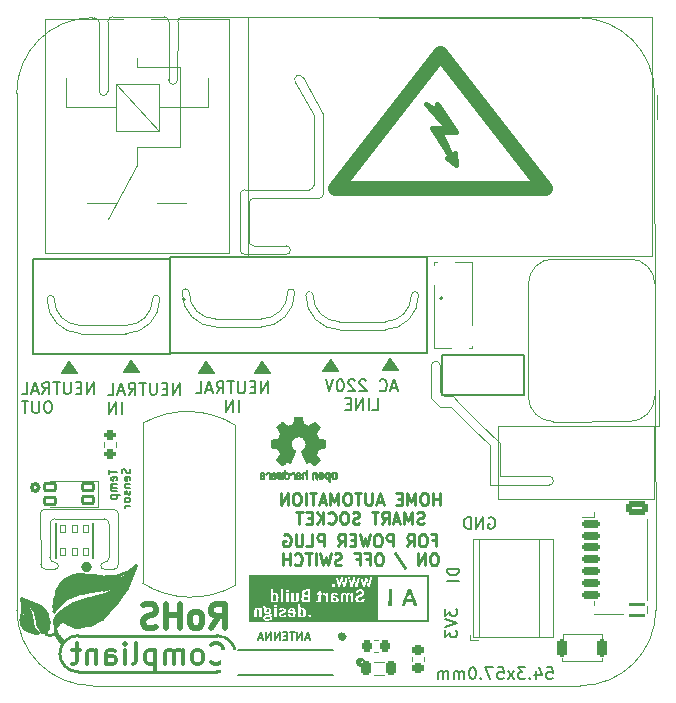
<source format=gbr>
%TF.GenerationSoftware,KiCad,Pcbnew,7.0.5*%
%TF.CreationDate,2023-06-01T08:30:42+02:00*%
%TF.ProjectId,smart_power_socket-54x54x1_6mm_3Cu,736d6172-745f-4706-9f77-65725f736f63,rev?*%
%TF.SameCoordinates,Original*%
%TF.FileFunction,Legend,Bot*%
%TF.FilePolarity,Positive*%
%FSLAX46Y46*%
G04 Gerber Fmt 4.6, Leading zero omitted, Abs format (unit mm)*
G04 Created by KiCad (PCBNEW 7.0.5) date 2023-06-01 08:30:42*
%MOMM*%
%LPD*%
G01*
G04 APERTURE LIST*
G04 Aperture macros list*
%AMRoundRect*
0 Rectangle with rounded corners*
0 $1 Rounding radius*
0 $2 $3 $4 $5 $6 $7 $8 $9 X,Y pos of 4 corners*
0 Add a 4 corners polygon primitive as box body*
4,1,4,$2,$3,$4,$5,$6,$7,$8,$9,$2,$3,0*
0 Add four circle primitives for the rounded corners*
1,1,$1+$1,$2,$3*
1,1,$1+$1,$4,$5*
1,1,$1+$1,$6,$7*
1,1,$1+$1,$8,$9*
0 Add four rect primitives between the rounded corners*
20,1,$1+$1,$2,$3,$4,$5,0*
20,1,$1+$1,$4,$5,$6,$7,0*
20,1,$1+$1,$6,$7,$8,$9,0*
20,1,$1+$1,$8,$9,$2,$3,0*%
G04 Aperture macros list end*
%ADD10C,0.300000*%
%ADD11C,0.150000*%
%ADD12C,0.250000*%
%ADD13C,0.200000*%
%ADD14C,0.500000*%
%ADD15C,0.350000*%
%ADD16C,0.120000*%
%ADD17C,0.127000*%
%ADD18C,0.381000*%
%ADD19C,0.010000*%
%ADD20C,0.254000*%
%ADD21C,0.508000*%
%ADD22C,1.270000*%
%ADD23R,4.500000X0.300000*%
%ADD24RoundRect,0.225000X-0.225000X-0.250000X0.225000X-0.250000X0.225000X0.250000X-0.225000X0.250000X0*%
%ADD25R,1.400000X2.100000*%
%ADD26R,5.700000X0.800000*%
%ADD27RoundRect,0.218750X-0.218750X-0.381250X0.218750X-0.381250X0.218750X0.381250X-0.218750X0.381250X0*%
%ADD28RoundRect,0.150000X-0.625000X0.150000X-0.625000X-0.150000X0.625000X-0.150000X0.625000X0.150000X0*%
%ADD29RoundRect,0.250000X-0.650000X0.350000X-0.650000X-0.350000X0.650000X-0.350000X0.650000X0.350000X0*%
%ADD30RoundRect,0.200000X-0.275000X0.200000X-0.275000X-0.200000X0.275000X-0.200000X0.275000X0.200000X0*%
%ADD31C,1.600000*%
%ADD32C,3.000000*%
%ADD33C,2.500000*%
%ADD34RoundRect,0.200000X-0.200000X-0.600000X0.200000X-0.600000X0.200000X0.600000X-0.200000X0.600000X0*%
%ADD35RoundRect,0.037100X0.227900X-0.317900X0.227900X0.317900X-0.227900X0.317900X-0.227900X-0.317900X0*%
%ADD36C,2.010000*%
%ADD37RoundRect,0.124800X0.475200X0.275200X-0.475200X0.275200X-0.475200X-0.275200X0.475200X-0.275200X0*%
%ADD38R,2.340000X2.340000*%
%ADD39C,2.340000*%
%ADD40R,2.000000X2.000000*%
%ADD41C,2.000000*%
%ADD42R,2.300000X2.000000*%
%ADD43C,2.300000*%
%ADD44R,2.100000X2.100000*%
%ADD45C,2.100000*%
%ADD46RoundRect,0.225000X0.250000X-0.225000X0.250000X0.225000X-0.250000X0.225000X-0.250000X-0.225000X0*%
%TA.AperFunction,Profile*%
%ADD47C,0.100000*%
%TD*%
G04 APERTURE END LIST*
D10*
X141790950Y-122470000D02*
G75*
G03*
X141790950Y-122470000I-210950J0D01*
G01*
D11*
X130760000Y-100130000D02*
X129490000Y-100140000D01*
X130100000Y-99190000D01*
X130760000Y-100130000D01*
G36*
X130760000Y-100130000D02*
G01*
X129490000Y-100140000D01*
X130100000Y-99190000D01*
X130760000Y-100130000D01*
G37*
X135480000Y-100190000D02*
X134210000Y-100200000D01*
X134820000Y-99250000D01*
X135480000Y-100190000D01*
G36*
X135480000Y-100190000D02*
G01*
X134210000Y-100200000D01*
X134820000Y-99250000D01*
X135480000Y-100190000D01*
G37*
D10*
X120224253Y-116595747D02*
G75*
G03*
X120224253Y-116595747I-284253J0D01*
G01*
D11*
X124360000Y-100070000D02*
X123090000Y-100080000D01*
X123700000Y-99130000D01*
X124360000Y-100070000D01*
G36*
X124360000Y-100070000D02*
G01*
X123090000Y-100080000D01*
X123700000Y-99130000D01*
X124360000Y-100070000D01*
G37*
X146310000Y-99880000D02*
X145040000Y-99890000D01*
X145650000Y-98940000D01*
X146310000Y-99880000D01*
G36*
X146310000Y-99880000D02*
G01*
X145040000Y-99890000D01*
X145650000Y-98940000D01*
X146310000Y-99880000D01*
G37*
D10*
X115897321Y-109850000D02*
G75*
G03*
X115897321Y-109850000I-297321J0D01*
G01*
D11*
X141270000Y-99990000D02*
X140000000Y-100000000D01*
X140610000Y-99050000D01*
X141270000Y-99990000D01*
G36*
X141270000Y-99990000D02*
G01*
X140000000Y-100000000D01*
X140610000Y-99050000D01*
X141270000Y-99990000D01*
G37*
X119150000Y-100170000D02*
X117880000Y-100180000D01*
X118490000Y-99230000D01*
X119150000Y-100170000D01*
G36*
X119150000Y-100170000D02*
G01*
X117880000Y-100180000D01*
X118490000Y-99230000D01*
X119150000Y-100170000D01*
G37*
X150314819Y-120111905D02*
X150314819Y-120730952D01*
X150314819Y-120730952D02*
X150695771Y-120397619D01*
X150695771Y-120397619D02*
X150695771Y-120540476D01*
X150695771Y-120540476D02*
X150743390Y-120635714D01*
X150743390Y-120635714D02*
X150791009Y-120683333D01*
X150791009Y-120683333D02*
X150886247Y-120730952D01*
X150886247Y-120730952D02*
X151124342Y-120730952D01*
X151124342Y-120730952D02*
X151219580Y-120683333D01*
X151219580Y-120683333D02*
X151267200Y-120635714D01*
X151267200Y-120635714D02*
X151314819Y-120540476D01*
X151314819Y-120540476D02*
X151314819Y-120254762D01*
X151314819Y-120254762D02*
X151267200Y-120159524D01*
X151267200Y-120159524D02*
X151219580Y-120111905D01*
X150314819Y-121016667D02*
X151314819Y-121350000D01*
X151314819Y-121350000D02*
X150314819Y-121683333D01*
X150314819Y-121921429D02*
X150314819Y-122540476D01*
X150314819Y-122540476D02*
X150695771Y-122207143D01*
X150695771Y-122207143D02*
X150695771Y-122350000D01*
X150695771Y-122350000D02*
X150743390Y-122445238D01*
X150743390Y-122445238D02*
X150791009Y-122492857D01*
X150791009Y-122492857D02*
X150886247Y-122540476D01*
X150886247Y-122540476D02*
X151124342Y-122540476D01*
X151124342Y-122540476D02*
X151219580Y-122492857D01*
X151219580Y-122492857D02*
X151267200Y-122445238D01*
X151267200Y-122445238D02*
X151314819Y-122350000D01*
X151314819Y-122350000D02*
X151314819Y-122064286D01*
X151314819Y-122064286D02*
X151267200Y-121969048D01*
X151267200Y-121969048D02*
X151219580Y-121921429D01*
X146226190Y-101414104D02*
X145750000Y-101414104D01*
X146321428Y-101699819D02*
X145988095Y-100699819D01*
X145988095Y-100699819D02*
X145654762Y-101699819D01*
X144750000Y-101604580D02*
X144797619Y-101652200D01*
X144797619Y-101652200D02*
X144940476Y-101699819D01*
X144940476Y-101699819D02*
X145035714Y-101699819D01*
X145035714Y-101699819D02*
X145178571Y-101652200D01*
X145178571Y-101652200D02*
X145273809Y-101556961D01*
X145273809Y-101556961D02*
X145321428Y-101461723D01*
X145321428Y-101461723D02*
X145369047Y-101271247D01*
X145369047Y-101271247D02*
X145369047Y-101128390D01*
X145369047Y-101128390D02*
X145321428Y-100937914D01*
X145321428Y-100937914D02*
X145273809Y-100842676D01*
X145273809Y-100842676D02*
X145178571Y-100747438D01*
X145178571Y-100747438D02*
X145035714Y-100699819D01*
X145035714Y-100699819D02*
X144940476Y-100699819D01*
X144940476Y-100699819D02*
X144797619Y-100747438D01*
X144797619Y-100747438D02*
X144750000Y-100795057D01*
X143607142Y-100795057D02*
X143559523Y-100747438D01*
X143559523Y-100747438D02*
X143464285Y-100699819D01*
X143464285Y-100699819D02*
X143226190Y-100699819D01*
X143226190Y-100699819D02*
X143130952Y-100747438D01*
X143130952Y-100747438D02*
X143083333Y-100795057D01*
X143083333Y-100795057D02*
X143035714Y-100890295D01*
X143035714Y-100890295D02*
X143035714Y-100985533D01*
X143035714Y-100985533D02*
X143083333Y-101128390D01*
X143083333Y-101128390D02*
X143654761Y-101699819D01*
X143654761Y-101699819D02*
X143035714Y-101699819D01*
X142654761Y-100795057D02*
X142607142Y-100747438D01*
X142607142Y-100747438D02*
X142511904Y-100699819D01*
X142511904Y-100699819D02*
X142273809Y-100699819D01*
X142273809Y-100699819D02*
X142178571Y-100747438D01*
X142178571Y-100747438D02*
X142130952Y-100795057D01*
X142130952Y-100795057D02*
X142083333Y-100890295D01*
X142083333Y-100890295D02*
X142083333Y-100985533D01*
X142083333Y-100985533D02*
X142130952Y-101128390D01*
X142130952Y-101128390D02*
X142702380Y-101699819D01*
X142702380Y-101699819D02*
X142083333Y-101699819D01*
X141464285Y-100699819D02*
X141369047Y-100699819D01*
X141369047Y-100699819D02*
X141273809Y-100747438D01*
X141273809Y-100747438D02*
X141226190Y-100795057D01*
X141226190Y-100795057D02*
X141178571Y-100890295D01*
X141178571Y-100890295D02*
X141130952Y-101080771D01*
X141130952Y-101080771D02*
X141130952Y-101318866D01*
X141130952Y-101318866D02*
X141178571Y-101509342D01*
X141178571Y-101509342D02*
X141226190Y-101604580D01*
X141226190Y-101604580D02*
X141273809Y-101652200D01*
X141273809Y-101652200D02*
X141369047Y-101699819D01*
X141369047Y-101699819D02*
X141464285Y-101699819D01*
X141464285Y-101699819D02*
X141559523Y-101652200D01*
X141559523Y-101652200D02*
X141607142Y-101604580D01*
X141607142Y-101604580D02*
X141654761Y-101509342D01*
X141654761Y-101509342D02*
X141702380Y-101318866D01*
X141702380Y-101318866D02*
X141702380Y-101080771D01*
X141702380Y-101080771D02*
X141654761Y-100890295D01*
X141654761Y-100890295D02*
X141607142Y-100795057D01*
X141607142Y-100795057D02*
X141559523Y-100747438D01*
X141559523Y-100747438D02*
X141464285Y-100699819D01*
X140845237Y-100699819D02*
X140511904Y-101699819D01*
X140511904Y-101699819D02*
X140178571Y-100699819D01*
X144154761Y-103309819D02*
X144630951Y-103309819D01*
X144630951Y-103309819D02*
X144630951Y-102309819D01*
X143821427Y-103309819D02*
X143821427Y-102309819D01*
X143345237Y-103309819D02*
X143345237Y-102309819D01*
X143345237Y-102309819D02*
X142773809Y-103309819D01*
X142773809Y-103309819D02*
X142773809Y-102309819D01*
X142297618Y-102786009D02*
X141964285Y-102786009D01*
X141821428Y-103309819D02*
X142297618Y-103309819D01*
X142297618Y-103309819D02*
X142297618Y-102309819D01*
X142297618Y-102309819D02*
X141821428Y-102309819D01*
D12*
X149229047Y-114300809D02*
X149562380Y-114300809D01*
X149562380Y-114824619D02*
X149562380Y-113824619D01*
X149562380Y-113824619D02*
X149086190Y-113824619D01*
X148514761Y-113824619D02*
X148324285Y-113824619D01*
X148324285Y-113824619D02*
X148229047Y-113872238D01*
X148229047Y-113872238D02*
X148133809Y-113967476D01*
X148133809Y-113967476D02*
X148086190Y-114157952D01*
X148086190Y-114157952D02*
X148086190Y-114491285D01*
X148086190Y-114491285D02*
X148133809Y-114681761D01*
X148133809Y-114681761D02*
X148229047Y-114777000D01*
X148229047Y-114777000D02*
X148324285Y-114824619D01*
X148324285Y-114824619D02*
X148514761Y-114824619D01*
X148514761Y-114824619D02*
X148609999Y-114777000D01*
X148609999Y-114777000D02*
X148705237Y-114681761D01*
X148705237Y-114681761D02*
X148752856Y-114491285D01*
X148752856Y-114491285D02*
X148752856Y-114157952D01*
X148752856Y-114157952D02*
X148705237Y-113967476D01*
X148705237Y-113967476D02*
X148609999Y-113872238D01*
X148609999Y-113872238D02*
X148514761Y-113824619D01*
X147086190Y-114824619D02*
X147419523Y-114348428D01*
X147657618Y-114824619D02*
X147657618Y-113824619D01*
X147657618Y-113824619D02*
X147276666Y-113824619D01*
X147276666Y-113824619D02*
X147181428Y-113872238D01*
X147181428Y-113872238D02*
X147133809Y-113919857D01*
X147133809Y-113919857D02*
X147086190Y-114015095D01*
X147086190Y-114015095D02*
X147086190Y-114157952D01*
X147086190Y-114157952D02*
X147133809Y-114253190D01*
X147133809Y-114253190D02*
X147181428Y-114300809D01*
X147181428Y-114300809D02*
X147276666Y-114348428D01*
X147276666Y-114348428D02*
X147657618Y-114348428D01*
X145895713Y-114824619D02*
X145895713Y-113824619D01*
X145895713Y-113824619D02*
X145514761Y-113824619D01*
X145514761Y-113824619D02*
X145419523Y-113872238D01*
X145419523Y-113872238D02*
X145371904Y-113919857D01*
X145371904Y-113919857D02*
X145324285Y-114015095D01*
X145324285Y-114015095D02*
X145324285Y-114157952D01*
X145324285Y-114157952D02*
X145371904Y-114253190D01*
X145371904Y-114253190D02*
X145419523Y-114300809D01*
X145419523Y-114300809D02*
X145514761Y-114348428D01*
X145514761Y-114348428D02*
X145895713Y-114348428D01*
X144705237Y-113824619D02*
X144514761Y-113824619D01*
X144514761Y-113824619D02*
X144419523Y-113872238D01*
X144419523Y-113872238D02*
X144324285Y-113967476D01*
X144324285Y-113967476D02*
X144276666Y-114157952D01*
X144276666Y-114157952D02*
X144276666Y-114491285D01*
X144276666Y-114491285D02*
X144324285Y-114681761D01*
X144324285Y-114681761D02*
X144419523Y-114777000D01*
X144419523Y-114777000D02*
X144514761Y-114824619D01*
X144514761Y-114824619D02*
X144705237Y-114824619D01*
X144705237Y-114824619D02*
X144800475Y-114777000D01*
X144800475Y-114777000D02*
X144895713Y-114681761D01*
X144895713Y-114681761D02*
X144943332Y-114491285D01*
X144943332Y-114491285D02*
X144943332Y-114157952D01*
X144943332Y-114157952D02*
X144895713Y-113967476D01*
X144895713Y-113967476D02*
X144800475Y-113872238D01*
X144800475Y-113872238D02*
X144705237Y-113824619D01*
X143943332Y-113824619D02*
X143705237Y-114824619D01*
X143705237Y-114824619D02*
X143514761Y-114110333D01*
X143514761Y-114110333D02*
X143324285Y-114824619D01*
X143324285Y-114824619D02*
X143086190Y-113824619D01*
X142705237Y-114300809D02*
X142371904Y-114300809D01*
X142229047Y-114824619D02*
X142705237Y-114824619D01*
X142705237Y-114824619D02*
X142705237Y-113824619D01*
X142705237Y-113824619D02*
X142229047Y-113824619D01*
X141229047Y-114824619D02*
X141562380Y-114348428D01*
X141800475Y-114824619D02*
X141800475Y-113824619D01*
X141800475Y-113824619D02*
X141419523Y-113824619D01*
X141419523Y-113824619D02*
X141324285Y-113872238D01*
X141324285Y-113872238D02*
X141276666Y-113919857D01*
X141276666Y-113919857D02*
X141229047Y-114015095D01*
X141229047Y-114015095D02*
X141229047Y-114157952D01*
X141229047Y-114157952D02*
X141276666Y-114253190D01*
X141276666Y-114253190D02*
X141324285Y-114300809D01*
X141324285Y-114300809D02*
X141419523Y-114348428D01*
X141419523Y-114348428D02*
X141800475Y-114348428D01*
X140038570Y-114824619D02*
X140038570Y-113824619D01*
X140038570Y-113824619D02*
X139657618Y-113824619D01*
X139657618Y-113824619D02*
X139562380Y-113872238D01*
X139562380Y-113872238D02*
X139514761Y-113919857D01*
X139514761Y-113919857D02*
X139467142Y-114015095D01*
X139467142Y-114015095D02*
X139467142Y-114157952D01*
X139467142Y-114157952D02*
X139514761Y-114253190D01*
X139514761Y-114253190D02*
X139562380Y-114300809D01*
X139562380Y-114300809D02*
X139657618Y-114348428D01*
X139657618Y-114348428D02*
X140038570Y-114348428D01*
X138562380Y-114824619D02*
X139038570Y-114824619D01*
X139038570Y-114824619D02*
X139038570Y-113824619D01*
X138229046Y-113824619D02*
X138229046Y-114634142D01*
X138229046Y-114634142D02*
X138181427Y-114729380D01*
X138181427Y-114729380D02*
X138133808Y-114777000D01*
X138133808Y-114777000D02*
X138038570Y-114824619D01*
X138038570Y-114824619D02*
X137848094Y-114824619D01*
X137848094Y-114824619D02*
X137752856Y-114777000D01*
X137752856Y-114777000D02*
X137705237Y-114729380D01*
X137705237Y-114729380D02*
X137657618Y-114634142D01*
X137657618Y-114634142D02*
X137657618Y-113824619D01*
X136657618Y-113872238D02*
X136752856Y-113824619D01*
X136752856Y-113824619D02*
X136895713Y-113824619D01*
X136895713Y-113824619D02*
X137038570Y-113872238D01*
X137038570Y-113872238D02*
X137133808Y-113967476D01*
X137133808Y-113967476D02*
X137181427Y-114062714D01*
X137181427Y-114062714D02*
X137229046Y-114253190D01*
X137229046Y-114253190D02*
X137229046Y-114396047D01*
X137229046Y-114396047D02*
X137181427Y-114586523D01*
X137181427Y-114586523D02*
X137133808Y-114681761D01*
X137133808Y-114681761D02*
X137038570Y-114777000D01*
X137038570Y-114777000D02*
X136895713Y-114824619D01*
X136895713Y-114824619D02*
X136800475Y-114824619D01*
X136800475Y-114824619D02*
X136657618Y-114777000D01*
X136657618Y-114777000D02*
X136609999Y-114729380D01*
X136609999Y-114729380D02*
X136609999Y-114396047D01*
X136609999Y-114396047D02*
X136800475Y-114396047D01*
X149467142Y-115434619D02*
X149276666Y-115434619D01*
X149276666Y-115434619D02*
X149181428Y-115482238D01*
X149181428Y-115482238D02*
X149086190Y-115577476D01*
X149086190Y-115577476D02*
X149038571Y-115767952D01*
X149038571Y-115767952D02*
X149038571Y-116101285D01*
X149038571Y-116101285D02*
X149086190Y-116291761D01*
X149086190Y-116291761D02*
X149181428Y-116387000D01*
X149181428Y-116387000D02*
X149276666Y-116434619D01*
X149276666Y-116434619D02*
X149467142Y-116434619D01*
X149467142Y-116434619D02*
X149562380Y-116387000D01*
X149562380Y-116387000D02*
X149657618Y-116291761D01*
X149657618Y-116291761D02*
X149705237Y-116101285D01*
X149705237Y-116101285D02*
X149705237Y-115767952D01*
X149705237Y-115767952D02*
X149657618Y-115577476D01*
X149657618Y-115577476D02*
X149562380Y-115482238D01*
X149562380Y-115482238D02*
X149467142Y-115434619D01*
X148609999Y-116434619D02*
X148609999Y-115434619D01*
X148609999Y-115434619D02*
X148038571Y-116434619D01*
X148038571Y-116434619D02*
X148038571Y-115434619D01*
X146086190Y-115387000D02*
X146943332Y-116672714D01*
X144800475Y-115434619D02*
X144609999Y-115434619D01*
X144609999Y-115434619D02*
X144514761Y-115482238D01*
X144514761Y-115482238D02*
X144419523Y-115577476D01*
X144419523Y-115577476D02*
X144371904Y-115767952D01*
X144371904Y-115767952D02*
X144371904Y-116101285D01*
X144371904Y-116101285D02*
X144419523Y-116291761D01*
X144419523Y-116291761D02*
X144514761Y-116387000D01*
X144514761Y-116387000D02*
X144609999Y-116434619D01*
X144609999Y-116434619D02*
X144800475Y-116434619D01*
X144800475Y-116434619D02*
X144895713Y-116387000D01*
X144895713Y-116387000D02*
X144990951Y-116291761D01*
X144990951Y-116291761D02*
X145038570Y-116101285D01*
X145038570Y-116101285D02*
X145038570Y-115767952D01*
X145038570Y-115767952D02*
X144990951Y-115577476D01*
X144990951Y-115577476D02*
X144895713Y-115482238D01*
X144895713Y-115482238D02*
X144800475Y-115434619D01*
X143609999Y-115910809D02*
X143943332Y-115910809D01*
X143943332Y-116434619D02*
X143943332Y-115434619D01*
X143943332Y-115434619D02*
X143467142Y-115434619D01*
X142752856Y-115910809D02*
X143086189Y-115910809D01*
X143086189Y-116434619D02*
X143086189Y-115434619D01*
X143086189Y-115434619D02*
X142609999Y-115434619D01*
X141514760Y-116387000D02*
X141371903Y-116434619D01*
X141371903Y-116434619D02*
X141133808Y-116434619D01*
X141133808Y-116434619D02*
X141038570Y-116387000D01*
X141038570Y-116387000D02*
X140990951Y-116339380D01*
X140990951Y-116339380D02*
X140943332Y-116244142D01*
X140943332Y-116244142D02*
X140943332Y-116148904D01*
X140943332Y-116148904D02*
X140990951Y-116053666D01*
X140990951Y-116053666D02*
X141038570Y-116006047D01*
X141038570Y-116006047D02*
X141133808Y-115958428D01*
X141133808Y-115958428D02*
X141324284Y-115910809D01*
X141324284Y-115910809D02*
X141419522Y-115863190D01*
X141419522Y-115863190D02*
X141467141Y-115815571D01*
X141467141Y-115815571D02*
X141514760Y-115720333D01*
X141514760Y-115720333D02*
X141514760Y-115625095D01*
X141514760Y-115625095D02*
X141467141Y-115529857D01*
X141467141Y-115529857D02*
X141419522Y-115482238D01*
X141419522Y-115482238D02*
X141324284Y-115434619D01*
X141324284Y-115434619D02*
X141086189Y-115434619D01*
X141086189Y-115434619D02*
X140943332Y-115482238D01*
X140609998Y-115434619D02*
X140371903Y-116434619D01*
X140371903Y-116434619D02*
X140181427Y-115720333D01*
X140181427Y-115720333D02*
X139990951Y-116434619D01*
X139990951Y-116434619D02*
X139752856Y-115434619D01*
X139371903Y-116434619D02*
X139371903Y-115434619D01*
X139038570Y-115434619D02*
X138467142Y-115434619D01*
X138752856Y-116434619D02*
X138752856Y-115434619D01*
X137562380Y-116339380D02*
X137609999Y-116387000D01*
X137609999Y-116387000D02*
X137752856Y-116434619D01*
X137752856Y-116434619D02*
X137848094Y-116434619D01*
X137848094Y-116434619D02*
X137990951Y-116387000D01*
X137990951Y-116387000D02*
X138086189Y-116291761D01*
X138086189Y-116291761D02*
X138133808Y-116196523D01*
X138133808Y-116196523D02*
X138181427Y-116006047D01*
X138181427Y-116006047D02*
X138181427Y-115863190D01*
X138181427Y-115863190D02*
X138133808Y-115672714D01*
X138133808Y-115672714D02*
X138086189Y-115577476D01*
X138086189Y-115577476D02*
X137990951Y-115482238D01*
X137990951Y-115482238D02*
X137848094Y-115434619D01*
X137848094Y-115434619D02*
X137752856Y-115434619D01*
X137752856Y-115434619D02*
X137609999Y-115482238D01*
X137609999Y-115482238D02*
X137562380Y-115529857D01*
X137133808Y-116434619D02*
X137133808Y-115434619D01*
X137133808Y-115910809D02*
X136562380Y-115910809D01*
X136562380Y-116434619D02*
X136562380Y-115434619D01*
D11*
X135286190Y-101869819D02*
X135286190Y-100869819D01*
X135286190Y-100869819D02*
X134714762Y-101869819D01*
X134714762Y-101869819D02*
X134714762Y-100869819D01*
X134238571Y-101346009D02*
X133905238Y-101346009D01*
X133762381Y-101869819D02*
X134238571Y-101869819D01*
X134238571Y-101869819D02*
X134238571Y-100869819D01*
X134238571Y-100869819D02*
X133762381Y-100869819D01*
X133333809Y-100869819D02*
X133333809Y-101679342D01*
X133333809Y-101679342D02*
X133286190Y-101774580D01*
X133286190Y-101774580D02*
X133238571Y-101822200D01*
X133238571Y-101822200D02*
X133143333Y-101869819D01*
X133143333Y-101869819D02*
X132952857Y-101869819D01*
X132952857Y-101869819D02*
X132857619Y-101822200D01*
X132857619Y-101822200D02*
X132810000Y-101774580D01*
X132810000Y-101774580D02*
X132762381Y-101679342D01*
X132762381Y-101679342D02*
X132762381Y-100869819D01*
X132429047Y-100869819D02*
X131857619Y-100869819D01*
X132143333Y-101869819D02*
X132143333Y-100869819D01*
X130952857Y-101869819D02*
X131286190Y-101393628D01*
X131524285Y-101869819D02*
X131524285Y-100869819D01*
X131524285Y-100869819D02*
X131143333Y-100869819D01*
X131143333Y-100869819D02*
X131048095Y-100917438D01*
X131048095Y-100917438D02*
X131000476Y-100965057D01*
X131000476Y-100965057D02*
X130952857Y-101060295D01*
X130952857Y-101060295D02*
X130952857Y-101203152D01*
X130952857Y-101203152D02*
X131000476Y-101298390D01*
X131000476Y-101298390D02*
X131048095Y-101346009D01*
X131048095Y-101346009D02*
X131143333Y-101393628D01*
X131143333Y-101393628D02*
X131524285Y-101393628D01*
X130571904Y-101584104D02*
X130095714Y-101584104D01*
X130667142Y-101869819D02*
X130333809Y-100869819D01*
X130333809Y-100869819D02*
X130000476Y-101869819D01*
X129190952Y-101869819D02*
X129667142Y-101869819D01*
X129667142Y-101869819D02*
X129667142Y-100869819D01*
X132833808Y-103479819D02*
X132833808Y-102479819D01*
X132357618Y-103479819D02*
X132357618Y-102479819D01*
X132357618Y-102479819D02*
X131786190Y-103479819D01*
X131786190Y-103479819D02*
X131786190Y-102479819D01*
X127839160Y-101999819D02*
X127839160Y-100999819D01*
X127839160Y-100999819D02*
X127267732Y-101999819D01*
X127267732Y-101999819D02*
X127267732Y-100999819D01*
X126791541Y-101476009D02*
X126458208Y-101476009D01*
X126315351Y-101999819D02*
X126791541Y-101999819D01*
X126791541Y-101999819D02*
X126791541Y-100999819D01*
X126791541Y-100999819D02*
X126315351Y-100999819D01*
X125886779Y-100999819D02*
X125886779Y-101809342D01*
X125886779Y-101809342D02*
X125839160Y-101904580D01*
X125839160Y-101904580D02*
X125791541Y-101952200D01*
X125791541Y-101952200D02*
X125696303Y-101999819D01*
X125696303Y-101999819D02*
X125505827Y-101999819D01*
X125505827Y-101999819D02*
X125410589Y-101952200D01*
X125410589Y-101952200D02*
X125362970Y-101904580D01*
X125362970Y-101904580D02*
X125315351Y-101809342D01*
X125315351Y-101809342D02*
X125315351Y-100999819D01*
X124982017Y-100999819D02*
X124410589Y-100999819D01*
X124696303Y-101999819D02*
X124696303Y-100999819D01*
X123505827Y-101999819D02*
X123839160Y-101523628D01*
X124077255Y-101999819D02*
X124077255Y-100999819D01*
X124077255Y-100999819D02*
X123696303Y-100999819D01*
X123696303Y-100999819D02*
X123601065Y-101047438D01*
X123601065Y-101047438D02*
X123553446Y-101095057D01*
X123553446Y-101095057D02*
X123505827Y-101190295D01*
X123505827Y-101190295D02*
X123505827Y-101333152D01*
X123505827Y-101333152D02*
X123553446Y-101428390D01*
X123553446Y-101428390D02*
X123601065Y-101476009D01*
X123601065Y-101476009D02*
X123696303Y-101523628D01*
X123696303Y-101523628D02*
X124077255Y-101523628D01*
X123124874Y-101714104D02*
X122648684Y-101714104D01*
X123220112Y-101999819D02*
X122886779Y-100999819D01*
X122886779Y-100999819D02*
X122553446Y-101999819D01*
X121743922Y-101999819D02*
X122220112Y-101999819D01*
X122220112Y-101999819D02*
X122220112Y-100999819D01*
X122934397Y-103609819D02*
X122934397Y-102609819D01*
X122458207Y-103609819D02*
X122458207Y-102609819D01*
X122458207Y-102609819D02*
X121886779Y-103609819D01*
X121886779Y-103609819D02*
X121886779Y-102609819D01*
X153981904Y-112412438D02*
X154077142Y-112364819D01*
X154077142Y-112364819D02*
X154219999Y-112364819D01*
X154219999Y-112364819D02*
X154362856Y-112412438D01*
X154362856Y-112412438D02*
X154458094Y-112507676D01*
X154458094Y-112507676D02*
X154505713Y-112602914D01*
X154505713Y-112602914D02*
X154553332Y-112793390D01*
X154553332Y-112793390D02*
X154553332Y-112936247D01*
X154553332Y-112936247D02*
X154505713Y-113126723D01*
X154505713Y-113126723D02*
X154458094Y-113221961D01*
X154458094Y-113221961D02*
X154362856Y-113317200D01*
X154362856Y-113317200D02*
X154219999Y-113364819D01*
X154219999Y-113364819D02*
X154124761Y-113364819D01*
X154124761Y-113364819D02*
X153981904Y-113317200D01*
X153981904Y-113317200D02*
X153934285Y-113269580D01*
X153934285Y-113269580D02*
X153934285Y-112936247D01*
X153934285Y-112936247D02*
X154124761Y-112936247D01*
X153505713Y-113364819D02*
X153505713Y-112364819D01*
X153505713Y-112364819D02*
X152934285Y-113364819D01*
X152934285Y-113364819D02*
X152934285Y-112364819D01*
X152458094Y-113364819D02*
X152458094Y-112364819D01*
X152458094Y-112364819D02*
X152219999Y-112364819D01*
X152219999Y-112364819D02*
X152077142Y-112412438D01*
X152077142Y-112412438D02*
X151981904Y-112507676D01*
X151981904Y-112507676D02*
X151934285Y-112602914D01*
X151934285Y-112602914D02*
X151886666Y-112793390D01*
X151886666Y-112793390D02*
X151886666Y-112936247D01*
X151886666Y-112936247D02*
X151934285Y-113126723D01*
X151934285Y-113126723D02*
X151981904Y-113221961D01*
X151981904Y-113221961D02*
X152077142Y-113317200D01*
X152077142Y-113317200D02*
X152219999Y-113364819D01*
X152219999Y-113364819D02*
X152458094Y-113364819D01*
D13*
X158907142Y-125072219D02*
X159383332Y-125072219D01*
X159383332Y-125072219D02*
X159430951Y-125548409D01*
X159430951Y-125548409D02*
X159383332Y-125500790D01*
X159383332Y-125500790D02*
X159288094Y-125453171D01*
X159288094Y-125453171D02*
X159049999Y-125453171D01*
X159049999Y-125453171D02*
X158954761Y-125500790D01*
X158954761Y-125500790D02*
X158907142Y-125548409D01*
X158907142Y-125548409D02*
X158859523Y-125643647D01*
X158859523Y-125643647D02*
X158859523Y-125881742D01*
X158859523Y-125881742D02*
X158907142Y-125976980D01*
X158907142Y-125976980D02*
X158954761Y-126024600D01*
X158954761Y-126024600D02*
X159049999Y-126072219D01*
X159049999Y-126072219D02*
X159288094Y-126072219D01*
X159288094Y-126072219D02*
X159383332Y-126024600D01*
X159383332Y-126024600D02*
X159430951Y-125976980D01*
X158002380Y-125405552D02*
X158002380Y-126072219D01*
X158240475Y-125024600D02*
X158478570Y-125738885D01*
X158478570Y-125738885D02*
X157859523Y-125738885D01*
X157478570Y-125976980D02*
X157430951Y-126024600D01*
X157430951Y-126024600D02*
X157478570Y-126072219D01*
X157478570Y-126072219D02*
X157526189Y-126024600D01*
X157526189Y-126024600D02*
X157478570Y-125976980D01*
X157478570Y-125976980D02*
X157478570Y-126072219D01*
X157097618Y-125072219D02*
X156478571Y-125072219D01*
X156478571Y-125072219D02*
X156811904Y-125453171D01*
X156811904Y-125453171D02*
X156669047Y-125453171D01*
X156669047Y-125453171D02*
X156573809Y-125500790D01*
X156573809Y-125500790D02*
X156526190Y-125548409D01*
X156526190Y-125548409D02*
X156478571Y-125643647D01*
X156478571Y-125643647D02*
X156478571Y-125881742D01*
X156478571Y-125881742D02*
X156526190Y-125976980D01*
X156526190Y-125976980D02*
X156573809Y-126024600D01*
X156573809Y-126024600D02*
X156669047Y-126072219D01*
X156669047Y-126072219D02*
X156954761Y-126072219D01*
X156954761Y-126072219D02*
X157049999Y-126024600D01*
X157049999Y-126024600D02*
X157097618Y-125976980D01*
X156145237Y-126072219D02*
X155621428Y-125405552D01*
X156145237Y-125405552D02*
X155621428Y-126072219D01*
X154764285Y-125072219D02*
X155240475Y-125072219D01*
X155240475Y-125072219D02*
X155288094Y-125548409D01*
X155288094Y-125548409D02*
X155240475Y-125500790D01*
X155240475Y-125500790D02*
X155145237Y-125453171D01*
X155145237Y-125453171D02*
X154907142Y-125453171D01*
X154907142Y-125453171D02*
X154811904Y-125500790D01*
X154811904Y-125500790D02*
X154764285Y-125548409D01*
X154764285Y-125548409D02*
X154716666Y-125643647D01*
X154716666Y-125643647D02*
X154716666Y-125881742D01*
X154716666Y-125881742D02*
X154764285Y-125976980D01*
X154764285Y-125976980D02*
X154811904Y-126024600D01*
X154811904Y-126024600D02*
X154907142Y-126072219D01*
X154907142Y-126072219D02*
X155145237Y-126072219D01*
X155145237Y-126072219D02*
X155240475Y-126024600D01*
X155240475Y-126024600D02*
X155288094Y-125976980D01*
X154383332Y-125072219D02*
X153716666Y-125072219D01*
X153716666Y-125072219D02*
X154145237Y-126072219D01*
X153335713Y-125976980D02*
X153288094Y-126024600D01*
X153288094Y-126024600D02*
X153335713Y-126072219D01*
X153335713Y-126072219D02*
X153383332Y-126024600D01*
X153383332Y-126024600D02*
X153335713Y-125976980D01*
X153335713Y-125976980D02*
X153335713Y-126072219D01*
X152669047Y-125072219D02*
X152573809Y-125072219D01*
X152573809Y-125072219D02*
X152478571Y-125119838D01*
X152478571Y-125119838D02*
X152430952Y-125167457D01*
X152430952Y-125167457D02*
X152383333Y-125262695D01*
X152383333Y-125262695D02*
X152335714Y-125453171D01*
X152335714Y-125453171D02*
X152335714Y-125691266D01*
X152335714Y-125691266D02*
X152383333Y-125881742D01*
X152383333Y-125881742D02*
X152430952Y-125976980D01*
X152430952Y-125976980D02*
X152478571Y-126024600D01*
X152478571Y-126024600D02*
X152573809Y-126072219D01*
X152573809Y-126072219D02*
X152669047Y-126072219D01*
X152669047Y-126072219D02*
X152764285Y-126024600D01*
X152764285Y-126024600D02*
X152811904Y-125976980D01*
X152811904Y-125976980D02*
X152859523Y-125881742D01*
X152859523Y-125881742D02*
X152907142Y-125691266D01*
X152907142Y-125691266D02*
X152907142Y-125453171D01*
X152907142Y-125453171D02*
X152859523Y-125262695D01*
X152859523Y-125262695D02*
X152811904Y-125167457D01*
X152811904Y-125167457D02*
X152764285Y-125119838D01*
X152764285Y-125119838D02*
X152669047Y-125072219D01*
X151907142Y-126072219D02*
X151907142Y-125405552D01*
X151907142Y-125500790D02*
X151859523Y-125453171D01*
X151859523Y-125453171D02*
X151764285Y-125405552D01*
X151764285Y-125405552D02*
X151621428Y-125405552D01*
X151621428Y-125405552D02*
X151526190Y-125453171D01*
X151526190Y-125453171D02*
X151478571Y-125548409D01*
X151478571Y-125548409D02*
X151478571Y-126072219D01*
X151478571Y-125548409D02*
X151430952Y-125453171D01*
X151430952Y-125453171D02*
X151335714Y-125405552D01*
X151335714Y-125405552D02*
X151192857Y-125405552D01*
X151192857Y-125405552D02*
X151097618Y-125453171D01*
X151097618Y-125453171D02*
X151049999Y-125548409D01*
X151049999Y-125548409D02*
X151049999Y-126072219D01*
X150573809Y-126072219D02*
X150573809Y-125405552D01*
X150573809Y-125500790D02*
X150526190Y-125453171D01*
X150526190Y-125453171D02*
X150430952Y-125405552D01*
X150430952Y-125405552D02*
X150288095Y-125405552D01*
X150288095Y-125405552D02*
X150192857Y-125453171D01*
X150192857Y-125453171D02*
X150145238Y-125548409D01*
X150145238Y-125548409D02*
X150145238Y-126072219D01*
X150145238Y-125548409D02*
X150097619Y-125453171D01*
X150097619Y-125453171D02*
X150002381Y-125405552D01*
X150002381Y-125405552D02*
X149859524Y-125405552D01*
X149859524Y-125405552D02*
X149764285Y-125453171D01*
X149764285Y-125453171D02*
X149716666Y-125548409D01*
X149716666Y-125548409D02*
X149716666Y-126072219D01*
D11*
X138819998Y-122576033D02*
X138486665Y-122576033D01*
X138886665Y-122776033D02*
X138653332Y-122076033D01*
X138653332Y-122076033D02*
X138419998Y-122776033D01*
X138186665Y-122776033D02*
X138186665Y-122076033D01*
X138186665Y-122076033D02*
X137786665Y-122776033D01*
X137786665Y-122776033D02*
X137786665Y-122076033D01*
X137553332Y-122076033D02*
X137153332Y-122076033D01*
X137353332Y-122776033D02*
X137353332Y-122076033D01*
X136919999Y-122409366D02*
X136686666Y-122409366D01*
X136586666Y-122776033D02*
X136919999Y-122776033D01*
X136919999Y-122776033D02*
X136919999Y-122076033D01*
X136919999Y-122076033D02*
X136586666Y-122076033D01*
X136286666Y-122776033D02*
X136286666Y-122076033D01*
X136286666Y-122076033D02*
X135886666Y-122776033D01*
X135886666Y-122776033D02*
X135886666Y-122076033D01*
X135553333Y-122776033D02*
X135553333Y-122076033D01*
X135553333Y-122076033D02*
X135153333Y-122776033D01*
X135153333Y-122776033D02*
X135153333Y-122076033D01*
X134853333Y-122576033D02*
X134520000Y-122576033D01*
X134920000Y-122776033D02*
X134686667Y-122076033D01*
X134686667Y-122076033D02*
X134453333Y-122776033D01*
D12*
X149878094Y-111334619D02*
X149878094Y-110334619D01*
X149878094Y-110810809D02*
X149306666Y-110810809D01*
X149306666Y-111334619D02*
X149306666Y-110334619D01*
X148639999Y-110334619D02*
X148449523Y-110334619D01*
X148449523Y-110334619D02*
X148354285Y-110382238D01*
X148354285Y-110382238D02*
X148259047Y-110477476D01*
X148259047Y-110477476D02*
X148211428Y-110667952D01*
X148211428Y-110667952D02*
X148211428Y-111001285D01*
X148211428Y-111001285D02*
X148259047Y-111191761D01*
X148259047Y-111191761D02*
X148354285Y-111287000D01*
X148354285Y-111287000D02*
X148449523Y-111334619D01*
X148449523Y-111334619D02*
X148639999Y-111334619D01*
X148639999Y-111334619D02*
X148735237Y-111287000D01*
X148735237Y-111287000D02*
X148830475Y-111191761D01*
X148830475Y-111191761D02*
X148878094Y-111001285D01*
X148878094Y-111001285D02*
X148878094Y-110667952D01*
X148878094Y-110667952D02*
X148830475Y-110477476D01*
X148830475Y-110477476D02*
X148735237Y-110382238D01*
X148735237Y-110382238D02*
X148639999Y-110334619D01*
X147782856Y-111334619D02*
X147782856Y-110334619D01*
X147782856Y-110334619D02*
X147449523Y-111048904D01*
X147449523Y-111048904D02*
X147116190Y-110334619D01*
X147116190Y-110334619D02*
X147116190Y-111334619D01*
X146639999Y-110810809D02*
X146306666Y-110810809D01*
X146163809Y-111334619D02*
X146639999Y-111334619D01*
X146639999Y-111334619D02*
X146639999Y-110334619D01*
X146639999Y-110334619D02*
X146163809Y-110334619D01*
X145020951Y-111048904D02*
X144544761Y-111048904D01*
X145116189Y-111334619D02*
X144782856Y-110334619D01*
X144782856Y-110334619D02*
X144449523Y-111334619D01*
X144116189Y-110334619D02*
X144116189Y-111144142D01*
X144116189Y-111144142D02*
X144068570Y-111239380D01*
X144068570Y-111239380D02*
X144020951Y-111287000D01*
X144020951Y-111287000D02*
X143925713Y-111334619D01*
X143925713Y-111334619D02*
X143735237Y-111334619D01*
X143735237Y-111334619D02*
X143639999Y-111287000D01*
X143639999Y-111287000D02*
X143592380Y-111239380D01*
X143592380Y-111239380D02*
X143544761Y-111144142D01*
X143544761Y-111144142D02*
X143544761Y-110334619D01*
X143211427Y-110334619D02*
X142639999Y-110334619D01*
X142925713Y-111334619D02*
X142925713Y-110334619D01*
X142116189Y-110334619D02*
X141925713Y-110334619D01*
X141925713Y-110334619D02*
X141830475Y-110382238D01*
X141830475Y-110382238D02*
X141735237Y-110477476D01*
X141735237Y-110477476D02*
X141687618Y-110667952D01*
X141687618Y-110667952D02*
X141687618Y-111001285D01*
X141687618Y-111001285D02*
X141735237Y-111191761D01*
X141735237Y-111191761D02*
X141830475Y-111287000D01*
X141830475Y-111287000D02*
X141925713Y-111334619D01*
X141925713Y-111334619D02*
X142116189Y-111334619D01*
X142116189Y-111334619D02*
X142211427Y-111287000D01*
X142211427Y-111287000D02*
X142306665Y-111191761D01*
X142306665Y-111191761D02*
X142354284Y-111001285D01*
X142354284Y-111001285D02*
X142354284Y-110667952D01*
X142354284Y-110667952D02*
X142306665Y-110477476D01*
X142306665Y-110477476D02*
X142211427Y-110382238D01*
X142211427Y-110382238D02*
X142116189Y-110334619D01*
X141259046Y-111334619D02*
X141259046Y-110334619D01*
X141259046Y-110334619D02*
X140925713Y-111048904D01*
X140925713Y-111048904D02*
X140592380Y-110334619D01*
X140592380Y-110334619D02*
X140592380Y-111334619D01*
X140163808Y-111048904D02*
X139687618Y-111048904D01*
X140259046Y-111334619D02*
X139925713Y-110334619D01*
X139925713Y-110334619D02*
X139592380Y-111334619D01*
X139401903Y-110334619D02*
X138830475Y-110334619D01*
X139116189Y-111334619D02*
X139116189Y-110334619D01*
X138497141Y-111334619D02*
X138497141Y-110334619D01*
X137830475Y-110334619D02*
X137639999Y-110334619D01*
X137639999Y-110334619D02*
X137544761Y-110382238D01*
X137544761Y-110382238D02*
X137449523Y-110477476D01*
X137449523Y-110477476D02*
X137401904Y-110667952D01*
X137401904Y-110667952D02*
X137401904Y-111001285D01*
X137401904Y-111001285D02*
X137449523Y-111191761D01*
X137449523Y-111191761D02*
X137544761Y-111287000D01*
X137544761Y-111287000D02*
X137639999Y-111334619D01*
X137639999Y-111334619D02*
X137830475Y-111334619D01*
X137830475Y-111334619D02*
X137925713Y-111287000D01*
X137925713Y-111287000D02*
X138020951Y-111191761D01*
X138020951Y-111191761D02*
X138068570Y-111001285D01*
X138068570Y-111001285D02*
X138068570Y-110667952D01*
X138068570Y-110667952D02*
X138020951Y-110477476D01*
X138020951Y-110477476D02*
X137925713Y-110382238D01*
X137925713Y-110382238D02*
X137830475Y-110334619D01*
X136973332Y-111334619D02*
X136973332Y-110334619D01*
X136973332Y-110334619D02*
X136401904Y-111334619D01*
X136401904Y-111334619D02*
X136401904Y-110334619D01*
X148520952Y-112897000D02*
X148378095Y-112944619D01*
X148378095Y-112944619D02*
X148140000Y-112944619D01*
X148140000Y-112944619D02*
X148044762Y-112897000D01*
X148044762Y-112897000D02*
X147997143Y-112849380D01*
X147997143Y-112849380D02*
X147949524Y-112754142D01*
X147949524Y-112754142D02*
X147949524Y-112658904D01*
X147949524Y-112658904D02*
X147997143Y-112563666D01*
X147997143Y-112563666D02*
X148044762Y-112516047D01*
X148044762Y-112516047D02*
X148140000Y-112468428D01*
X148140000Y-112468428D02*
X148330476Y-112420809D01*
X148330476Y-112420809D02*
X148425714Y-112373190D01*
X148425714Y-112373190D02*
X148473333Y-112325571D01*
X148473333Y-112325571D02*
X148520952Y-112230333D01*
X148520952Y-112230333D02*
X148520952Y-112135095D01*
X148520952Y-112135095D02*
X148473333Y-112039857D01*
X148473333Y-112039857D02*
X148425714Y-111992238D01*
X148425714Y-111992238D02*
X148330476Y-111944619D01*
X148330476Y-111944619D02*
X148092381Y-111944619D01*
X148092381Y-111944619D02*
X147949524Y-111992238D01*
X147520952Y-112944619D02*
X147520952Y-111944619D01*
X147520952Y-111944619D02*
X147187619Y-112658904D01*
X147187619Y-112658904D02*
X146854286Y-111944619D01*
X146854286Y-111944619D02*
X146854286Y-112944619D01*
X146425714Y-112658904D02*
X145949524Y-112658904D01*
X146520952Y-112944619D02*
X146187619Y-111944619D01*
X146187619Y-111944619D02*
X145854286Y-112944619D01*
X144949524Y-112944619D02*
X145282857Y-112468428D01*
X145520952Y-112944619D02*
X145520952Y-111944619D01*
X145520952Y-111944619D02*
X145140000Y-111944619D01*
X145140000Y-111944619D02*
X145044762Y-111992238D01*
X145044762Y-111992238D02*
X144997143Y-112039857D01*
X144997143Y-112039857D02*
X144949524Y-112135095D01*
X144949524Y-112135095D02*
X144949524Y-112277952D01*
X144949524Y-112277952D02*
X144997143Y-112373190D01*
X144997143Y-112373190D02*
X145044762Y-112420809D01*
X145044762Y-112420809D02*
X145140000Y-112468428D01*
X145140000Y-112468428D02*
X145520952Y-112468428D01*
X144663809Y-111944619D02*
X144092381Y-111944619D01*
X144378095Y-112944619D02*
X144378095Y-111944619D01*
X143044761Y-112897000D02*
X142901904Y-112944619D01*
X142901904Y-112944619D02*
X142663809Y-112944619D01*
X142663809Y-112944619D02*
X142568571Y-112897000D01*
X142568571Y-112897000D02*
X142520952Y-112849380D01*
X142520952Y-112849380D02*
X142473333Y-112754142D01*
X142473333Y-112754142D02*
X142473333Y-112658904D01*
X142473333Y-112658904D02*
X142520952Y-112563666D01*
X142520952Y-112563666D02*
X142568571Y-112516047D01*
X142568571Y-112516047D02*
X142663809Y-112468428D01*
X142663809Y-112468428D02*
X142854285Y-112420809D01*
X142854285Y-112420809D02*
X142949523Y-112373190D01*
X142949523Y-112373190D02*
X142997142Y-112325571D01*
X142997142Y-112325571D02*
X143044761Y-112230333D01*
X143044761Y-112230333D02*
X143044761Y-112135095D01*
X143044761Y-112135095D02*
X142997142Y-112039857D01*
X142997142Y-112039857D02*
X142949523Y-111992238D01*
X142949523Y-111992238D02*
X142854285Y-111944619D01*
X142854285Y-111944619D02*
X142616190Y-111944619D01*
X142616190Y-111944619D02*
X142473333Y-111992238D01*
X141854285Y-111944619D02*
X141663809Y-111944619D01*
X141663809Y-111944619D02*
X141568571Y-111992238D01*
X141568571Y-111992238D02*
X141473333Y-112087476D01*
X141473333Y-112087476D02*
X141425714Y-112277952D01*
X141425714Y-112277952D02*
X141425714Y-112611285D01*
X141425714Y-112611285D02*
X141473333Y-112801761D01*
X141473333Y-112801761D02*
X141568571Y-112897000D01*
X141568571Y-112897000D02*
X141663809Y-112944619D01*
X141663809Y-112944619D02*
X141854285Y-112944619D01*
X141854285Y-112944619D02*
X141949523Y-112897000D01*
X141949523Y-112897000D02*
X142044761Y-112801761D01*
X142044761Y-112801761D02*
X142092380Y-112611285D01*
X142092380Y-112611285D02*
X142092380Y-112277952D01*
X142092380Y-112277952D02*
X142044761Y-112087476D01*
X142044761Y-112087476D02*
X141949523Y-111992238D01*
X141949523Y-111992238D02*
X141854285Y-111944619D01*
X140425714Y-112849380D02*
X140473333Y-112897000D01*
X140473333Y-112897000D02*
X140616190Y-112944619D01*
X140616190Y-112944619D02*
X140711428Y-112944619D01*
X140711428Y-112944619D02*
X140854285Y-112897000D01*
X140854285Y-112897000D02*
X140949523Y-112801761D01*
X140949523Y-112801761D02*
X140997142Y-112706523D01*
X140997142Y-112706523D02*
X141044761Y-112516047D01*
X141044761Y-112516047D02*
X141044761Y-112373190D01*
X141044761Y-112373190D02*
X140997142Y-112182714D01*
X140997142Y-112182714D02*
X140949523Y-112087476D01*
X140949523Y-112087476D02*
X140854285Y-111992238D01*
X140854285Y-111992238D02*
X140711428Y-111944619D01*
X140711428Y-111944619D02*
X140616190Y-111944619D01*
X140616190Y-111944619D02*
X140473333Y-111992238D01*
X140473333Y-111992238D02*
X140425714Y-112039857D01*
X139997142Y-112944619D02*
X139997142Y-111944619D01*
X139425714Y-112944619D02*
X139854285Y-112373190D01*
X139425714Y-111944619D02*
X139997142Y-112516047D01*
X138997142Y-112420809D02*
X138663809Y-112420809D01*
X138520952Y-112944619D02*
X138997142Y-112944619D01*
X138997142Y-112944619D02*
X138997142Y-111944619D01*
X138997142Y-111944619D02*
X138520952Y-111944619D01*
X138235237Y-111944619D02*
X137663809Y-111944619D01*
X137949523Y-112944619D02*
X137949523Y-111944619D01*
D11*
X120549160Y-101939819D02*
X120549160Y-100939819D01*
X120549160Y-100939819D02*
X119977732Y-101939819D01*
X119977732Y-101939819D02*
X119977732Y-100939819D01*
X119501541Y-101416009D02*
X119168208Y-101416009D01*
X119025351Y-101939819D02*
X119501541Y-101939819D01*
X119501541Y-101939819D02*
X119501541Y-100939819D01*
X119501541Y-100939819D02*
X119025351Y-100939819D01*
X118596779Y-100939819D02*
X118596779Y-101749342D01*
X118596779Y-101749342D02*
X118549160Y-101844580D01*
X118549160Y-101844580D02*
X118501541Y-101892200D01*
X118501541Y-101892200D02*
X118406303Y-101939819D01*
X118406303Y-101939819D02*
X118215827Y-101939819D01*
X118215827Y-101939819D02*
X118120589Y-101892200D01*
X118120589Y-101892200D02*
X118072970Y-101844580D01*
X118072970Y-101844580D02*
X118025351Y-101749342D01*
X118025351Y-101749342D02*
X118025351Y-100939819D01*
X117692017Y-100939819D02*
X117120589Y-100939819D01*
X117406303Y-101939819D02*
X117406303Y-100939819D01*
X116215827Y-101939819D02*
X116549160Y-101463628D01*
X116787255Y-101939819D02*
X116787255Y-100939819D01*
X116787255Y-100939819D02*
X116406303Y-100939819D01*
X116406303Y-100939819D02*
X116311065Y-100987438D01*
X116311065Y-100987438D02*
X116263446Y-101035057D01*
X116263446Y-101035057D02*
X116215827Y-101130295D01*
X116215827Y-101130295D02*
X116215827Y-101273152D01*
X116215827Y-101273152D02*
X116263446Y-101368390D01*
X116263446Y-101368390D02*
X116311065Y-101416009D01*
X116311065Y-101416009D02*
X116406303Y-101463628D01*
X116406303Y-101463628D02*
X116787255Y-101463628D01*
X115834874Y-101654104D02*
X115358684Y-101654104D01*
X115930112Y-101939819D02*
X115596779Y-100939819D01*
X115596779Y-100939819D02*
X115263446Y-101939819D01*
X114453922Y-101939819D02*
X114930112Y-101939819D01*
X114930112Y-101939819D02*
X114930112Y-100939819D01*
X116787255Y-102549819D02*
X116596779Y-102549819D01*
X116596779Y-102549819D02*
X116501541Y-102597438D01*
X116501541Y-102597438D02*
X116406303Y-102692676D01*
X116406303Y-102692676D02*
X116358684Y-102883152D01*
X116358684Y-102883152D02*
X116358684Y-103216485D01*
X116358684Y-103216485D02*
X116406303Y-103406961D01*
X116406303Y-103406961D02*
X116501541Y-103502200D01*
X116501541Y-103502200D02*
X116596779Y-103549819D01*
X116596779Y-103549819D02*
X116787255Y-103549819D01*
X116787255Y-103549819D02*
X116882493Y-103502200D01*
X116882493Y-103502200D02*
X116977731Y-103406961D01*
X116977731Y-103406961D02*
X117025350Y-103216485D01*
X117025350Y-103216485D02*
X117025350Y-102883152D01*
X117025350Y-102883152D02*
X116977731Y-102692676D01*
X116977731Y-102692676D02*
X116882493Y-102597438D01*
X116882493Y-102597438D02*
X116787255Y-102549819D01*
X115930112Y-102549819D02*
X115930112Y-103359342D01*
X115930112Y-103359342D02*
X115882493Y-103454580D01*
X115882493Y-103454580D02*
X115834874Y-103502200D01*
X115834874Y-103502200D02*
X115739636Y-103549819D01*
X115739636Y-103549819D02*
X115549160Y-103549819D01*
X115549160Y-103549819D02*
X115453922Y-103502200D01*
X115453922Y-103502200D02*
X115406303Y-103454580D01*
X115406303Y-103454580D02*
X115358684Y-103359342D01*
X115358684Y-103359342D02*
X115358684Y-102549819D01*
X115025350Y-102549819D02*
X114453922Y-102549819D01*
X114739636Y-103549819D02*
X114739636Y-102549819D01*
X121812533Y-108350000D02*
X121812533Y-108750000D01*
X122512533Y-108550000D02*
X121812533Y-108550000D01*
X122479200Y-109250000D02*
X122512533Y-109183333D01*
X122512533Y-109183333D02*
X122512533Y-109050000D01*
X122512533Y-109050000D02*
X122479200Y-108983333D01*
X122479200Y-108983333D02*
X122412533Y-108950000D01*
X122412533Y-108950000D02*
X122145866Y-108950000D01*
X122145866Y-108950000D02*
X122079200Y-108983333D01*
X122079200Y-108983333D02*
X122045866Y-109050000D01*
X122045866Y-109050000D02*
X122045866Y-109183333D01*
X122045866Y-109183333D02*
X122079200Y-109250000D01*
X122079200Y-109250000D02*
X122145866Y-109283333D01*
X122145866Y-109283333D02*
X122212533Y-109283333D01*
X122212533Y-109283333D02*
X122279200Y-108950000D01*
X122512533Y-109583333D02*
X122045866Y-109583333D01*
X122112533Y-109583333D02*
X122079200Y-109616667D01*
X122079200Y-109616667D02*
X122045866Y-109683333D01*
X122045866Y-109683333D02*
X122045866Y-109783333D01*
X122045866Y-109783333D02*
X122079200Y-109850000D01*
X122079200Y-109850000D02*
X122145866Y-109883333D01*
X122145866Y-109883333D02*
X122512533Y-109883333D01*
X122145866Y-109883333D02*
X122079200Y-109916667D01*
X122079200Y-109916667D02*
X122045866Y-109983333D01*
X122045866Y-109983333D02*
X122045866Y-110083333D01*
X122045866Y-110083333D02*
X122079200Y-110150000D01*
X122079200Y-110150000D02*
X122145866Y-110183333D01*
X122145866Y-110183333D02*
X122512533Y-110183333D01*
X122045866Y-110516666D02*
X122745866Y-110516666D01*
X122079200Y-110516666D02*
X122045866Y-110583333D01*
X122045866Y-110583333D02*
X122045866Y-110716666D01*
X122045866Y-110716666D02*
X122079200Y-110783333D01*
X122079200Y-110783333D02*
X122112533Y-110816666D01*
X122112533Y-110816666D02*
X122179200Y-110850000D01*
X122179200Y-110850000D02*
X122379200Y-110850000D01*
X122379200Y-110850000D02*
X122445866Y-110816666D01*
X122445866Y-110816666D02*
X122479200Y-110783333D01*
X122479200Y-110783333D02*
X122512533Y-110716666D01*
X122512533Y-110716666D02*
X122512533Y-110583333D01*
X122512533Y-110583333D02*
X122479200Y-110516666D01*
X123606200Y-108266667D02*
X123639533Y-108366667D01*
X123639533Y-108366667D02*
X123639533Y-108533334D01*
X123639533Y-108533334D02*
X123606200Y-108600000D01*
X123606200Y-108600000D02*
X123572866Y-108633334D01*
X123572866Y-108633334D02*
X123506200Y-108666667D01*
X123506200Y-108666667D02*
X123439533Y-108666667D01*
X123439533Y-108666667D02*
X123372866Y-108633334D01*
X123372866Y-108633334D02*
X123339533Y-108600000D01*
X123339533Y-108600000D02*
X123306200Y-108533334D01*
X123306200Y-108533334D02*
X123272866Y-108400000D01*
X123272866Y-108400000D02*
X123239533Y-108333334D01*
X123239533Y-108333334D02*
X123206200Y-108300000D01*
X123206200Y-108300000D02*
X123139533Y-108266667D01*
X123139533Y-108266667D02*
X123072866Y-108266667D01*
X123072866Y-108266667D02*
X123006200Y-108300000D01*
X123006200Y-108300000D02*
X122972866Y-108333334D01*
X122972866Y-108333334D02*
X122939533Y-108400000D01*
X122939533Y-108400000D02*
X122939533Y-108566667D01*
X122939533Y-108566667D02*
X122972866Y-108666667D01*
X123606200Y-109233334D02*
X123639533Y-109166667D01*
X123639533Y-109166667D02*
X123639533Y-109033334D01*
X123639533Y-109033334D02*
X123606200Y-108966667D01*
X123606200Y-108966667D02*
X123539533Y-108933334D01*
X123539533Y-108933334D02*
X123272866Y-108933334D01*
X123272866Y-108933334D02*
X123206200Y-108966667D01*
X123206200Y-108966667D02*
X123172866Y-109033334D01*
X123172866Y-109033334D02*
X123172866Y-109166667D01*
X123172866Y-109166667D02*
X123206200Y-109233334D01*
X123206200Y-109233334D02*
X123272866Y-109266667D01*
X123272866Y-109266667D02*
X123339533Y-109266667D01*
X123339533Y-109266667D02*
X123406200Y-108933334D01*
X123172866Y-109566667D02*
X123639533Y-109566667D01*
X123239533Y-109566667D02*
X123206200Y-109600001D01*
X123206200Y-109600001D02*
X123172866Y-109666667D01*
X123172866Y-109666667D02*
X123172866Y-109766667D01*
X123172866Y-109766667D02*
X123206200Y-109833334D01*
X123206200Y-109833334D02*
X123272866Y-109866667D01*
X123272866Y-109866667D02*
X123639533Y-109866667D01*
X123606200Y-110166667D02*
X123639533Y-110233334D01*
X123639533Y-110233334D02*
X123639533Y-110366667D01*
X123639533Y-110366667D02*
X123606200Y-110433334D01*
X123606200Y-110433334D02*
X123539533Y-110466667D01*
X123539533Y-110466667D02*
X123506200Y-110466667D01*
X123506200Y-110466667D02*
X123439533Y-110433334D01*
X123439533Y-110433334D02*
X123406200Y-110366667D01*
X123406200Y-110366667D02*
X123406200Y-110266667D01*
X123406200Y-110266667D02*
X123372866Y-110200000D01*
X123372866Y-110200000D02*
X123306200Y-110166667D01*
X123306200Y-110166667D02*
X123272866Y-110166667D01*
X123272866Y-110166667D02*
X123206200Y-110200000D01*
X123206200Y-110200000D02*
X123172866Y-110266667D01*
X123172866Y-110266667D02*
X123172866Y-110366667D01*
X123172866Y-110366667D02*
X123206200Y-110433334D01*
X123639533Y-110866667D02*
X123606200Y-110800001D01*
X123606200Y-110800001D02*
X123572866Y-110766667D01*
X123572866Y-110766667D02*
X123506200Y-110733334D01*
X123506200Y-110733334D02*
X123306200Y-110733334D01*
X123306200Y-110733334D02*
X123239533Y-110766667D01*
X123239533Y-110766667D02*
X123206200Y-110800001D01*
X123206200Y-110800001D02*
X123172866Y-110866667D01*
X123172866Y-110866667D02*
X123172866Y-110966667D01*
X123172866Y-110966667D02*
X123206200Y-111033334D01*
X123206200Y-111033334D02*
X123239533Y-111066667D01*
X123239533Y-111066667D02*
X123306200Y-111100001D01*
X123306200Y-111100001D02*
X123506200Y-111100001D01*
X123506200Y-111100001D02*
X123572866Y-111066667D01*
X123572866Y-111066667D02*
X123606200Y-111033334D01*
X123606200Y-111033334D02*
X123639533Y-110966667D01*
X123639533Y-110966667D02*
X123639533Y-110866667D01*
X123639533Y-111400000D02*
X123172866Y-111400000D01*
X123306200Y-111400000D02*
X123239533Y-111433334D01*
X123239533Y-111433334D02*
X123206200Y-111466667D01*
X123206200Y-111466667D02*
X123172866Y-111533334D01*
X123172866Y-111533334D02*
X123172866Y-111600000D01*
X151484819Y-116730000D02*
X150484819Y-116730000D01*
X150484819Y-116730000D02*
X150484819Y-116968095D01*
X150484819Y-116968095D02*
X150532438Y-117110952D01*
X150532438Y-117110952D02*
X150627676Y-117206190D01*
X150627676Y-117206190D02*
X150722914Y-117253809D01*
X150722914Y-117253809D02*
X150913390Y-117301428D01*
X150913390Y-117301428D02*
X151056247Y-117301428D01*
X151056247Y-117301428D02*
X151246723Y-117253809D01*
X151246723Y-117253809D02*
X151341961Y-117206190D01*
X151341961Y-117206190D02*
X151437200Y-117110952D01*
X151437200Y-117110952D02*
X151484819Y-116968095D01*
X151484819Y-116968095D02*
X151484819Y-116730000D01*
X151484819Y-117730000D02*
X150484819Y-117730000D01*
%TO.C,*%
D14*
%TO.C,Sign-RoHS*%
X130505714Y-121719238D02*
X131172381Y-120766857D01*
X131648571Y-121719238D02*
X131648571Y-119719238D01*
X131648571Y-119719238D02*
X130886666Y-119719238D01*
X130886666Y-119719238D02*
X130696190Y-119814476D01*
X130696190Y-119814476D02*
X130600952Y-119909714D01*
X130600952Y-119909714D02*
X130505714Y-120100190D01*
X130505714Y-120100190D02*
X130505714Y-120385904D01*
X130505714Y-120385904D02*
X130600952Y-120576380D01*
X130600952Y-120576380D02*
X130696190Y-120671619D01*
X130696190Y-120671619D02*
X130886666Y-120766857D01*
X130886666Y-120766857D02*
X131648571Y-120766857D01*
X129362857Y-121719238D02*
X129553333Y-121624000D01*
X129553333Y-121624000D02*
X129648571Y-121528761D01*
X129648571Y-121528761D02*
X129743809Y-121338285D01*
X129743809Y-121338285D02*
X129743809Y-120766857D01*
X129743809Y-120766857D02*
X129648571Y-120576380D01*
X129648571Y-120576380D02*
X129553333Y-120481142D01*
X129553333Y-120481142D02*
X129362857Y-120385904D01*
X129362857Y-120385904D02*
X129077142Y-120385904D01*
X129077142Y-120385904D02*
X128886666Y-120481142D01*
X128886666Y-120481142D02*
X128791428Y-120576380D01*
X128791428Y-120576380D02*
X128696190Y-120766857D01*
X128696190Y-120766857D02*
X128696190Y-121338285D01*
X128696190Y-121338285D02*
X128791428Y-121528761D01*
X128791428Y-121528761D02*
X128886666Y-121624000D01*
X128886666Y-121624000D02*
X129077142Y-121719238D01*
X129077142Y-121719238D02*
X129362857Y-121719238D01*
X127839047Y-121719238D02*
X127839047Y-119719238D01*
X127839047Y-120671619D02*
X126696190Y-120671619D01*
X126696190Y-121719238D02*
X126696190Y-119719238D01*
X125839047Y-121624000D02*
X125553333Y-121719238D01*
X125553333Y-121719238D02*
X125077142Y-121719238D01*
X125077142Y-121719238D02*
X124886666Y-121624000D01*
X124886666Y-121624000D02*
X124791428Y-121528761D01*
X124791428Y-121528761D02*
X124696190Y-121338285D01*
X124696190Y-121338285D02*
X124696190Y-121147809D01*
X124696190Y-121147809D02*
X124791428Y-120957333D01*
X124791428Y-120957333D02*
X124886666Y-120862095D01*
X124886666Y-120862095D02*
X125077142Y-120766857D01*
X125077142Y-120766857D02*
X125458095Y-120671619D01*
X125458095Y-120671619D02*
X125648571Y-120576380D01*
X125648571Y-120576380D02*
X125743809Y-120481142D01*
X125743809Y-120481142D02*
X125839047Y-120290666D01*
X125839047Y-120290666D02*
X125839047Y-120100190D01*
X125839047Y-120100190D02*
X125743809Y-119909714D01*
X125743809Y-119909714D02*
X125648571Y-119814476D01*
X125648571Y-119814476D02*
X125458095Y-119719238D01*
X125458095Y-119719238D02*
X124981904Y-119719238D01*
X124981904Y-119719238D02*
X124696190Y-119814476D01*
D15*
X130459333Y-124625004D02*
X130544000Y-124709671D01*
X130544000Y-124709671D02*
X130798000Y-124794337D01*
X130798000Y-124794337D02*
X130967333Y-124794337D01*
X130967333Y-124794337D02*
X131221333Y-124709671D01*
X131221333Y-124709671D02*
X131390667Y-124540337D01*
X131390667Y-124540337D02*
X131475333Y-124371004D01*
X131475333Y-124371004D02*
X131560000Y-124032337D01*
X131560000Y-124032337D02*
X131560000Y-123778337D01*
X131560000Y-123778337D02*
X131475333Y-123439671D01*
X131475333Y-123439671D02*
X131390667Y-123270337D01*
X131390667Y-123270337D02*
X131221333Y-123101004D01*
X131221333Y-123101004D02*
X130967333Y-123016337D01*
X130967333Y-123016337D02*
X130798000Y-123016337D01*
X130798000Y-123016337D02*
X130544000Y-123101004D01*
X130544000Y-123101004D02*
X130459333Y-123185671D01*
X129443333Y-124794337D02*
X129612667Y-124709671D01*
X129612667Y-124709671D02*
X129697333Y-124625004D01*
X129697333Y-124625004D02*
X129782000Y-124455671D01*
X129782000Y-124455671D02*
X129782000Y-123947671D01*
X129782000Y-123947671D02*
X129697333Y-123778337D01*
X129697333Y-123778337D02*
X129612667Y-123693671D01*
X129612667Y-123693671D02*
X129443333Y-123609004D01*
X129443333Y-123609004D02*
X129189333Y-123609004D01*
X129189333Y-123609004D02*
X129020000Y-123693671D01*
X129020000Y-123693671D02*
X128935333Y-123778337D01*
X128935333Y-123778337D02*
X128850667Y-123947671D01*
X128850667Y-123947671D02*
X128850667Y-124455671D01*
X128850667Y-124455671D02*
X128935333Y-124625004D01*
X128935333Y-124625004D02*
X129020000Y-124709671D01*
X129020000Y-124709671D02*
X129189333Y-124794337D01*
X129189333Y-124794337D02*
X129443333Y-124794337D01*
X128088666Y-124794337D02*
X128088666Y-123609004D01*
X128088666Y-123778337D02*
X128004000Y-123693671D01*
X128004000Y-123693671D02*
X127834666Y-123609004D01*
X127834666Y-123609004D02*
X127580666Y-123609004D01*
X127580666Y-123609004D02*
X127411333Y-123693671D01*
X127411333Y-123693671D02*
X127326666Y-123863004D01*
X127326666Y-123863004D02*
X127326666Y-124794337D01*
X127326666Y-123863004D02*
X127242000Y-123693671D01*
X127242000Y-123693671D02*
X127072666Y-123609004D01*
X127072666Y-123609004D02*
X126818666Y-123609004D01*
X126818666Y-123609004D02*
X126649333Y-123693671D01*
X126649333Y-123693671D02*
X126564666Y-123863004D01*
X126564666Y-123863004D02*
X126564666Y-124794337D01*
X125717999Y-123609004D02*
X125717999Y-125387004D01*
X125717999Y-123693671D02*
X125548666Y-123609004D01*
X125548666Y-123609004D02*
X125209999Y-123609004D01*
X125209999Y-123609004D02*
X125040666Y-123693671D01*
X125040666Y-123693671D02*
X124955999Y-123778337D01*
X124955999Y-123778337D02*
X124871333Y-123947671D01*
X124871333Y-123947671D02*
X124871333Y-124455671D01*
X124871333Y-124455671D02*
X124955999Y-124625004D01*
X124955999Y-124625004D02*
X125040666Y-124709671D01*
X125040666Y-124709671D02*
X125209999Y-124794337D01*
X125209999Y-124794337D02*
X125548666Y-124794337D01*
X125548666Y-124794337D02*
X125717999Y-124709671D01*
X123855332Y-124794337D02*
X124024666Y-124709671D01*
X124024666Y-124709671D02*
X124109332Y-124540337D01*
X124109332Y-124540337D02*
X124109332Y-123016337D01*
X123177999Y-124794337D02*
X123177999Y-123609004D01*
X123177999Y-123016337D02*
X123262666Y-123101004D01*
X123262666Y-123101004D02*
X123177999Y-123185671D01*
X123177999Y-123185671D02*
X123093333Y-123101004D01*
X123093333Y-123101004D02*
X123177999Y-123016337D01*
X123177999Y-123016337D02*
X123177999Y-123185671D01*
X121569332Y-124794337D02*
X121569332Y-123863004D01*
X121569332Y-123863004D02*
X121653999Y-123693671D01*
X121653999Y-123693671D02*
X121823332Y-123609004D01*
X121823332Y-123609004D02*
X122161999Y-123609004D01*
X122161999Y-123609004D02*
X122331332Y-123693671D01*
X121569332Y-124709671D02*
X121738666Y-124794337D01*
X121738666Y-124794337D02*
X122161999Y-124794337D01*
X122161999Y-124794337D02*
X122331332Y-124709671D01*
X122331332Y-124709671D02*
X122415999Y-124540337D01*
X122415999Y-124540337D02*
X122415999Y-124371004D01*
X122415999Y-124371004D02*
X122331332Y-124201671D01*
X122331332Y-124201671D02*
X122161999Y-124117004D01*
X122161999Y-124117004D02*
X121738666Y-124117004D01*
X121738666Y-124117004D02*
X121569332Y-124032337D01*
X120722665Y-123609004D02*
X120722665Y-124794337D01*
X120722665Y-123778337D02*
X120637999Y-123693671D01*
X120637999Y-123693671D02*
X120468665Y-123609004D01*
X120468665Y-123609004D02*
X120214665Y-123609004D01*
X120214665Y-123609004D02*
X120045332Y-123693671D01*
X120045332Y-123693671D02*
X119960665Y-123863004D01*
X119960665Y-123863004D02*
X119960665Y-124794337D01*
X119367998Y-123609004D02*
X118690665Y-123609004D01*
X119113998Y-123016337D02*
X119113998Y-124540337D01*
X119113998Y-124540337D02*
X119029332Y-124709671D01*
X119029332Y-124709671D02*
X118859998Y-124794337D01*
X118859998Y-124794337D02*
X118690665Y-124794337D01*
D11*
%TO.C,*%
%TO.C,G\u002A\u002A\u002A*%
G36*
X145786730Y-119875000D02*
G01*
X145510437Y-119875000D01*
X145516011Y-119160625D01*
X145521584Y-118446250D01*
X145775584Y-118446250D01*
X145786730Y-119875000D01*
G37*
G36*
X138674167Y-118922500D02*
G01*
X138564709Y-118922500D01*
X138509544Y-118919626D01*
X138434178Y-118898046D01*
X138391372Y-118853269D01*
X138377834Y-118782836D01*
X138380457Y-118752554D01*
X138410364Y-118693717D01*
X138474285Y-118658834D01*
X138573044Y-118647333D01*
X138674167Y-118647333D01*
X138674167Y-118922500D01*
G37*
G36*
X138674167Y-119414421D02*
G01*
X138544019Y-119405007D01*
X138477707Y-119396395D01*
X138396965Y-119366609D01*
X138350432Y-119315707D01*
X138335500Y-119241646D01*
X138340590Y-119197879D01*
X138375557Y-119138573D01*
X138444414Y-119103420D01*
X138547992Y-119091833D01*
X138674167Y-119091833D01*
X138674167Y-119414421D01*
G37*
G36*
X135360072Y-120162262D02*
G01*
X135376145Y-120187218D01*
X135391101Y-120249969D01*
X135389852Y-120322057D01*
X135371422Y-120384391D01*
X135346936Y-120410308D01*
X135287500Y-120425333D01*
X135280609Y-120425184D01*
X135224633Y-120406626D01*
X135192157Y-120355469D01*
X135181667Y-120269487D01*
X135184739Y-120234133D01*
X135209956Y-120172176D01*
X135253407Y-120136045D01*
X135306358Y-120130990D01*
X135360072Y-120162262D01*
G37*
G36*
X140894686Y-119177943D02*
G01*
X140956480Y-119193048D01*
X141014404Y-119218484D01*
X141049371Y-119246616D01*
X141058375Y-119268025D01*
X141065243Y-119325407D01*
X141058964Y-119385402D01*
X141040600Y-119426267D01*
X141025759Y-119438543D01*
X140975189Y-119452009D01*
X140923609Y-119432711D01*
X140878054Y-119386930D01*
X140845562Y-119320949D01*
X140833167Y-119241051D01*
X140833568Y-119225105D01*
X140844172Y-119186921D01*
X140874123Y-119176500D01*
X140894686Y-119177943D01*
G37*
G36*
X135369404Y-120809204D02*
G01*
X135423353Y-120819181D01*
X135446614Y-120842208D01*
X135456453Y-120888848D01*
X135447370Y-120938928D01*
X135419792Y-120973971D01*
X135399424Y-120982977D01*
X135330126Y-120995528D01*
X135248152Y-120995016D01*
X135171414Y-120982360D01*
X135117823Y-120958478D01*
X135093969Y-120933111D01*
X135081424Y-120885955D01*
X135105706Y-120844995D01*
X135163773Y-120819437D01*
X135208452Y-120812526D01*
X135291789Y-120806991D01*
X135369404Y-120809204D01*
G37*
G36*
X137318658Y-120152096D02*
G01*
X137369006Y-120180325D01*
X137409023Y-120230559D01*
X137425334Y-120287750D01*
X137425331Y-120289605D01*
X137422277Y-120318157D01*
X137406720Y-120333424D01*
X137368719Y-120339546D01*
X137298334Y-120340667D01*
X137279226Y-120340655D01*
X137217056Y-120339102D01*
X137185003Y-120331466D01*
X137173088Y-120312852D01*
X137171334Y-120278367D01*
X137171334Y-120278056D01*
X137190443Y-120215461D01*
X137238690Y-120168604D01*
X137303044Y-120150167D01*
X137318658Y-120152096D01*
G37*
G36*
X138213115Y-120173185D02*
G01*
X138260864Y-120193862D01*
X138292110Y-120241333D01*
X138309163Y-120320413D01*
X138314334Y-120435917D01*
X138311721Y-120527854D01*
X138301098Y-120605582D01*
X138281384Y-120653457D01*
X138275569Y-120660990D01*
X138222984Y-120694574D01*
X138158957Y-120696409D01*
X138099042Y-120665469D01*
X138079905Y-120641056D01*
X138067885Y-120602807D01*
X138061935Y-120541657D01*
X138060334Y-120447929D01*
X138062043Y-120369851D01*
X138072928Y-120275388D01*
X138095885Y-120214197D01*
X138133244Y-120181203D01*
X138187334Y-120171333D01*
X138213115Y-120173185D01*
G37*
G36*
X135884782Y-118903185D02*
G01*
X135932531Y-118923862D01*
X135963777Y-118971333D01*
X135980830Y-119050413D01*
X135986000Y-119165917D01*
X135983387Y-119257854D01*
X135972765Y-119335582D01*
X135953050Y-119383457D01*
X135947236Y-119390990D01*
X135894651Y-119424574D01*
X135830623Y-119426409D01*
X135770709Y-119395469D01*
X135751572Y-119371056D01*
X135739551Y-119332807D01*
X135733601Y-119271657D01*
X135732000Y-119177929D01*
X135733709Y-119099851D01*
X135744595Y-119005388D01*
X135767552Y-118944197D01*
X135804911Y-118911203D01*
X135859000Y-118901333D01*
X135884782Y-118903185D01*
G37*
G36*
X147800349Y-119419369D02*
G01*
X147851605Y-119556197D01*
X147895070Y-119672243D01*
X147928978Y-119762792D01*
X147951563Y-119823130D01*
X147961059Y-119848542D01*
X147961651Y-119850483D01*
X147951930Y-119864835D01*
X147910742Y-119872642D01*
X147832766Y-119875000D01*
X147694668Y-119875000D01*
X147661111Y-119785042D01*
X147655757Y-119770594D01*
X147625915Y-119687859D01*
X147599022Y-119610417D01*
X147570490Y-119525750D01*
X147024417Y-119525750D01*
X146903205Y-119875000D01*
X146768019Y-119875000D01*
X146702530Y-119872999D01*
X146652164Y-119867272D01*
X146632918Y-119859125D01*
X146638477Y-119840974D01*
X146657285Y-119787054D01*
X146687769Y-119702143D01*
X146728254Y-119590849D01*
X146777061Y-119457780D01*
X146832514Y-119307544D01*
X146834015Y-119303500D01*
X147100288Y-119303500D01*
X147302241Y-119303500D01*
X147391449Y-119302399D01*
X147455881Y-119298122D01*
X147488156Y-119289915D01*
X147493606Y-119277042D01*
X147492874Y-119275149D01*
X147480668Y-119240979D01*
X147458231Y-119176400D01*
X147428496Y-119089899D01*
X147394396Y-118989960D01*
X147387566Y-118969953D01*
X147354886Y-118876458D01*
X147327438Y-118801500D01*
X147307929Y-118752292D01*
X147299066Y-118736045D01*
X147297473Y-118739084D01*
X147284619Y-118772182D01*
X147261709Y-118835493D01*
X147231394Y-118921610D01*
X147196323Y-119023126D01*
X147100288Y-119303500D01*
X146834015Y-119303500D01*
X146892935Y-119144750D01*
X147152867Y-118446250D01*
X147291981Y-118440060D01*
X147431095Y-118433871D01*
X147691175Y-119127977D01*
X147743067Y-119266475D01*
X147747026Y-119277042D01*
X147800349Y-119419369D01*
G37*
G36*
X148938760Y-121208500D02*
G01*
X133700000Y-121208500D01*
X133700000Y-120909446D01*
X134901865Y-120909446D01*
X134930029Y-120992597D01*
X134994637Y-121058051D01*
X135093403Y-121102021D01*
X135160351Y-121114209D01*
X135253074Y-121120916D01*
X135350867Y-121120742D01*
X135438102Y-121113762D01*
X135499156Y-121100053D01*
X135558729Y-121067765D01*
X135617395Y-121008450D01*
X135646329Y-120939737D01*
X135642456Y-120870280D01*
X135621658Y-120838083D01*
X135848417Y-120838083D01*
X135938569Y-120844601D01*
X135944317Y-120844988D01*
X136010713Y-120842130D01*
X136039618Y-120822723D01*
X136042499Y-120798534D01*
X136044800Y-120737712D01*
X136045998Y-120648446D01*
X136045999Y-120608499D01*
X136219398Y-120608499D01*
X136240024Y-120690711D01*
X136286335Y-120763004D01*
X136355487Y-120813874D01*
X136371557Y-120820858D01*
X136486712Y-120852428D01*
X136598660Y-120854181D01*
X136699155Y-120828082D01*
X136779949Y-120776095D01*
X136832798Y-120700185D01*
X136845564Y-120666189D01*
X136848693Y-120633781D01*
X136830753Y-120614202D01*
X136784889Y-120596860D01*
X136716097Y-120607504D01*
X136645424Y-120658167D01*
X136633603Y-120669242D01*
X136578914Y-120706758D01*
X136530659Y-120721667D01*
X136520833Y-120720998D01*
X136469886Y-120701248D01*
X136427221Y-120664012D01*
X136409334Y-120622739D01*
X136410084Y-120615859D01*
X136437517Y-120577389D01*
X136500428Y-120537839D01*
X136593345Y-120500833D01*
X136646281Y-120481889D01*
X136673829Y-120467667D01*
X136953771Y-120467667D01*
X137200136Y-120467667D01*
X137229976Y-120467658D01*
X137329507Y-120468327D01*
X137394196Y-120472709D01*
X137430076Y-120484255D01*
X137443182Y-120506416D01*
X137439547Y-120542643D01*
X137425207Y-120596386D01*
X137423185Y-120603179D01*
X137385608Y-120669895D01*
X137329005Y-120711018D01*
X137264358Y-120718227D01*
X137258811Y-120716647D01*
X137220307Y-120689565D01*
X137182200Y-120642872D01*
X137143144Y-120598923D01*
X137075717Y-120572572D01*
X136994816Y-120585708D01*
X136976241Y-120610390D01*
X136979611Y-120633781D01*
X136982834Y-120656152D01*
X137012342Y-120712747D01*
X137061245Y-120770386D01*
X137104110Y-120802814D01*
X137199951Y-120840938D01*
X137307903Y-120852364D01*
X137414088Y-120836403D01*
X137504627Y-120792367D01*
X137520028Y-120780114D01*
X137587900Y-120697584D01*
X137627730Y-120587530D01*
X137640736Y-120446857D01*
X137640707Y-120439624D01*
X137625216Y-120293345D01*
X137582132Y-120176735D01*
X137512653Y-120091295D01*
X137417981Y-120038526D01*
X137299317Y-120019930D01*
X137239543Y-120023458D01*
X137133908Y-120056254D01*
X137053080Y-120123267D01*
X136997253Y-120224296D01*
X136966624Y-120359142D01*
X136953771Y-120467667D01*
X136673829Y-120467667D01*
X136738555Y-120434251D01*
X136796153Y-120376636D01*
X136824287Y-120304615D01*
X136828013Y-120265946D01*
X136810045Y-120177314D01*
X136759618Y-120101712D01*
X136683698Y-120047485D01*
X136589250Y-120022979D01*
X136527266Y-120020242D01*
X136451331Y-120025704D01*
X136393222Y-120046629D01*
X136338447Y-120086699D01*
X136299091Y-120125029D01*
X136260653Y-120179741D01*
X136255292Y-120221089D01*
X136284508Y-120244680D01*
X136307959Y-120251285D01*
X136363464Y-120266887D01*
X136395938Y-120264208D01*
X136426245Y-120225138D01*
X136433269Y-120212235D01*
X136475182Y-120174135D01*
X136529513Y-120157947D01*
X136583776Y-120163093D01*
X136625489Y-120188999D01*
X136642167Y-120235090D01*
X136636826Y-120259943D01*
X136603708Y-120297604D01*
X136536741Y-120334403D01*
X136431804Y-120373044D01*
X136385937Y-120390199D01*
X136315920Y-120424816D01*
X136267763Y-120459147D01*
X136266584Y-120460339D01*
X136227303Y-120527873D01*
X136226300Y-120538100D01*
X136219398Y-120608499D01*
X136045999Y-120608499D01*
X136046001Y-120538100D01*
X136044716Y-120414038D01*
X136038917Y-120033750D01*
X135848417Y-120033750D01*
X135848417Y-120838083D01*
X135621658Y-120838083D01*
X135602698Y-120808731D01*
X135577685Y-120783045D01*
X135570615Y-120756047D01*
X135592115Y-120718530D01*
X135595104Y-120714193D01*
X135622391Y-120654651D01*
X135615128Y-120598386D01*
X135572033Y-120533580D01*
X135517899Y-120469245D01*
X135564420Y-120406322D01*
X135581707Y-120380550D01*
X135601407Y-120325467D01*
X135599085Y-120255005D01*
X135579849Y-120184570D01*
X135524426Y-120103458D01*
X135441446Y-120047343D01*
X135337007Y-120019903D01*
X135217209Y-120024814D01*
X135216642Y-120024914D01*
X135162749Y-120031171D01*
X135134561Y-120020840D01*
X135117047Y-119988469D01*
X135088560Y-119949083D01*
X135848417Y-119949083D01*
X135938569Y-119955601D01*
X135989150Y-119956297D01*
X136030829Y-119941656D01*
X136047472Y-119901952D01*
X137859250Y-119901952D01*
X137859250Y-120446857D01*
X137859250Y-120838083D01*
X137940248Y-120844749D01*
X137983500Y-120846296D01*
X138017341Y-120836491D01*
X138032587Y-120808044D01*
X138033658Y-120803958D01*
X138043280Y-120778213D01*
X138060168Y-120779209D01*
X138097319Y-120806670D01*
X138128986Y-120825437D01*
X138209861Y-120845688D01*
X138299856Y-120842912D01*
X138381034Y-120816489D01*
X138390708Y-120810750D01*
X138450126Y-120750171D01*
X138494446Y-120660496D01*
X138505725Y-120615833D01*
X138735455Y-120615833D01*
X138741853Y-120726958D01*
X138748250Y-120838083D01*
X138848792Y-120844535D01*
X138949334Y-120850986D01*
X138949334Y-120615833D01*
X138735455Y-120615833D01*
X138505725Y-120615833D01*
X138521981Y-120551465D01*
X138531040Y-120432818D01*
X138519934Y-120314293D01*
X138486975Y-120205631D01*
X138463098Y-120160469D01*
X138393877Y-120081832D01*
X138308505Y-120035688D01*
X138214506Y-120025153D01*
X138119402Y-120053346D01*
X138062053Y-120083264D01*
X138055902Y-119920924D01*
X138049750Y-119758583D01*
X137859250Y-119758583D01*
X137859250Y-119901952D01*
X136047472Y-119901952D01*
X136045700Y-119829390D01*
X136042472Y-119801439D01*
X136031258Y-119771912D01*
X136002444Y-119760486D01*
X135943667Y-119758583D01*
X135848417Y-119758583D01*
X135848417Y-119949083D01*
X135088560Y-119949083D01*
X135086777Y-119946618D01*
X135024369Y-119910120D01*
X134947456Y-119896167D01*
X134930097Y-119898364D01*
X134911394Y-119918956D01*
X134906500Y-119970250D01*
X134907561Y-119999626D01*
X134918596Y-120034917D01*
X134946242Y-120044333D01*
X134955898Y-120044677D01*
X135004029Y-120063570D01*
X135020685Y-120106964D01*
X135003080Y-120168762D01*
X134984838Y-120211160D01*
X134972445Y-120307978D01*
X135002109Y-120404859D01*
X135007806Y-120415167D01*
X135072205Y-120483257D01*
X135169310Y-120525419D01*
X135272952Y-120538100D01*
X135298084Y-120541175D01*
X135350528Y-120542760D01*
X135399259Y-120548818D01*
X135422829Y-120562454D01*
X135431462Y-120587195D01*
X135431004Y-120611221D01*
X135410327Y-120631418D01*
X135357378Y-120644404D01*
X135343129Y-120646556D01*
X135263002Y-120654582D01*
X135181667Y-120657966D01*
X135136804Y-120660259D01*
X135034848Y-120685218D01*
X134958642Y-120734821D01*
X134914561Y-120805544D01*
X134912432Y-120812391D01*
X134901865Y-120909446D01*
X133700000Y-120909446D01*
X133700000Y-120387104D01*
X134148557Y-120387104D01*
X134149190Y-120546249D01*
X134155084Y-120838083D01*
X134345584Y-120838083D01*
X134366750Y-120181917D01*
X134432053Y-120175544D01*
X134453567Y-120174148D01*
X134492312Y-120178905D01*
X134520481Y-120198897D01*
X134540097Y-120239545D01*
X134553181Y-120306267D01*
X134561752Y-120404481D01*
X134567834Y-120539608D01*
X134578417Y-120838083D01*
X134668569Y-120844601D01*
X134674317Y-120844988D01*
X134740713Y-120842130D01*
X134769618Y-120822723D01*
X134772499Y-120798534D01*
X134774800Y-120737712D01*
X134775998Y-120648446D01*
X134776001Y-120538100D01*
X134774716Y-120414038D01*
X134768917Y-120033750D01*
X134678959Y-120027241D01*
X134669373Y-120026577D01*
X134617212Y-120026180D01*
X134594176Y-120037387D01*
X134589000Y-120064916D01*
X134589000Y-120109101D01*
X134527473Y-120063611D01*
X134494670Y-120044455D01*
X134408536Y-120021589D01*
X134316917Y-120024402D01*
X134238855Y-120053557D01*
X134221369Y-120067219D01*
X134189992Y-120109969D01*
X134168022Y-120174105D01*
X134154522Y-120264769D01*
X134148557Y-120387104D01*
X133700000Y-120387104D01*
X133700000Y-119568083D01*
X135530917Y-119568083D01*
X135611914Y-119574749D01*
X135655167Y-119576296D01*
X135689008Y-119566491D01*
X135704253Y-119538044D01*
X135705324Y-119533958D01*
X135714946Y-119508213D01*
X135731834Y-119509209D01*
X135768986Y-119536670D01*
X135800653Y-119555437D01*
X135881527Y-119575688D01*
X135971522Y-119572912D01*
X136052701Y-119546489D01*
X136062375Y-119540750D01*
X136121792Y-119480171D01*
X136166113Y-119390496D01*
X136193647Y-119281465D01*
X136202706Y-119162818D01*
X136419917Y-119162818D01*
X136419917Y-119568083D01*
X136510069Y-119574601D01*
X136513303Y-119574826D01*
X136581350Y-119572303D01*
X136610998Y-119553035D01*
X136613048Y-119536810D01*
X136615304Y-119482083D01*
X136616794Y-119395568D01*
X136617461Y-119283412D01*
X136864417Y-119283412D01*
X136864417Y-119568083D01*
X136954569Y-119574601D01*
X136960317Y-119574988D01*
X137026713Y-119572130D01*
X137055618Y-119552723D01*
X137058499Y-119528534D01*
X137060800Y-119467712D01*
X137061998Y-119378446D01*
X137062001Y-119268100D01*
X137287750Y-119268100D01*
X137287750Y-119568083D01*
X137377709Y-119574592D01*
X137388933Y-119575363D01*
X137440221Y-119575596D01*
X137462692Y-119564098D01*
X137467667Y-119536014D01*
X137467667Y-119490927D01*
X137523438Y-119534797D01*
X137527945Y-119538212D01*
X137601958Y-119571526D01*
X137688877Y-119580871D01*
X137772565Y-119566551D01*
X137836886Y-119528872D01*
X137861202Y-119498959D01*
X137879311Y-119457036D01*
X137891517Y-119394836D01*
X137900924Y-119301330D01*
X137904453Y-119236860D01*
X138120224Y-119236860D01*
X138129743Y-119345833D01*
X138149958Y-119403389D01*
X138204238Y-119477766D01*
X138290613Y-119530099D01*
X138326215Y-119540483D01*
X138403882Y-119553713D01*
X138506472Y-119564887D01*
X138623988Y-119572728D01*
X138885834Y-119585100D01*
X138885834Y-119458200D01*
X139396396Y-119458200D01*
X139397880Y-119500326D01*
X139404862Y-119539416D01*
X139427505Y-119566129D01*
X139478500Y-119579408D01*
X139573263Y-119582939D01*
X139581457Y-119581101D01*
X140621500Y-119581101D01*
X140711459Y-119574592D01*
X140767365Y-119567344D01*
X140797186Y-119550865D01*
X140808450Y-119518404D01*
X140815483Y-119468726D01*
X140863269Y-119513618D01*
X140908796Y-119547871D01*
X140995450Y-119580218D01*
X141085073Y-119581588D01*
X141167920Y-119554160D01*
X141234246Y-119500117D01*
X141274305Y-119421638D01*
X141279374Y-119398825D01*
X141278914Y-119297126D01*
X141269231Y-119273059D01*
X141470489Y-119273059D01*
X141471959Y-119388167D01*
X141472361Y-119398825D01*
X141478750Y-119568083D01*
X141669250Y-119568083D01*
X141675147Y-119262607D01*
X141675958Y-119223774D01*
X141680068Y-119101394D01*
X141687000Y-119014104D01*
X141698325Y-118956179D01*
X141715617Y-118921892D01*
X141740450Y-118905519D01*
X141774395Y-118901333D01*
X141780356Y-118901403D01*
X141820671Y-118908062D01*
X141850172Y-118929465D01*
X141870665Y-118971123D01*
X141883957Y-119038545D01*
X141891856Y-119137243D01*
X141896167Y-119272725D01*
X141902084Y-119568083D01*
X142092584Y-119568083D01*
X142097743Y-119282333D01*
X142100594Y-119148129D01*
X142104498Y-119048814D01*
X142110745Y-118980421D01*
X142120660Y-118937214D01*
X142135566Y-118913455D01*
X142156786Y-118903408D01*
X142185645Y-118901333D01*
X142202084Y-118901765D01*
X142240291Y-118909374D01*
X142268073Y-118930879D01*
X142287423Y-118971968D01*
X142300336Y-119038329D01*
X142308809Y-119135646D01*
X142314834Y-119269608D01*
X142325417Y-119568083D01*
X142415569Y-119574601D01*
X142421317Y-119574988D01*
X142487713Y-119572130D01*
X142516618Y-119552723D01*
X142519499Y-119528534D01*
X142521800Y-119467712D01*
X142522998Y-119378446D01*
X142523001Y-119268100D01*
X142522594Y-119228836D01*
X142697462Y-119228836D01*
X142701127Y-119268100D01*
X142706399Y-119324584D01*
X142723197Y-119371716D01*
X142773879Y-119449259D01*
X142841872Y-119515020D01*
X142913850Y-119554245D01*
X142918046Y-119555504D01*
X143069126Y-119584468D01*
X143204328Y-119577896D01*
X143320412Y-119536394D01*
X143414137Y-119460569D01*
X143449678Y-119413628D01*
X143483015Y-119353764D01*
X143500443Y-119302391D01*
X143496623Y-119271733D01*
X143492545Y-119269467D01*
X143457924Y-119259908D01*
X143402290Y-119249400D01*
X143380782Y-119246113D01*
X143334955Y-119244197D01*
X143309470Y-119260922D01*
X143288313Y-119303951D01*
X143287264Y-119306427D01*
X143243985Y-119365579D01*
X143181084Y-119403613D01*
X143108138Y-119420891D01*
X143034728Y-119417772D01*
X142970432Y-119394617D01*
X142924830Y-119351784D01*
X142907500Y-119289636D01*
X142907519Y-119287405D01*
X142920376Y-119237402D01*
X142960374Y-119192452D01*
X143032398Y-119148636D01*
X143141335Y-119102034D01*
X143144989Y-119100627D01*
X143232339Y-119061437D01*
X143313692Y-119015929D01*
X143371872Y-118973665D01*
X143409973Y-118936332D01*
X143434855Y-118898608D01*
X143445194Y-118851143D01*
X143447250Y-118777665D01*
X143447022Y-118750838D01*
X143441599Y-118682066D01*
X143425542Y-118635047D01*
X143394334Y-118594111D01*
X143315209Y-118527011D01*
X143218150Y-118486290D01*
X143097522Y-118473767D01*
X143038704Y-118476773D01*
X142916621Y-118508151D01*
X142819212Y-118573833D01*
X142746059Y-118674057D01*
X142728653Y-118711951D01*
X142732075Y-118734718D01*
X142763945Y-118750605D01*
X142778308Y-118755956D01*
X142845909Y-118779317D01*
X142885381Y-118786715D01*
X142906146Y-118778396D01*
X142917628Y-118754603D01*
X142923410Y-118740358D01*
X142967180Y-118685504D01*
X143030725Y-118643147D01*
X143096145Y-118626167D01*
X143104569Y-118626357D01*
X143176611Y-118645465D01*
X143227122Y-118690044D01*
X143246167Y-118751775D01*
X143245621Y-118770983D01*
X143238770Y-118802688D01*
X143218771Y-118829502D01*
X143179057Y-118856510D01*
X143113064Y-118888798D01*
X143014224Y-118931454D01*
X142988996Y-118942307D01*
X142861001Y-119007157D01*
X142771753Y-119073966D01*
X142718243Y-119146578D01*
X142697462Y-119228836D01*
X142522594Y-119228836D01*
X142521716Y-119144038D01*
X142515917Y-118763750D01*
X142425959Y-118757241D01*
X142416373Y-118756577D01*
X142364212Y-118756180D01*
X142341176Y-118767387D01*
X142336000Y-118794916D01*
X142336000Y-118839101D01*
X142274473Y-118793611D01*
X142228986Y-118767761D01*
X142140458Y-118748183D01*
X142052215Y-118760319D01*
X141978670Y-118803677D01*
X141923250Y-118856765D01*
X141875731Y-118807383D01*
X141872043Y-118803668D01*
X141799214Y-118759361D01*
X141711105Y-118744612D01*
X141621993Y-118759552D01*
X141546157Y-118804316D01*
X141542785Y-118807490D01*
X141516826Y-118838506D01*
X141499785Y-118878658D01*
X141488397Y-118939009D01*
X141479401Y-119030621D01*
X141473172Y-119144467D01*
X141470489Y-119273059D01*
X141269231Y-119273059D01*
X141242774Y-119207296D01*
X141176243Y-119135500D01*
X141084609Y-119087902D01*
X140973162Y-119070667D01*
X140955029Y-119070458D01*
X140883141Y-119061822D01*
X140844614Y-119038065D01*
X140833167Y-118995830D01*
X140845108Y-118946039D01*
X140884991Y-118898963D01*
X140940512Y-118880167D01*
X140942604Y-118880214D01*
X140990768Y-118898148D01*
X141039084Y-118938328D01*
X141069516Y-118985962D01*
X141073746Y-118993273D01*
X141104580Y-119003289D01*
X141168205Y-118997196D01*
X141180842Y-118995005D01*
X141230012Y-118982893D01*
X141248020Y-118965844D01*
X141244207Y-118936380D01*
X141215523Y-118875883D01*
X141146086Y-118807975D01*
X141047845Y-118765088D01*
X140925797Y-118750143D01*
X140886145Y-118751522D01*
X140776534Y-118774572D01*
X140696898Y-118825209D01*
X140649154Y-118902378D01*
X140648871Y-118903211D01*
X140638727Y-118955608D01*
X140630575Y-119041385D01*
X140625027Y-119151838D01*
X140622882Y-119268100D01*
X140622695Y-119278259D01*
X140621500Y-119581101D01*
X139581457Y-119581101D01*
X139668556Y-119561565D01*
X139740345Y-119516790D01*
X139750751Y-119505545D01*
X139766472Y-119480724D01*
X139777200Y-119445440D01*
X139784230Y-119391726D01*
X139788862Y-119311615D01*
X139792391Y-119197139D01*
X139793159Y-119167005D01*
X139796173Y-119064037D01*
X139799894Y-118994998D01*
X139805760Y-118953107D01*
X139815207Y-118931582D01*
X139829675Y-118923640D01*
X139850599Y-118922500D01*
X139853648Y-118922485D01*
X139885191Y-118916732D01*
X139898867Y-118892459D01*
X139901142Y-118850571D01*
X139969161Y-118850571D01*
X139969733Y-118857342D01*
X139978190Y-118908069D01*
X139998787Y-118931036D01*
X140042492Y-118939551D01*
X140093942Y-118949034D01*
X140133639Y-118970907D01*
X140161305Y-119010937D01*
X140179545Y-119075160D01*
X140190964Y-119169611D01*
X140198167Y-119300329D01*
X140208750Y-119568083D01*
X140298902Y-119574601D01*
X140304650Y-119574988D01*
X140371047Y-119572130D01*
X140399951Y-119552723D01*
X140402832Y-119528534D01*
X140405134Y-119467712D01*
X140406331Y-119378446D01*
X140406334Y-119268100D01*
X140405049Y-119144038D01*
X140399250Y-118763750D01*
X140314584Y-118763750D01*
X140306848Y-118763772D01*
X140255588Y-118767742D01*
X140232063Y-118784354D01*
X140223224Y-118821916D01*
X140216530Y-118880082D01*
X140165247Y-118819136D01*
X140157615Y-118810521D01*
X140099131Y-118765016D01*
X140037517Y-118744243D01*
X139986404Y-118753226D01*
X139982309Y-118757052D01*
X139970441Y-118793601D01*
X139969447Y-118837833D01*
X139969161Y-118850571D01*
X139901142Y-118850571D01*
X139901834Y-118837833D01*
X139901823Y-118832240D01*
X139898302Y-118780411D01*
X139883507Y-118758003D01*
X139850214Y-118753167D01*
X139845643Y-118753119D01*
X139814293Y-118745923D01*
X139796592Y-118718713D01*
X139784676Y-118660355D01*
X139780679Y-118635316D01*
X139767619Y-118588839D01*
X139742941Y-118566581D01*
X139695407Y-118555316D01*
X139644059Y-118549236D01*
X139605018Y-118557482D01*
X139588040Y-118591386D01*
X139584334Y-118659166D01*
X139583917Y-118699578D01*
X139577492Y-118737080D01*
X139555983Y-118751078D01*
X139510250Y-118753167D01*
X139488390Y-118753356D01*
X139452258Y-118759533D01*
X139438410Y-118783624D01*
X139436167Y-118837833D01*
X139436336Y-118863164D01*
X139441792Y-118904267D01*
X139463061Y-118919976D01*
X139510922Y-118922500D01*
X139585677Y-118922500D01*
X139579714Y-119171208D01*
X139573750Y-119419917D01*
X139482546Y-119426486D01*
X139449793Y-119429140D01*
X139410080Y-119437629D01*
X139396396Y-119458200D01*
X138885834Y-119458200D01*
X138885834Y-118471461D01*
X138605742Y-118484858D01*
X138576478Y-118486308D01*
X138451794Y-118494675D01*
X138360499Y-118506960D01*
X138295125Y-118526145D01*
X138248204Y-118555210D01*
X138212272Y-118597139D01*
X138192740Y-118631952D01*
X138179859Y-118654911D01*
X138174618Y-118666045D01*
X138151934Y-118764484D01*
X138169739Y-118859735D01*
X138226774Y-118944030D01*
X138284268Y-119001523D01*
X138217175Y-119058802D01*
X138212781Y-119062553D01*
X138149929Y-119139367D01*
X138120224Y-119236860D01*
X137904453Y-119236860D01*
X137907157Y-119187448D01*
X137909844Y-119058802D01*
X137908376Y-118943667D01*
X137901584Y-118763750D01*
X137711084Y-118763750D01*
X137705925Y-119049500D01*
X137703073Y-119183704D01*
X137699170Y-119283019D01*
X137692922Y-119351412D01*
X137683008Y-119394619D01*
X137668102Y-119418378D01*
X137646881Y-119428425D01*
X137618022Y-119430500D01*
X137601620Y-119430069D01*
X137563404Y-119422462D01*
X137535614Y-119400955D01*
X137516257Y-119359860D01*
X137503337Y-119293493D01*
X137494861Y-119196166D01*
X137488834Y-119062195D01*
X137478250Y-118763750D01*
X137287750Y-118763750D01*
X137287750Y-119268100D01*
X137062001Y-119268100D01*
X137060716Y-119144038D01*
X137054917Y-118763750D01*
X136864417Y-118763750D01*
X136864417Y-119283412D01*
X136617461Y-119283412D01*
X136617248Y-119151763D01*
X136616096Y-119006767D01*
X136612505Y-118679083D01*
X136864417Y-118679083D01*
X136954569Y-118685601D01*
X137005150Y-118686297D01*
X137046829Y-118671656D01*
X137063472Y-118631952D01*
X137061700Y-118559390D01*
X137058472Y-118531439D01*
X137047258Y-118501912D01*
X137018444Y-118490486D01*
X136959667Y-118488583D01*
X136864417Y-118488583D01*
X136864417Y-118679083D01*
X136612505Y-118679083D01*
X136610417Y-118488583D01*
X136419917Y-118488583D01*
X136419917Y-119162818D01*
X136202706Y-119162818D01*
X136191601Y-119044293D01*
X136158641Y-118935631D01*
X136134764Y-118890469D01*
X136065544Y-118811832D01*
X135980172Y-118765688D01*
X135886172Y-118755153D01*
X135791069Y-118783346D01*
X135733720Y-118813264D01*
X135727569Y-118650924D01*
X135721417Y-118488583D01*
X135530917Y-118488583D01*
X135530917Y-119568083D01*
X133700000Y-119568083D01*
X133700000Y-118276917D01*
X140737917Y-118276917D01*
X140833955Y-118283184D01*
X140861919Y-118284342D01*
X140916500Y-118282177D01*
X140945080Y-118274365D01*
X140950026Y-118263676D01*
X140957305Y-118219151D01*
X140960167Y-118155866D01*
X140960167Y-118052454D01*
X140737917Y-118065250D01*
X140737917Y-118276917D01*
X133700000Y-118276917D01*
X133700000Y-117488665D01*
X141066000Y-117488665D01*
X141066162Y-117490929D01*
X141073343Y-117526351D01*
X141089843Y-117594338D01*
X141113816Y-117687885D01*
X141143416Y-117799988D01*
X141176798Y-117923644D01*
X141212116Y-118051848D01*
X141212287Y-118052454D01*
X141247526Y-118177596D01*
X141248628Y-118181460D01*
X141267861Y-118243825D01*
X141285935Y-118275319D01*
X141312695Y-118285376D01*
X141357989Y-118283429D01*
X141436417Y-118276917D01*
X141560847Y-117768917D01*
X141600879Y-117948833D01*
X141606138Y-117972374D01*
X141627421Y-118065997D01*
X141646995Y-118149843D01*
X141661188Y-118208125D01*
X141662596Y-118213583D01*
X141679820Y-118262783D01*
X141705926Y-118283354D01*
X141755397Y-118287500D01*
X141811610Y-118279783D01*
X141843185Y-118251393D01*
X141854262Y-118219120D01*
X141875147Y-118150522D01*
X141900963Y-118060299D01*
X141929654Y-117956247D01*
X141959166Y-117846161D01*
X141987442Y-117737835D01*
X142012428Y-117639066D01*
X142032069Y-117557649D01*
X142044308Y-117501380D01*
X142045824Y-117488665D01*
X142103167Y-117488665D01*
X142103329Y-117490929D01*
X142110510Y-117526351D01*
X142127010Y-117594338D01*
X142150982Y-117687885D01*
X142180582Y-117799988D01*
X142213964Y-117923644D01*
X142249283Y-118051848D01*
X142284692Y-118177596D01*
X142285794Y-118181460D01*
X142305028Y-118243825D01*
X142323101Y-118275319D01*
X142349862Y-118285376D01*
X142395155Y-118283429D01*
X142473584Y-118276917D01*
X142598014Y-117768917D01*
X142638046Y-117948833D01*
X142643305Y-117972374D01*
X142664588Y-118065997D01*
X142684162Y-118149843D01*
X142698355Y-118208125D01*
X142699763Y-118213583D01*
X142716986Y-118262783D01*
X142743092Y-118283354D01*
X142792564Y-118287500D01*
X142848777Y-118279783D01*
X142880351Y-118251393D01*
X142891429Y-118219120D01*
X142912314Y-118150522D01*
X142938129Y-118060299D01*
X142966821Y-117956247D01*
X142996332Y-117846161D01*
X143024609Y-117737835D01*
X143049595Y-117639066D01*
X143069235Y-117557649D01*
X143081474Y-117501380D01*
X143082991Y-117488665D01*
X143140334Y-117488665D01*
X143140495Y-117490929D01*
X143147677Y-117526351D01*
X143164176Y-117594338D01*
X143188149Y-117687885D01*
X143217749Y-117799988D01*
X143251131Y-117923644D01*
X143286450Y-118051848D01*
X143321859Y-118177596D01*
X143322961Y-118181460D01*
X143342194Y-118243825D01*
X143360268Y-118275319D01*
X143387028Y-118285376D01*
X143432322Y-118283429D01*
X143510750Y-118276917D01*
X143572966Y-118022917D01*
X143635181Y-117768917D01*
X143675213Y-117948833D01*
X143680472Y-117972374D01*
X143701754Y-118065997D01*
X143721328Y-118149843D01*
X143735522Y-118208125D01*
X143736929Y-118213583D01*
X143754153Y-118262783D01*
X143780259Y-118283354D01*
X143829731Y-118287500D01*
X143885944Y-118279783D01*
X143917518Y-118251393D01*
X143928596Y-118219120D01*
X143949480Y-118150522D01*
X143975296Y-118060299D01*
X144003987Y-117956247D01*
X144033499Y-117846161D01*
X144061776Y-117737835D01*
X144086762Y-117639066D01*
X144106402Y-117557649D01*
X144118641Y-117501380D01*
X144121423Y-117478053D01*
X144117966Y-117474967D01*
X144083786Y-117465721D01*
X144028488Y-117462000D01*
X143975021Y-117465435D01*
X143945961Y-117481958D01*
X143930699Y-117520208D01*
X143926943Y-117535183D01*
X143912233Y-117594877D01*
X143892158Y-117677168D01*
X143869929Y-117768917D01*
X143857455Y-117817730D01*
X143837603Y-117883733D01*
X143821568Y-117922777D01*
X143811978Y-117927667D01*
X143806507Y-117909779D01*
X143792069Y-117855082D01*
X143772568Y-117776426D01*
X143750636Y-117684250D01*
X143701250Y-117472583D01*
X143622589Y-117466056D01*
X143577119Y-117464703D01*
X143546311Y-117476174D01*
X143531673Y-117508390D01*
X143526662Y-117529039D01*
X143512437Y-117589457D01*
X143493150Y-117672565D01*
X143471498Y-117766777D01*
X143423578Y-117976305D01*
X143373928Y-117787944D01*
X143355363Y-117717244D01*
X143328279Y-117614572D01*
X143308245Y-117543679D01*
X143292393Y-117498739D01*
X143277853Y-117473927D01*
X143261757Y-117463417D01*
X143245343Y-117461790D01*
X144621764Y-117461790D01*
X144621812Y-117478053D01*
X144624773Y-118471461D01*
X144627174Y-119276937D01*
X144627250Y-119302391D01*
X144630619Y-120432818D01*
X144631865Y-120850986D01*
X144632130Y-120939737D01*
X144632584Y-121092083D01*
X146681083Y-121097480D01*
X146705962Y-121097545D01*
X147056079Y-121098353D01*
X147366129Y-121098835D01*
X147638237Y-121098967D01*
X147874526Y-121098729D01*
X148077120Y-121098099D01*
X148248143Y-121097055D01*
X148389719Y-121095574D01*
X148503971Y-121093636D01*
X148593023Y-121091218D01*
X148659000Y-121088299D01*
X148704025Y-121084856D01*
X148730222Y-121080868D01*
X148739715Y-121076314D01*
X148740714Y-121064437D01*
X148742063Y-121013350D01*
X148743215Y-120925160D01*
X148744163Y-120803009D01*
X148744898Y-120650042D01*
X148745411Y-120469402D01*
X148745696Y-120264235D01*
X148745744Y-120037684D01*
X148745546Y-119792892D01*
X148745095Y-119533005D01*
X148744383Y-119261167D01*
X148738917Y-117472583D01*
X146680341Y-117467187D01*
X144621764Y-117461790D01*
X143245343Y-117461790D01*
X143241237Y-117461383D01*
X143213422Y-117462000D01*
X143211539Y-117462006D01*
X143159595Y-117469420D01*
X143150955Y-117478053D01*
X143140334Y-117488665D01*
X143082991Y-117488665D01*
X143084257Y-117478053D01*
X143080800Y-117474967D01*
X143046619Y-117465721D01*
X142991321Y-117462000D01*
X142937854Y-117465435D01*
X142908794Y-117481958D01*
X142893532Y-117520208D01*
X142889776Y-117535183D01*
X142875066Y-117594877D01*
X142854991Y-117677168D01*
X142832762Y-117768917D01*
X142820288Y-117817730D01*
X142800436Y-117883733D01*
X142784402Y-117922777D01*
X142774811Y-117927667D01*
X142769340Y-117909779D01*
X142754902Y-117855082D01*
X142735402Y-117776426D01*
X142713469Y-117684250D01*
X142664084Y-117472583D01*
X142585422Y-117466056D01*
X142539952Y-117464703D01*
X142509144Y-117476174D01*
X142494506Y-117508390D01*
X142489496Y-117529039D01*
X142475270Y-117589457D01*
X142455983Y-117672565D01*
X142434332Y-117766777D01*
X142386411Y-117976305D01*
X142336762Y-117787944D01*
X142318197Y-117717244D01*
X142291113Y-117614572D01*
X142271079Y-117543679D01*
X142255226Y-117498739D01*
X142240687Y-117473927D01*
X142224591Y-117463417D01*
X142204070Y-117461383D01*
X142176256Y-117462000D01*
X142174372Y-117462006D01*
X142122429Y-117469420D01*
X142113788Y-117478053D01*
X142103167Y-117488665D01*
X142045824Y-117488665D01*
X142047090Y-117478053D01*
X142043633Y-117474967D01*
X142009453Y-117465721D01*
X141954155Y-117462000D01*
X141900687Y-117465435D01*
X141871628Y-117481958D01*
X141856365Y-117520208D01*
X141852609Y-117535183D01*
X141837899Y-117594877D01*
X141817825Y-117677168D01*
X141795595Y-117768917D01*
X141783122Y-117817730D01*
X141763270Y-117883733D01*
X141747235Y-117922777D01*
X141737644Y-117927667D01*
X141732173Y-117909779D01*
X141717735Y-117855082D01*
X141698235Y-117776426D01*
X141676303Y-117684250D01*
X141626917Y-117472583D01*
X141548255Y-117466056D01*
X141502786Y-117464703D01*
X141471978Y-117476174D01*
X141457340Y-117508390D01*
X141452329Y-117529039D01*
X141438103Y-117589457D01*
X141418816Y-117672565D01*
X141397165Y-117766777D01*
X141349245Y-117976305D01*
X141299595Y-117787944D01*
X141281030Y-117717244D01*
X141253946Y-117614572D01*
X141233912Y-117543679D01*
X141218060Y-117498739D01*
X141203520Y-117473927D01*
X141187424Y-117463417D01*
X141166903Y-117461383D01*
X141139089Y-117462000D01*
X141137206Y-117462006D01*
X141085262Y-117469420D01*
X141066000Y-117488665D01*
X133700000Y-117488665D01*
X133700000Y-117292667D01*
X148940583Y-117292667D01*
X148939672Y-119250583D01*
X148939305Y-120037684D01*
X148938760Y-121208500D01*
G37*
D16*
%TO.C,EC6*%
X144324420Y-122730000D02*
X144605580Y-122730000D01*
X144324420Y-123750000D02*
X144605580Y-123750000D01*
D17*
%TO.C,ANT1*%
X140790000Y-123600000D02*
X132790000Y-123600000D01*
X132790000Y-125700000D02*
X140790000Y-125700000D01*
D18*
X143330500Y-124650000D02*
G75*
G03*
X143330500Y-124650000I-190500J0D01*
G01*
%TO.C,REF\u002A\u002A*%
D19*
X135342829Y-108561097D02*
X135402753Y-108583355D01*
X135427673Y-108600080D01*
X135452910Y-108624043D01*
X135470912Y-108654526D01*
X135482858Y-108696023D01*
X135489930Y-108753032D01*
X135493308Y-108830047D01*
X135494171Y-108931565D01*
X135494002Y-108984027D01*
X135493153Y-109055715D01*
X135491711Y-109112925D01*
X135489814Y-109150809D01*
X135487597Y-109164514D01*
X135473172Y-109159981D01*
X135444054Y-109147670D01*
X135443181Y-109147272D01*
X135428060Y-109139356D01*
X135417891Y-109128495D01*
X135411691Y-109109471D01*
X135408478Y-109077069D01*
X135407270Y-109026071D01*
X135407086Y-108951261D01*
X135406714Y-108903804D01*
X135402750Y-108814615D01*
X135393673Y-108749287D01*
X135378524Y-108704393D01*
X135356345Y-108676507D01*
X135326175Y-108662203D01*
X135321990Y-108661206D01*
X135265480Y-108660427D01*
X135221410Y-108685744D01*
X135190972Y-108736502D01*
X135185544Y-108751175D01*
X135173171Y-108783649D01*
X135166905Y-108798572D01*
X135154036Y-108796516D01*
X135125933Y-108785357D01*
X135099721Y-108766927D01*
X135087771Y-108732098D01*
X135091336Y-108707151D01*
X135113235Y-108656547D01*
X135148644Y-108609128D01*
X135190052Y-108576334D01*
X135207400Y-108568752D01*
X135273089Y-108556076D01*
X135342829Y-108561097D01*
G36*
X135342829Y-108561097D02*
G01*
X135402753Y-108583355D01*
X135427673Y-108600080D01*
X135452910Y-108624043D01*
X135470912Y-108654526D01*
X135482858Y-108696023D01*
X135489930Y-108753032D01*
X135493308Y-108830047D01*
X135494171Y-108931565D01*
X135494002Y-108984027D01*
X135493153Y-109055715D01*
X135491711Y-109112925D01*
X135489814Y-109150809D01*
X135487597Y-109164514D01*
X135473172Y-109159981D01*
X135444054Y-109147670D01*
X135443181Y-109147272D01*
X135428060Y-109139356D01*
X135417891Y-109128495D01*
X135411691Y-109109471D01*
X135408478Y-109077069D01*
X135407270Y-109026071D01*
X135407086Y-108951261D01*
X135406714Y-108903804D01*
X135402750Y-108814615D01*
X135393673Y-108749287D01*
X135378524Y-108704393D01*
X135356345Y-108676507D01*
X135326175Y-108662203D01*
X135321990Y-108661206D01*
X135265480Y-108660427D01*
X135221410Y-108685744D01*
X135190972Y-108736502D01*
X135185544Y-108751175D01*
X135173171Y-108783649D01*
X135166905Y-108798572D01*
X135154036Y-108796516D01*
X135125933Y-108785357D01*
X135099721Y-108766927D01*
X135087771Y-108732098D01*
X135091336Y-108707151D01*
X135113235Y-108656547D01*
X135148644Y-108609128D01*
X135190052Y-108576334D01*
X135207400Y-108568752D01*
X135273089Y-108556076D01*
X135342829Y-108561097D01*
G37*
X139291020Y-108527822D02*
X139358810Y-108559680D01*
X139414366Y-108614770D01*
X139425881Y-108632016D01*
X139435432Y-108651562D01*
X139442206Y-108676198D01*
X139446819Y-108710711D01*
X139449888Y-108759889D01*
X139452029Y-108828519D01*
X139453859Y-108921389D01*
X139458404Y-109179007D01*
X139420225Y-109164491D01*
X139385268Y-109151156D01*
X139359097Y-109138323D01*
X139342013Y-109121780D01*
X139332086Y-109096465D01*
X139327386Y-109057316D01*
X139325982Y-108999268D01*
X139325943Y-108917261D01*
X139325744Y-108851895D01*
X139324559Y-108789173D01*
X139321729Y-108746334D01*
X139316609Y-108718220D01*
X139308553Y-108699675D01*
X139296914Y-108685543D01*
X139268303Y-108665600D01*
X139220239Y-108658083D01*
X139172688Y-108677079D01*
X139169550Y-108679511D01*
X139159769Y-108690748D01*
X139152553Y-108708770D01*
X139147299Y-108738026D01*
X139143402Y-108782962D01*
X139140256Y-108848028D01*
X139137257Y-108937670D01*
X139130000Y-109177697D01*
X139068314Y-109150044D01*
X139006629Y-109122391D01*
X139006629Y-108903246D01*
X139006884Y-108843711D01*
X139009086Y-108760892D01*
X139014661Y-108699227D01*
X139024941Y-108653748D01*
X139041258Y-108619484D01*
X139064943Y-108591466D01*
X139097328Y-108564723D01*
X139143907Y-108537780D01*
X139217287Y-108520191D01*
X139291020Y-108527822D01*
G36*
X139291020Y-108527822D02*
G01*
X139358810Y-108559680D01*
X139414366Y-108614770D01*
X139425881Y-108632016D01*
X139435432Y-108651562D01*
X139442206Y-108676198D01*
X139446819Y-108710711D01*
X139449888Y-108759889D01*
X139452029Y-108828519D01*
X139453859Y-108921389D01*
X139458404Y-109179007D01*
X139420225Y-109164491D01*
X139385268Y-109151156D01*
X139359097Y-109138323D01*
X139342013Y-109121780D01*
X139332086Y-109096465D01*
X139327386Y-109057316D01*
X139325982Y-108999268D01*
X139325943Y-108917261D01*
X139325744Y-108851895D01*
X139324559Y-108789173D01*
X139321729Y-108746334D01*
X139316609Y-108718220D01*
X139308553Y-108699675D01*
X139296914Y-108685543D01*
X139268303Y-108665600D01*
X139220239Y-108658083D01*
X139172688Y-108677079D01*
X139169550Y-108679511D01*
X139159769Y-108690748D01*
X139152553Y-108708770D01*
X139147299Y-108738026D01*
X139143402Y-108782962D01*
X139140256Y-108848028D01*
X139137257Y-108937670D01*
X139130000Y-109177697D01*
X139068314Y-109150044D01*
X139006629Y-109122391D01*
X139006629Y-108903246D01*
X139006884Y-108843711D01*
X139009086Y-108760892D01*
X139014661Y-108699227D01*
X139024941Y-108653748D01*
X139041258Y-108619484D01*
X139064943Y-108591466D01*
X139097328Y-108564723D01*
X139143907Y-108537780D01*
X139217287Y-108520191D01*
X139291020Y-108527822D01*
G37*
X137467691Y-108576467D02*
X137472273Y-108579003D01*
X137509704Y-108608057D01*
X137543170Y-108645410D01*
X137549007Y-108653852D01*
X137560165Y-108673553D01*
X137568136Y-108696935D01*
X137573618Y-108729067D01*
X137577307Y-108775019D01*
X137579899Y-108839859D01*
X137582092Y-108928657D01*
X137582402Y-108943669D01*
X137583400Y-109040999D01*
X137581994Y-109109934D01*
X137578164Y-109150948D01*
X137571889Y-109164514D01*
X137552898Y-109160452D01*
X137520638Y-109148144D01*
X137513041Y-109144545D01*
X137501176Y-109136398D01*
X137492994Y-109123004D01*
X137487643Y-109099608D01*
X137484269Y-109061455D01*
X137482019Y-109003790D01*
X137480040Y-108921857D01*
X137479498Y-108897907D01*
X137477403Y-108822266D01*
X137474683Y-108769328D01*
X137470515Y-108734075D01*
X137464079Y-108711487D01*
X137454550Y-108696544D01*
X137441106Y-108684227D01*
X137401305Y-108662634D01*
X137352341Y-108658476D01*
X137308529Y-108674999D01*
X137277008Y-108709210D01*
X137264914Y-108758114D01*
X137264578Y-108771407D01*
X137257972Y-108795472D01*
X137238470Y-108799144D01*
X137200283Y-108784813D01*
X137191438Y-108780217D01*
X137167534Y-108753186D01*
X137167061Y-108712994D01*
X137189836Y-108657409D01*
X137210727Y-108627117D01*
X137264142Y-108584084D01*
X137330074Y-108559755D01*
X137400574Y-108556443D01*
X137467691Y-108576467D01*
G36*
X137467691Y-108576467D02*
G01*
X137472273Y-108579003D01*
X137509704Y-108608057D01*
X137543170Y-108645410D01*
X137549007Y-108653852D01*
X137560165Y-108673553D01*
X137568136Y-108696935D01*
X137573618Y-108729067D01*
X137577307Y-108775019D01*
X137579899Y-108839859D01*
X137582092Y-108928657D01*
X137582402Y-108943669D01*
X137583400Y-109040999D01*
X137581994Y-109109934D01*
X137578164Y-109150948D01*
X137571889Y-109164514D01*
X137552898Y-109160452D01*
X137520638Y-109148144D01*
X137513041Y-109144545D01*
X137501176Y-109136398D01*
X137492994Y-109123004D01*
X137487643Y-109099608D01*
X137484269Y-109061455D01*
X137482019Y-109003790D01*
X137480040Y-108921857D01*
X137479498Y-108897907D01*
X137477403Y-108822266D01*
X137474683Y-108769328D01*
X137470515Y-108734075D01*
X137464079Y-108711487D01*
X137454550Y-108696544D01*
X137441106Y-108684227D01*
X137401305Y-108662634D01*
X137352341Y-108658476D01*
X137308529Y-108674999D01*
X137277008Y-108709210D01*
X137264914Y-108758114D01*
X137264578Y-108771407D01*
X137257972Y-108795472D01*
X137238470Y-108799144D01*
X137200283Y-108784813D01*
X137191438Y-108780217D01*
X137167534Y-108753186D01*
X137167061Y-108712994D01*
X137189836Y-108657409D01*
X137210727Y-108627117D01*
X137264142Y-108584084D01*
X137330074Y-108559755D01*
X137400574Y-108556443D01*
X137467691Y-108576467D01*
G37*
X138538543Y-108359444D02*
X138585714Y-108379342D01*
X138585714Y-108776509D01*
X138585519Y-108879498D01*
X138584998Y-108972141D01*
X138584199Y-109050700D01*
X138583172Y-109111439D01*
X138581963Y-109150623D01*
X138580623Y-109164514D01*
X138580099Y-109164468D01*
X138562287Y-109159420D01*
X138529823Y-109148580D01*
X138484114Y-109132646D01*
X138484114Y-108928173D01*
X138483824Y-108847832D01*
X138482474Y-108789562D01*
X138479369Y-108749909D01*
X138473812Y-108723618D01*
X138465107Y-108705436D01*
X138452556Y-108690107D01*
X138443999Y-108681955D01*
X138397728Y-108659375D01*
X138346728Y-108661375D01*
X138299993Y-108688073D01*
X138293189Y-108694698D01*
X138282293Y-108708456D01*
X138274836Y-108726642D01*
X138270169Y-108754177D01*
X138267642Y-108795981D01*
X138266602Y-108856973D01*
X138266400Y-108942073D01*
X138266303Y-108985234D01*
X138265674Y-109056224D01*
X138264556Y-109113076D01*
X138263063Y-109150828D01*
X138261309Y-109164514D01*
X138260785Y-109164468D01*
X138242973Y-109159420D01*
X138210509Y-109148580D01*
X138164800Y-109132646D01*
X138164823Y-108927237D01*
X138164857Y-108908951D01*
X138166778Y-108813626D01*
X138172678Y-108741543D01*
X138184001Y-108687813D01*
X138202187Y-108647549D01*
X138228679Y-108615861D01*
X138264918Y-108587861D01*
X138300263Y-108570333D01*
X138356773Y-108556785D01*
X138412356Y-108556015D01*
X138455086Y-108569195D01*
X138458298Y-108571015D01*
X138468205Y-108570820D01*
X138474975Y-108555572D01*
X138479861Y-108520613D01*
X138484114Y-108461289D01*
X138491371Y-108339547D01*
X138538543Y-108359444D01*
G36*
X138538543Y-108359444D02*
G01*
X138585714Y-108379342D01*
X138585714Y-108776509D01*
X138585519Y-108879498D01*
X138584998Y-108972141D01*
X138584199Y-109050700D01*
X138583172Y-109111439D01*
X138581963Y-109150623D01*
X138580623Y-109164514D01*
X138580099Y-109164468D01*
X138562287Y-109159420D01*
X138529823Y-109148580D01*
X138484114Y-109132646D01*
X138484114Y-108928173D01*
X138483824Y-108847832D01*
X138482474Y-108789562D01*
X138479369Y-108749909D01*
X138473812Y-108723618D01*
X138465107Y-108705436D01*
X138452556Y-108690107D01*
X138443999Y-108681955D01*
X138397728Y-108659375D01*
X138346728Y-108661375D01*
X138299993Y-108688073D01*
X138293189Y-108694698D01*
X138282293Y-108708456D01*
X138274836Y-108726642D01*
X138270169Y-108754177D01*
X138267642Y-108795981D01*
X138266602Y-108856973D01*
X138266400Y-108942073D01*
X138266303Y-108985234D01*
X138265674Y-109056224D01*
X138264556Y-109113076D01*
X138263063Y-109150828D01*
X138261309Y-109164514D01*
X138260785Y-109164468D01*
X138242973Y-109159420D01*
X138210509Y-109148580D01*
X138164800Y-109132646D01*
X138164823Y-108927237D01*
X138164857Y-108908951D01*
X138166778Y-108813626D01*
X138172678Y-108741543D01*
X138184001Y-108687813D01*
X138202187Y-108647549D01*
X138228679Y-108615861D01*
X138264918Y-108587861D01*
X138300263Y-108570333D01*
X138356773Y-108556785D01*
X138412356Y-108556015D01*
X138455086Y-108569195D01*
X138458298Y-108571015D01*
X138468205Y-108570820D01*
X138474975Y-108555572D01*
X138479861Y-108520613D01*
X138484114Y-108461289D01*
X138491371Y-108339547D01*
X138538543Y-108359444D01*
G37*
X136513941Y-108559282D02*
X136545774Y-108571758D01*
X136582743Y-108588602D01*
X136582743Y-109075196D01*
X136536812Y-109121127D01*
X136526320Y-109131427D01*
X136497255Y-109154320D01*
X136467943Y-109161735D01*
X136424326Y-109158321D01*
X136406568Y-109156114D01*
X136360767Y-109151445D01*
X136328743Y-109149585D01*
X136319244Y-109149869D01*
X136280274Y-109152948D01*
X136233160Y-109158321D01*
X136218085Y-109160168D01*
X136180110Y-109160893D01*
X136152325Y-109149429D01*
X136120674Y-109121127D01*
X136074743Y-109075196D01*
X136074743Y-108815055D01*
X136075101Y-108738180D01*
X136076216Y-108664886D01*
X136077952Y-108606850D01*
X136080167Y-108568663D01*
X136082721Y-108554914D01*
X136083256Y-108554951D01*
X136101808Y-108561793D01*
X136133153Y-108576868D01*
X136175608Y-108598822D01*
X136179604Y-108827240D01*
X136183600Y-109055657D01*
X136270686Y-109055657D01*
X136274657Y-108805286D01*
X136275916Y-108737227D01*
X136277718Y-108664482D01*
X136279671Y-108606730D01*
X136281612Y-108568648D01*
X136283377Y-108554914D01*
X136283885Y-108554962D01*
X136301482Y-108560015D01*
X136333834Y-108570849D01*
X136379543Y-108586783D01*
X136379765Y-108806706D01*
X136379988Y-108844909D01*
X136381531Y-108919146D01*
X136384292Y-108981145D01*
X136387977Y-109025308D01*
X136392292Y-109046041D01*
X136407732Y-109057131D01*
X136439241Y-109060556D01*
X136473886Y-109055657D01*
X136477857Y-108805286D01*
X136479278Y-108741663D01*
X136482225Y-108666356D01*
X136486079Y-108607286D01*
X136490542Y-108568718D01*
X136495317Y-108554914D01*
X136513941Y-108559282D01*
G36*
X136513941Y-108559282D02*
G01*
X136545774Y-108571758D01*
X136582743Y-108588602D01*
X136582743Y-109075196D01*
X136536812Y-109121127D01*
X136526320Y-109131427D01*
X136497255Y-109154320D01*
X136467943Y-109161735D01*
X136424326Y-109158321D01*
X136406568Y-109156114D01*
X136360767Y-109151445D01*
X136328743Y-109149585D01*
X136319244Y-109149869D01*
X136280274Y-109152948D01*
X136233160Y-109158321D01*
X136218085Y-109160168D01*
X136180110Y-109160893D01*
X136152325Y-109149429D01*
X136120674Y-109121127D01*
X136074743Y-109075196D01*
X136074743Y-108815055D01*
X136075101Y-108738180D01*
X136076216Y-108664886D01*
X136077952Y-108606850D01*
X136080167Y-108568663D01*
X136082721Y-108554914D01*
X136083256Y-108554951D01*
X136101808Y-108561793D01*
X136133153Y-108576868D01*
X136175608Y-108598822D01*
X136179604Y-108827240D01*
X136183600Y-109055657D01*
X136270686Y-109055657D01*
X136274657Y-108805286D01*
X136275916Y-108737227D01*
X136277718Y-108664482D01*
X136279671Y-108606730D01*
X136281612Y-108568648D01*
X136283377Y-108554914D01*
X136283885Y-108554962D01*
X136301482Y-108560015D01*
X136333834Y-108570849D01*
X136379543Y-108586783D01*
X136379765Y-108806706D01*
X136379988Y-108844909D01*
X136381531Y-108919146D01*
X136384292Y-108981145D01*
X136387977Y-109025308D01*
X136392292Y-109046041D01*
X136407732Y-109057131D01*
X136439241Y-109060556D01*
X136473886Y-109055657D01*
X136477857Y-108805286D01*
X136479278Y-108741663D01*
X136482225Y-108666356D01*
X136486079Y-108607286D01*
X136490542Y-108568718D01*
X136495317Y-108554914D01*
X136513941Y-108559282D01*
G37*
X141125714Y-108845200D02*
X141125701Y-108860935D01*
X141124914Y-108931119D01*
X141122210Y-108980022D01*
X141116606Y-109014178D01*
X141107119Y-109040124D01*
X141092768Y-109064397D01*
X141089237Y-109069433D01*
X141051878Y-109109143D01*
X141009311Y-109139092D01*
X140987452Y-109148810D01*
X140908908Y-109165020D01*
X140831231Y-109154535D01*
X140759645Y-109118707D01*
X140699374Y-109058887D01*
X140694286Y-109050873D01*
X140677730Y-109004342D01*
X140666573Y-108939552D01*
X140661160Y-108864727D01*
X140661768Y-108795513D01*
X140808248Y-108795513D01*
X140809402Y-108891399D01*
X140809866Y-108897569D01*
X140816629Y-108950478D01*
X140828671Y-108984029D01*
X140849005Y-109007016D01*
X140883097Y-109028548D01*
X140916814Y-109029680D01*
X140951543Y-109004857D01*
X140957584Y-108998325D01*
X140969417Y-108978779D01*
X140976404Y-108950386D01*
X140979727Y-108906430D01*
X140980571Y-108840192D01*
X140979125Y-108778150D01*
X140971907Y-108719042D01*
X140957006Y-108681686D01*
X140932636Y-108662152D01*
X140897008Y-108656514D01*
X140883440Y-108657635D01*
X140845430Y-108678194D01*
X140820312Y-108724299D01*
X140808248Y-108795513D01*
X140661768Y-108795513D01*
X140661833Y-108788096D01*
X140668937Y-108717882D01*
X140682815Y-108662312D01*
X140700649Y-108625301D01*
X140750855Y-108567733D01*
X140818885Y-108531962D01*
X140902158Y-108519665D01*
X140924398Y-108520331D01*
X140989891Y-108533947D01*
X141043687Y-108568249D01*
X141093057Y-108627338D01*
X141095995Y-108631722D01*
X141109287Y-108655299D01*
X141117932Y-108681949D01*
X141122904Y-108718159D01*
X141125174Y-108770413D01*
X141125678Y-108840192D01*
X141125714Y-108845200D01*
G36*
X141125714Y-108845200D02*
G01*
X141125701Y-108860935D01*
X141124914Y-108931119D01*
X141122210Y-108980022D01*
X141116606Y-109014178D01*
X141107119Y-109040124D01*
X141092768Y-109064397D01*
X141089237Y-109069433D01*
X141051878Y-109109143D01*
X141009311Y-109139092D01*
X140987452Y-109148810D01*
X140908908Y-109165020D01*
X140831231Y-109154535D01*
X140759645Y-109118707D01*
X140699374Y-109058887D01*
X140694286Y-109050873D01*
X140677730Y-109004342D01*
X140666573Y-108939552D01*
X140661160Y-108864727D01*
X140661768Y-108795513D01*
X140808248Y-108795513D01*
X140809402Y-108891399D01*
X140809866Y-108897569D01*
X140816629Y-108950478D01*
X140828671Y-108984029D01*
X140849005Y-109007016D01*
X140883097Y-109028548D01*
X140916814Y-109029680D01*
X140951543Y-109004857D01*
X140957584Y-108998325D01*
X140969417Y-108978779D01*
X140976404Y-108950386D01*
X140979727Y-108906430D01*
X140980571Y-108840192D01*
X140979125Y-108778150D01*
X140971907Y-108719042D01*
X140957006Y-108681686D01*
X140932636Y-108662152D01*
X140897008Y-108656514D01*
X140883440Y-108657635D01*
X140845430Y-108678194D01*
X140820312Y-108724299D01*
X140808248Y-108795513D01*
X140661768Y-108795513D01*
X140661833Y-108788096D01*
X140668937Y-108717882D01*
X140682815Y-108662312D01*
X140700649Y-108625301D01*
X140750855Y-108567733D01*
X140818885Y-108531962D01*
X140902158Y-108519665D01*
X140924398Y-108520331D01*
X140989891Y-108533947D01*
X141043687Y-108568249D01*
X141093057Y-108627338D01*
X141095995Y-108631722D01*
X141109287Y-108655299D01*
X141117932Y-108681949D01*
X141122904Y-108718159D01*
X141125174Y-108770413D01*
X141125678Y-108840192D01*
X141125714Y-108845200D01*
G37*
X135000590Y-108862622D02*
X135000307Y-108901305D01*
X134996762Y-108977521D01*
X134987483Y-109033294D01*
X134970375Y-109074613D01*
X134943344Y-109107467D01*
X134904292Y-109137846D01*
X134879445Y-109151660D01*
X134839615Y-109160965D01*
X134783665Y-109160230D01*
X134752385Y-109157283D01*
X134714653Y-109148283D01*
X134684494Y-109128720D01*
X134649408Y-109092267D01*
X134644720Y-109086943D01*
X134613177Y-109045969D01*
X134598128Y-109010283D01*
X134594286Y-108967966D01*
X134594286Y-108905779D01*
X134637742Y-108922182D01*
X134669424Y-108941356D01*
X134696962Y-108986347D01*
X134702711Y-109000752D01*
X134734855Y-109041546D01*
X134778611Y-109062081D01*
X134826254Y-109060235D01*
X134870057Y-109033886D01*
X134885111Y-109017455D01*
X134898763Y-108992667D01*
X134894493Y-108970144D01*
X134869916Y-108946964D01*
X134822651Y-108920202D01*
X134750314Y-108886934D01*
X134601543Y-108821816D01*
X134597595Y-108757308D01*
X134599079Y-108716220D01*
X134696010Y-108716220D01*
X134703368Y-108741657D01*
X134736848Y-108768814D01*
X134797614Y-108799714D01*
X134807669Y-108804190D01*
X134855751Y-108825017D01*
X134891726Y-108839665D01*
X134908444Y-108845200D01*
X134910977Y-108841126D01*
X134911993Y-108816247D01*
X134908369Y-108776257D01*
X134899242Y-108737152D01*
X134870773Y-108687884D01*
X134829678Y-108660122D01*
X134780590Y-108656364D01*
X134728144Y-108679109D01*
X134713609Y-108690481D01*
X134696010Y-108716220D01*
X134599079Y-108716220D01*
X134599338Y-108709064D01*
X134621281Y-108648096D01*
X134648979Y-108614497D01*
X134706405Y-108576966D01*
X134774527Y-108558006D01*
X134844947Y-108559507D01*
X134909267Y-108583355D01*
X134923426Y-108592513D01*
X134955904Y-108620849D01*
X134978116Y-108656695D01*
X134991804Y-108705384D01*
X134998715Y-108772249D01*
X134999628Y-108816247D01*
X135000590Y-108862622D01*
G36*
X135000590Y-108862622D02*
G01*
X135000307Y-108901305D01*
X134996762Y-108977521D01*
X134987483Y-109033294D01*
X134970375Y-109074613D01*
X134943344Y-109107467D01*
X134904292Y-109137846D01*
X134879445Y-109151660D01*
X134839615Y-109160965D01*
X134783665Y-109160230D01*
X134752385Y-109157283D01*
X134714653Y-109148283D01*
X134684494Y-109128720D01*
X134649408Y-109092267D01*
X134644720Y-109086943D01*
X134613177Y-109045969D01*
X134598128Y-109010283D01*
X134594286Y-108967966D01*
X134594286Y-108905779D01*
X134637742Y-108922182D01*
X134669424Y-108941356D01*
X134696962Y-108986347D01*
X134702711Y-109000752D01*
X134734855Y-109041546D01*
X134778611Y-109062081D01*
X134826254Y-109060235D01*
X134870057Y-109033886D01*
X134885111Y-109017455D01*
X134898763Y-108992667D01*
X134894493Y-108970144D01*
X134869916Y-108946964D01*
X134822651Y-108920202D01*
X134750314Y-108886934D01*
X134601543Y-108821816D01*
X134597595Y-108757308D01*
X134599079Y-108716220D01*
X134696010Y-108716220D01*
X134703368Y-108741657D01*
X134736848Y-108768814D01*
X134797614Y-108799714D01*
X134807669Y-108804190D01*
X134855751Y-108825017D01*
X134891726Y-108839665D01*
X134908444Y-108845200D01*
X134910977Y-108841126D01*
X134911993Y-108816247D01*
X134908369Y-108776257D01*
X134899242Y-108737152D01*
X134870773Y-108687884D01*
X134829678Y-108660122D01*
X134780590Y-108656364D01*
X134728144Y-108679109D01*
X134713609Y-108690481D01*
X134696010Y-108716220D01*
X134599079Y-108716220D01*
X134599338Y-108709064D01*
X134621281Y-108648096D01*
X134648979Y-108614497D01*
X134706405Y-108576966D01*
X134774527Y-108558006D01*
X134844947Y-108559507D01*
X134909267Y-108583355D01*
X134923426Y-108592513D01*
X134955904Y-108620849D01*
X134978116Y-108656695D01*
X134991804Y-108705384D01*
X134998715Y-108772249D01*
X134999628Y-108816247D01*
X135000590Y-108862622D01*
G37*
X137090698Y-108859714D02*
X137089537Y-108916313D01*
X137081345Y-108993462D01*
X137063519Y-109051276D01*
X137033975Y-109095422D01*
X136990625Y-109131568D01*
X136949332Y-109152463D01*
X136879987Y-109164090D01*
X136810736Y-109151377D01*
X136748145Y-109115945D01*
X136698779Y-109059418D01*
X136692818Y-109048995D01*
X136684945Y-109030733D01*
X136679106Y-109007429D01*
X136674999Y-108975085D01*
X136672325Y-108929704D01*
X136670781Y-108867287D01*
X136670734Y-108861748D01*
X136771429Y-108861748D01*
X136771772Y-108914577D01*
X136773942Y-108962362D01*
X136779307Y-108993209D01*
X136789217Y-109013935D01*
X136805021Y-109031356D01*
X136808724Y-109034705D01*
X136856299Y-109059419D01*
X136906635Y-109056890D01*
X136953517Y-109027288D01*
X136967477Y-109011953D01*
X136979160Y-108991622D01*
X136985686Y-108963514D01*
X136988524Y-108920550D01*
X136989143Y-108855647D01*
X136988837Y-108806122D01*
X136986722Y-108757782D01*
X136981390Y-108726587D01*
X136971460Y-108705647D01*
X136955550Y-108688073D01*
X136946204Y-108680159D01*
X136897776Y-108658843D01*
X136847040Y-108662198D01*
X136802987Y-108690107D01*
X136793504Y-108701173D01*
X136781939Y-108722009D01*
X136775252Y-108751106D01*
X136772173Y-108795381D01*
X136771429Y-108861748D01*
X136670734Y-108861748D01*
X136670067Y-108783837D01*
X136669883Y-108675358D01*
X136669829Y-108338601D01*
X136717000Y-108358362D01*
X136729472Y-108363770D01*
X136749324Y-108375985D01*
X136760687Y-108394482D01*
X136766933Y-108426829D01*
X136771429Y-108480593D01*
X136775535Y-108528866D01*
X136780963Y-108560557D01*
X136788739Y-108572383D01*
X136800457Y-108569212D01*
X136830318Y-108558067D01*
X136883684Y-108555304D01*
X136941093Y-108565625D01*
X136990625Y-108587861D01*
X137017876Y-108608443D01*
X137052865Y-108648600D01*
X137075274Y-108700086D01*
X137087190Y-108768568D01*
X137090542Y-108855647D01*
X137090698Y-108859714D01*
G36*
X137090698Y-108859714D02*
G01*
X137089537Y-108916313D01*
X137081345Y-108993462D01*
X137063519Y-109051276D01*
X137033975Y-109095422D01*
X136990625Y-109131568D01*
X136949332Y-109152463D01*
X136879987Y-109164090D01*
X136810736Y-109151377D01*
X136748145Y-109115945D01*
X136698779Y-109059418D01*
X136692818Y-109048995D01*
X136684945Y-109030733D01*
X136679106Y-109007429D01*
X136674999Y-108975085D01*
X136672325Y-108929704D01*
X136670781Y-108867287D01*
X136670734Y-108861748D01*
X136771429Y-108861748D01*
X136771772Y-108914577D01*
X136773942Y-108962362D01*
X136779307Y-108993209D01*
X136789217Y-109013935D01*
X136805021Y-109031356D01*
X136808724Y-109034705D01*
X136856299Y-109059419D01*
X136906635Y-109056890D01*
X136953517Y-109027288D01*
X136967477Y-109011953D01*
X136979160Y-108991622D01*
X136985686Y-108963514D01*
X136988524Y-108920550D01*
X136989143Y-108855647D01*
X136988837Y-108806122D01*
X136986722Y-108757782D01*
X136981390Y-108726587D01*
X136971460Y-108705647D01*
X136955550Y-108688073D01*
X136946204Y-108680159D01*
X136897776Y-108658843D01*
X136847040Y-108662198D01*
X136802987Y-108690107D01*
X136793504Y-108701173D01*
X136781939Y-108722009D01*
X136775252Y-108751106D01*
X136772173Y-108795381D01*
X136771429Y-108861748D01*
X136670734Y-108861748D01*
X136670067Y-108783837D01*
X136669883Y-108675358D01*
X136669829Y-108338601D01*
X136717000Y-108358362D01*
X136729472Y-108363770D01*
X136749324Y-108375985D01*
X136760687Y-108394482D01*
X136766933Y-108426829D01*
X136771429Y-108480593D01*
X136775535Y-108528866D01*
X136780963Y-108560557D01*
X136788739Y-108572383D01*
X136800457Y-108569212D01*
X136830318Y-108558067D01*
X136883684Y-108555304D01*
X136941093Y-108565625D01*
X136990625Y-108587861D01*
X137017876Y-108608443D01*
X137052865Y-108648600D01*
X137075274Y-108700086D01*
X137087190Y-108768568D01*
X137090542Y-108855647D01*
X137090698Y-108859714D01*
G37*
X140022299Y-108804055D02*
X140017684Y-108914078D01*
X140015078Y-108937387D01*
X139995660Y-109020352D01*
X139960573Y-109083448D01*
X139907212Y-109131808D01*
X139904196Y-109133804D01*
X139836362Y-109162185D01*
X139765535Y-109164711D01*
X139697289Y-109143097D01*
X139637196Y-109099062D01*
X139590829Y-109034322D01*
X139590050Y-109032761D01*
X139574643Y-108992558D01*
X139563357Y-108946866D01*
X139557370Y-108903972D01*
X139557861Y-108872160D01*
X139566007Y-108859714D01*
X139573244Y-108860471D01*
X139607851Y-108874235D01*
X139647078Y-108899546D01*
X139680448Y-108928845D01*
X139697483Y-108954572D01*
X139715192Y-108989471D01*
X139751485Y-109021212D01*
X139793630Y-109033886D01*
X139809077Y-109030221D01*
X139839569Y-109011774D01*
X139866128Y-108986166D01*
X139877486Y-108962934D01*
X139877482Y-108962848D01*
X139864596Y-108952179D01*
X139830241Y-108932933D01*
X139779593Y-108907813D01*
X139717829Y-108879524D01*
X139717489Y-108879374D01*
X139650388Y-108849498D01*
X139605411Y-108827973D01*
X139578145Y-108811437D01*
X139564178Y-108796531D01*
X139559097Y-108779893D01*
X139558490Y-108758162D01*
X139562712Y-108717013D01*
X139706000Y-108717013D01*
X139720791Y-108729949D01*
X139757644Y-108749333D01*
X139758725Y-108749881D01*
X139802205Y-108770587D01*
X139841102Y-108787105D01*
X139865778Y-108794093D01*
X139875676Y-108784753D01*
X139877486Y-108752748D01*
X139869966Y-108712915D01*
X139843897Y-108676717D01*
X139806154Y-108657950D01*
X139764077Y-108659845D01*
X139725005Y-108685632D01*
X139709647Y-108703451D01*
X139706000Y-108717013D01*
X139562712Y-108717013D01*
X139563833Y-108706086D01*
X139590251Y-108635335D01*
X139634473Y-108579735D01*
X139691697Y-108541239D01*
X139757120Y-108521797D01*
X139825937Y-108523359D01*
X139893347Y-108547878D01*
X139954544Y-108597302D01*
X139988450Y-108646212D01*
X140012806Y-108716027D01*
X140016767Y-108752748D01*
X140022299Y-108804055D01*
G36*
X140022299Y-108804055D02*
G01*
X140017684Y-108914078D01*
X140015078Y-108937387D01*
X139995660Y-109020352D01*
X139960573Y-109083448D01*
X139907212Y-109131808D01*
X139904196Y-109133804D01*
X139836362Y-109162185D01*
X139765535Y-109164711D01*
X139697289Y-109143097D01*
X139637196Y-109099062D01*
X139590829Y-109034322D01*
X139590050Y-109032761D01*
X139574643Y-108992558D01*
X139563357Y-108946866D01*
X139557370Y-108903972D01*
X139557861Y-108872160D01*
X139566007Y-108859714D01*
X139573244Y-108860471D01*
X139607851Y-108874235D01*
X139647078Y-108899546D01*
X139680448Y-108928845D01*
X139697483Y-108954572D01*
X139715192Y-108989471D01*
X139751485Y-109021212D01*
X139793630Y-109033886D01*
X139809077Y-109030221D01*
X139839569Y-109011774D01*
X139866128Y-108986166D01*
X139877486Y-108962934D01*
X139877482Y-108962848D01*
X139864596Y-108952179D01*
X139830241Y-108932933D01*
X139779593Y-108907813D01*
X139717829Y-108879524D01*
X139717489Y-108879374D01*
X139650388Y-108849498D01*
X139605411Y-108827973D01*
X139578145Y-108811437D01*
X139564178Y-108796531D01*
X139559097Y-108779893D01*
X139558490Y-108758162D01*
X139562712Y-108717013D01*
X139706000Y-108717013D01*
X139720791Y-108729949D01*
X139757644Y-108749333D01*
X139758725Y-108749881D01*
X139802205Y-108770587D01*
X139841102Y-108787105D01*
X139865778Y-108794093D01*
X139875676Y-108784753D01*
X139877486Y-108752748D01*
X139869966Y-108712915D01*
X139843897Y-108676717D01*
X139806154Y-108657950D01*
X139764077Y-108659845D01*
X139725005Y-108685632D01*
X139709647Y-108703451D01*
X139706000Y-108717013D01*
X139562712Y-108717013D01*
X139563833Y-108706086D01*
X139590251Y-108635335D01*
X139634473Y-108579735D01*
X139691697Y-108541239D01*
X139757120Y-108521797D01*
X139825937Y-108523359D01*
X139893347Y-108547878D01*
X139954544Y-108597302D01*
X139988450Y-108646212D01*
X140012806Y-108716027D01*
X140016767Y-108752748D01*
X140022299Y-108804055D01*
G37*
X137949483Y-108570569D02*
X137999376Y-108599661D01*
X138021325Y-108622327D01*
X138063504Y-108690082D01*
X138077714Y-108763950D01*
X138077714Y-108814770D01*
X138030999Y-108795128D01*
X137998692Y-108775308D01*
X137973231Y-108734160D01*
X137970616Y-108725675D01*
X137942478Y-108682451D01*
X137900067Y-108659103D01*
X137851370Y-108658100D01*
X137804373Y-108681914D01*
X137797357Y-108688056D01*
X137773893Y-108714745D01*
X137770019Y-108738014D01*
X137787768Y-108760862D01*
X137829179Y-108786287D01*
X137896286Y-108817288D01*
X137900824Y-108819252D01*
X137975322Y-108853990D01*
X138026203Y-108884763D01*
X138057525Y-108915488D01*
X138073343Y-108950082D01*
X138077714Y-108992462D01*
X138071986Y-109039446D01*
X138043062Y-109099585D01*
X137992178Y-109142788D01*
X137955374Y-109155759D01*
X137903434Y-109162856D01*
X137852999Y-109161340D01*
X137816983Y-109150632D01*
X137813158Y-109147966D01*
X137802998Y-109129337D01*
X137810048Y-109096505D01*
X137822297Y-109070735D01*
X137841939Y-109060006D01*
X137879191Y-109060539D01*
X137930908Y-109057462D01*
X137964701Y-109036212D01*
X137976114Y-108996877D01*
X137976104Y-108995747D01*
X137969187Y-108972913D01*
X137945659Y-108951963D01*
X137899914Y-108927815D01*
X137837704Y-108898741D01*
X137796499Y-108882925D01*
X137772712Y-108883944D01*
X137761597Y-108904837D01*
X137758408Y-108948641D01*
X137758400Y-109018393D01*
X137758044Y-109061452D01*
X137756413Y-109114626D01*
X137753761Y-109151022D01*
X137750422Y-109164514D01*
X137749530Y-109164423D01*
X137730237Y-109157110D01*
X137698284Y-109141678D01*
X137654124Y-109118842D01*
X137659371Y-108913078D01*
X137659736Y-108899432D01*
X137663904Y-108803651D01*
X137671268Y-108731462D01*
X137683330Y-108678058D01*
X137701593Y-108638633D01*
X137727560Y-108608380D01*
X137762733Y-108582493D01*
X137763384Y-108582087D01*
X137820256Y-108560968D01*
X137886033Y-108557400D01*
X137949483Y-108570569D01*
G36*
X137949483Y-108570569D02*
G01*
X137999376Y-108599661D01*
X138021325Y-108622327D01*
X138063504Y-108690082D01*
X138077714Y-108763950D01*
X138077714Y-108814770D01*
X138030999Y-108795128D01*
X137998692Y-108775308D01*
X137973231Y-108734160D01*
X137970616Y-108725675D01*
X137942478Y-108682451D01*
X137900067Y-108659103D01*
X137851370Y-108658100D01*
X137804373Y-108681914D01*
X137797357Y-108688056D01*
X137773893Y-108714745D01*
X137770019Y-108738014D01*
X137787768Y-108760862D01*
X137829179Y-108786287D01*
X137896286Y-108817288D01*
X137900824Y-108819252D01*
X137975322Y-108853990D01*
X138026203Y-108884763D01*
X138057525Y-108915488D01*
X138073343Y-108950082D01*
X138077714Y-108992462D01*
X138071986Y-109039446D01*
X138043062Y-109099585D01*
X137992178Y-109142788D01*
X137955374Y-109155759D01*
X137903434Y-109162856D01*
X137852999Y-109161340D01*
X137816983Y-109150632D01*
X137813158Y-109147966D01*
X137802998Y-109129337D01*
X137810048Y-109096505D01*
X137822297Y-109070735D01*
X137841939Y-109060006D01*
X137879191Y-109060539D01*
X137930908Y-109057462D01*
X137964701Y-109036212D01*
X137976114Y-108996877D01*
X137976104Y-108995747D01*
X137969187Y-108972913D01*
X137945659Y-108951963D01*
X137899914Y-108927815D01*
X137837704Y-108898741D01*
X137796499Y-108882925D01*
X137772712Y-108883944D01*
X137761597Y-108904837D01*
X137758408Y-108948641D01*
X137758400Y-109018393D01*
X137758044Y-109061452D01*
X137756413Y-109114626D01*
X137753761Y-109151022D01*
X137750422Y-109164514D01*
X137749530Y-109164423D01*
X137730237Y-109157110D01*
X137698284Y-109141678D01*
X137654124Y-109118842D01*
X137659371Y-108913078D01*
X137659736Y-108899432D01*
X137663904Y-108803651D01*
X137671268Y-108731462D01*
X137683330Y-108678058D01*
X137701593Y-108638633D01*
X137727560Y-108608380D01*
X137762733Y-108582493D01*
X137763384Y-108582087D01*
X137820256Y-108560968D01*
X137886033Y-108557400D01*
X137949483Y-108570569D01*
G37*
X140569815Y-108911524D02*
X140571252Y-109023000D01*
X140571651Y-109055339D01*
X140572929Y-109163455D01*
X140573185Y-109246186D01*
X140571634Y-109306426D01*
X140567490Y-109347073D01*
X140559964Y-109371023D01*
X140548271Y-109381171D01*
X140531624Y-109380414D01*
X140509236Y-109371648D01*
X140480321Y-109357769D01*
X140474142Y-109354808D01*
X140448413Y-109340311D01*
X140434976Y-109323065D01*
X140429834Y-109294308D01*
X140428990Y-109245283D01*
X140428952Y-109157257D01*
X140338276Y-109157257D01*
X140282498Y-109154815D01*
X140238640Y-109144908D01*
X140202218Y-109124886D01*
X140199503Y-109122929D01*
X140162546Y-109089869D01*
X140136826Y-109049931D01*
X140120606Y-108997657D01*
X140112148Y-108927588D01*
X140110083Y-108848430D01*
X140254857Y-108848430D01*
X140254882Y-108861697D01*
X140256261Y-108921584D01*
X140260687Y-108960732D01*
X140269461Y-108986153D01*
X140283886Y-109004857D01*
X140284784Y-109005750D01*
X140320237Y-109029952D01*
X140354596Y-109027567D01*
X140393403Y-108998260D01*
X140402895Y-108988244D01*
X140416876Y-108967708D01*
X140424760Y-108940997D01*
X140428245Y-108900499D01*
X140429029Y-108838603D01*
X140428350Y-108801130D01*
X140420983Y-108732980D01*
X140404168Y-108688330D01*
X140376234Y-108663926D01*
X140335509Y-108656514D01*
X140318350Y-108658094D01*
X140288660Y-108673766D01*
X140269031Y-108708691D01*
X140258188Y-108765901D01*
X140254857Y-108848430D01*
X140110083Y-108848430D01*
X140109714Y-108834267D01*
X140110253Y-108766169D01*
X140112707Y-108714587D01*
X140118158Y-108678816D01*
X140127686Y-108652015D01*
X140142371Y-108627338D01*
X140155852Y-108608480D01*
X140204799Y-108557568D01*
X140260256Y-108529918D01*
X140329928Y-108521165D01*
X140409664Y-108529890D01*
X140478595Y-108561185D01*
X140533113Y-108616381D01*
X140537223Y-108622224D01*
X140546808Y-108637753D01*
X140554151Y-108655498D01*
X140559612Y-108679290D01*
X140563550Y-108712958D01*
X140566323Y-108760333D01*
X140568292Y-108825245D01*
X140568528Y-108838603D01*
X140569815Y-108911524D01*
G36*
X140569815Y-108911524D02*
G01*
X140571252Y-109023000D01*
X140571651Y-109055339D01*
X140572929Y-109163455D01*
X140573185Y-109246186D01*
X140571634Y-109306426D01*
X140567490Y-109347073D01*
X140559964Y-109371023D01*
X140548271Y-109381171D01*
X140531624Y-109380414D01*
X140509236Y-109371648D01*
X140480321Y-109357769D01*
X140474142Y-109354808D01*
X140448413Y-109340311D01*
X140434976Y-109323065D01*
X140429834Y-109294308D01*
X140428990Y-109245283D01*
X140428952Y-109157257D01*
X140338276Y-109157257D01*
X140282498Y-109154815D01*
X140238640Y-109144908D01*
X140202218Y-109124886D01*
X140199503Y-109122929D01*
X140162546Y-109089869D01*
X140136826Y-109049931D01*
X140120606Y-108997657D01*
X140112148Y-108927588D01*
X140110083Y-108848430D01*
X140254857Y-108848430D01*
X140254882Y-108861697D01*
X140256261Y-108921584D01*
X140260687Y-108960732D01*
X140269461Y-108986153D01*
X140283886Y-109004857D01*
X140284784Y-109005750D01*
X140320237Y-109029952D01*
X140354596Y-109027567D01*
X140393403Y-108998260D01*
X140402895Y-108988244D01*
X140416876Y-108967708D01*
X140424760Y-108940997D01*
X140428245Y-108900499D01*
X140429029Y-108838603D01*
X140428350Y-108801130D01*
X140420983Y-108732980D01*
X140404168Y-108688330D01*
X140376234Y-108663926D01*
X140335509Y-108656514D01*
X140318350Y-108658094D01*
X140288660Y-108673766D01*
X140269031Y-108708691D01*
X140258188Y-108765901D01*
X140254857Y-108848430D01*
X140110083Y-108848430D01*
X140109714Y-108834267D01*
X140110253Y-108766169D01*
X140112707Y-108714587D01*
X140118158Y-108678816D01*
X140127686Y-108652015D01*
X140142371Y-108627338D01*
X140155852Y-108608480D01*
X140204799Y-108557568D01*
X140260256Y-108529918D01*
X140329928Y-108521165D01*
X140409664Y-108529890D01*
X140478595Y-108561185D01*
X140533113Y-108616381D01*
X140537223Y-108622224D01*
X140546808Y-108637753D01*
X140554151Y-108655498D01*
X140559612Y-108679290D01*
X140563550Y-108712958D01*
X140566323Y-108760333D01*
X140568292Y-108825245D01*
X140568528Y-108838603D01*
X140569815Y-108911524D01*
G37*
X135827495Y-108556220D02*
X135858599Y-108564121D01*
X135887559Y-108583817D01*
X135924831Y-108620484D01*
X135948801Y-108646378D01*
X135973770Y-108679997D01*
X135985031Y-108711506D01*
X135987657Y-108751485D01*
X135987657Y-108816917D01*
X135943035Y-108793842D01*
X135907673Y-108765724D01*
X135883451Y-108727848D01*
X135879291Y-108717551D01*
X135847594Y-108677637D01*
X135803554Y-108657624D01*
X135755531Y-108659572D01*
X135711886Y-108685543D01*
X135693420Y-108706635D01*
X135682663Y-108733619D01*
X135694178Y-108757634D01*
X135729981Y-108781791D01*
X135792090Y-108809199D01*
X135801515Y-108812985D01*
X135858058Y-108837759D01*
X135906580Y-108862189D01*
X135937451Y-108881486D01*
X135968371Y-108915953D01*
X135988927Y-108970957D01*
X135986744Y-109029983D01*
X135962424Y-109085845D01*
X135916568Y-109131355D01*
X135879438Y-109150727D01*
X135807711Y-109164292D01*
X135767852Y-109162462D01*
X135730953Y-109152568D01*
X135716797Y-109131806D01*
X135722091Y-109097613D01*
X135723631Y-109093092D01*
X135735842Y-109069116D01*
X135756174Y-109060042D01*
X135794908Y-109060649D01*
X135822257Y-109061474D01*
X135854257Y-109054392D01*
X135876182Y-109033219D01*
X135888670Y-109007152D01*
X135890062Y-108979845D01*
X135889998Y-108979685D01*
X135873807Y-108964930D01*
X135839155Y-108943457D01*
X135794321Y-108919458D01*
X135747582Y-108897125D01*
X135707217Y-108880652D01*
X135681504Y-108874229D01*
X135677679Y-108880518D01*
X135672864Y-108910115D01*
X135669566Y-108958447D01*
X135668343Y-109019372D01*
X135668058Y-109061542D01*
X135666718Y-109114653D01*
X135664528Y-109151025D01*
X135661769Y-109164514D01*
X135647344Y-109159981D01*
X135618226Y-109147670D01*
X135581257Y-109130826D01*
X135581257Y-108914721D01*
X135581493Y-108859327D01*
X135583729Y-108775207D01*
X135589423Y-108712800D01*
X135599903Y-108667358D01*
X135616497Y-108634133D01*
X135640531Y-108608378D01*
X135673333Y-108585344D01*
X135715124Y-108566335D01*
X135792287Y-108554914D01*
X135827495Y-108556220D01*
G36*
X135827495Y-108556220D02*
G01*
X135858599Y-108564121D01*
X135887559Y-108583817D01*
X135924831Y-108620484D01*
X135948801Y-108646378D01*
X135973770Y-108679997D01*
X135985031Y-108711506D01*
X135987657Y-108751485D01*
X135987657Y-108816917D01*
X135943035Y-108793842D01*
X135907673Y-108765724D01*
X135883451Y-108727848D01*
X135879291Y-108717551D01*
X135847594Y-108677637D01*
X135803554Y-108657624D01*
X135755531Y-108659572D01*
X135711886Y-108685543D01*
X135693420Y-108706635D01*
X135682663Y-108733619D01*
X135694178Y-108757634D01*
X135729981Y-108781791D01*
X135792090Y-108809199D01*
X135801515Y-108812985D01*
X135858058Y-108837759D01*
X135906580Y-108862189D01*
X135937451Y-108881486D01*
X135968371Y-108915953D01*
X135988927Y-108970957D01*
X135986744Y-109029983D01*
X135962424Y-109085845D01*
X135916568Y-109131355D01*
X135879438Y-109150727D01*
X135807711Y-109164292D01*
X135767852Y-109162462D01*
X135730953Y-109152568D01*
X135716797Y-109131806D01*
X135722091Y-109097613D01*
X135723631Y-109093092D01*
X135735842Y-109069116D01*
X135756174Y-109060042D01*
X135794908Y-109060649D01*
X135822257Y-109061474D01*
X135854257Y-109054392D01*
X135876182Y-109033219D01*
X135888670Y-109007152D01*
X135890062Y-108979845D01*
X135889998Y-108979685D01*
X135873807Y-108964930D01*
X135839155Y-108943457D01*
X135794321Y-108919458D01*
X135747582Y-108897125D01*
X135707217Y-108880652D01*
X135681504Y-108874229D01*
X135677679Y-108880518D01*
X135672864Y-108910115D01*
X135669566Y-108958447D01*
X135668343Y-109019372D01*
X135668058Y-109061542D01*
X135666718Y-109114653D01*
X135664528Y-109151025D01*
X135661769Y-109164514D01*
X135647344Y-109159981D01*
X135618226Y-109147670D01*
X135581257Y-109130826D01*
X135581257Y-108914721D01*
X135581493Y-108859327D01*
X135583729Y-108775207D01*
X135589423Y-108712800D01*
X135599903Y-108667358D01*
X135616497Y-108634133D01*
X135640531Y-108608378D01*
X135673333Y-108585344D01*
X135715124Y-108566335D01*
X135792287Y-108554914D01*
X135827495Y-108556220D01*
G37*
X137973933Y-103852371D02*
X138049856Y-103852865D01*
X138104491Y-103854135D01*
X138141500Y-103856547D01*
X138164547Y-103860467D01*
X138177296Y-103866262D01*
X138183411Y-103874299D01*
X138186556Y-103884943D01*
X138186646Y-103885325D01*
X138191814Y-103910347D01*
X138201209Y-103958681D01*
X138213867Y-104025260D01*
X138228825Y-104105014D01*
X138245119Y-104192875D01*
X138246448Y-104200064D01*
X138262691Y-104285340D01*
X138277805Y-104360242D01*
X138290808Y-104420219D01*
X138300715Y-104460717D01*
X138306544Y-104477184D01*
X138306575Y-104477210D01*
X138324943Y-104486320D01*
X138362640Y-104501457D01*
X138411543Y-104519358D01*
X138414297Y-104520330D01*
X138476817Y-104543959D01*
X138549543Y-104573595D01*
X138617294Y-104603062D01*
X138728703Y-104653626D01*
X138975399Y-104485160D01*
X138992775Y-104473311D01*
X139067202Y-104422947D01*
X139133614Y-104378612D01*
X139188039Y-104342916D01*
X139226506Y-104318471D01*
X139245042Y-104307889D01*
X139257743Y-104310315D01*
X139286579Y-104329110D01*
X139331143Y-104366330D01*
X139392670Y-104423020D01*
X139472398Y-104500227D01*
X139479532Y-104507255D01*
X139542796Y-104570222D01*
X139598990Y-104627268D01*
X139644677Y-104674817D01*
X139676414Y-104709297D01*
X139690764Y-104727131D01*
X139690810Y-104727217D01*
X139692633Y-104740795D01*
X139685910Y-104762820D01*
X139668946Y-104796304D01*
X139640044Y-104844261D01*
X139597508Y-104909704D01*
X139539644Y-104995645D01*
X139529783Y-105010151D01*
X139479913Y-105083635D01*
X139435905Y-105148687D01*
X139400380Y-105201417D01*
X139375959Y-105237936D01*
X139365264Y-105254356D01*
X139364458Y-105257834D01*
X139369518Y-105283785D01*
X139384677Y-105326159D01*
X139407463Y-105377728D01*
X139438429Y-105445170D01*
X139473004Y-105525195D01*
X139502366Y-105597629D01*
X139509645Y-105616377D01*
X139528710Y-105664246D01*
X139542715Y-105697596D01*
X139549041Y-105710114D01*
X139556025Y-105711050D01*
X139587413Y-105716461D01*
X139638787Y-105725806D01*
X139704802Y-105738069D01*
X139780113Y-105752232D01*
X139859375Y-105767280D01*
X139937243Y-105782195D01*
X140008370Y-105795961D01*
X140067412Y-105807562D01*
X140109022Y-105815980D01*
X140127857Y-105820199D01*
X140130980Y-105821389D01*
X140138591Y-105827805D01*
X140144254Y-105841465D01*
X140148251Y-105865999D01*
X140150866Y-105905038D01*
X140152384Y-105962213D01*
X140153086Y-106041154D01*
X140153257Y-106145492D01*
X140153257Y-106462799D01*
X140077057Y-106477839D01*
X140067840Y-106479642D01*
X140018891Y-106488980D01*
X139951205Y-106501669D01*
X139872478Y-106516273D01*
X139790400Y-106531355D01*
X139758078Y-106537422D01*
X139685855Y-106552181D01*
X139625666Y-106566137D01*
X139583040Y-106577952D01*
X139563510Y-106586287D01*
X139554660Y-106599905D01*
X139538548Y-106635938D01*
X139522065Y-106682572D01*
X139516263Y-106700034D01*
X139494906Y-106757358D01*
X139467359Y-106825201D01*
X139438107Y-106892355D01*
X139422463Y-106927430D01*
X139400174Y-106979822D01*
X139384857Y-107019058D01*
X139379162Y-107038563D01*
X139379478Y-107040036D01*
X139390281Y-107060729D01*
X139414638Y-107100665D01*
X139450081Y-107155972D01*
X139494136Y-107222781D01*
X139544332Y-107297220D01*
X139709501Y-107539623D01*
X139492503Y-107756983D01*
X139471516Y-107777899D01*
X139407342Y-107840505D01*
X139349990Y-107894495D01*
X139302820Y-107936826D01*
X139269192Y-107964457D01*
X139252467Y-107974343D01*
X139234303Y-107966821D01*
X139196265Y-107945227D01*
X139142726Y-107912151D01*
X139077884Y-107870191D01*
X139005940Y-107821943D01*
X138935275Y-107774291D01*
X138871526Y-107732328D01*
X138819513Y-107699165D01*
X138783279Y-107677378D01*
X138766867Y-107669543D01*
X138765905Y-107669614D01*
X138744103Y-107677338D01*
X138705440Y-107695323D01*
X138657612Y-107720013D01*
X138657110Y-107720284D01*
X138593587Y-107752099D01*
X138550060Y-107767642D01*
X138523052Y-107767685D01*
X138509090Y-107753000D01*
X138503180Y-107738544D01*
X138487229Y-107699831D01*
X138462660Y-107640316D01*
X138430779Y-107563165D01*
X138392893Y-107471541D01*
X138350310Y-107368607D01*
X138304337Y-107257526D01*
X138262667Y-107156472D01*
X138220268Y-107052780D01*
X138182756Y-106960119D01*
X138151388Y-106881642D01*
X138127425Y-106820500D01*
X138112123Y-106779843D01*
X138106743Y-106762825D01*
X138117018Y-106747219D01*
X138145563Y-106721162D01*
X138185971Y-106690887D01*
X138282979Y-106611684D01*
X138369793Y-106510475D01*
X138433322Y-106399116D01*
X138473177Y-106280893D01*
X138488965Y-106159095D01*
X138480296Y-106037010D01*
X138446778Y-105917925D01*
X138388021Y-105805129D01*
X138303632Y-105701911D01*
X138259631Y-105661713D01*
X138154211Y-105590638D01*
X138041410Y-105544301D01*
X137924525Y-105521599D01*
X137806853Y-105521428D01*
X137691690Y-105542687D01*
X137582335Y-105584270D01*
X137482083Y-105645076D01*
X137394233Y-105724001D01*
X137322080Y-105819941D01*
X137268922Y-105931795D01*
X137238057Y-106058457D01*
X137232392Y-106119507D01*
X137240185Y-106251776D01*
X137275284Y-106377266D01*
X137336649Y-106493759D01*
X137423243Y-106599039D01*
X137534029Y-106690887D01*
X137572931Y-106719930D01*
X137602104Y-106746272D01*
X137613257Y-106762800D01*
X137608810Y-106777209D01*
X137594378Y-106815815D01*
X137571173Y-106875201D01*
X137540452Y-106952215D01*
X137503474Y-107043703D01*
X137461496Y-107146516D01*
X137415778Y-107257502D01*
X137374178Y-107358072D01*
X137331222Y-107461947D01*
X137292829Y-107554819D01*
X137260305Y-107633525D01*
X137234958Y-107694899D01*
X137218095Y-107735779D01*
X137211025Y-107753000D01*
X137210943Y-107753204D01*
X137196798Y-107767745D01*
X137169659Y-107767579D01*
X137126023Y-107751927D01*
X137062388Y-107720013D01*
X137057379Y-107717326D01*
X137010125Y-107693150D01*
X136972811Y-107676037D01*
X136953133Y-107669543D01*
X136937005Y-107677218D01*
X136900959Y-107698871D01*
X136849092Y-107731928D01*
X136785445Y-107773810D01*
X136714060Y-107821943D01*
X136643724Y-107869131D01*
X136578670Y-107911267D01*
X136524820Y-107944578D01*
X136486374Y-107966469D01*
X136467534Y-107974343D01*
X136464325Y-107973343D01*
X136441954Y-107957584D01*
X136403733Y-107925033D01*
X136353021Y-107878733D01*
X136293181Y-107821726D01*
X136227571Y-107757058D01*
X136010648Y-107539772D01*
X136179601Y-107291253D01*
X136348553Y-107042733D01*
X136297183Y-106931595D01*
X136297031Y-106931266D01*
X136266183Y-106860418D01*
X136234661Y-106781523D01*
X136209266Y-106711600D01*
X136205423Y-106700322D01*
X136186047Y-106647967D01*
X136168574Y-106607283D01*
X136156388Y-106586287D01*
X136151426Y-106583322D01*
X136121634Y-106573375D01*
X136071047Y-106560505D01*
X136005194Y-106546053D01*
X135929600Y-106531355D01*
X135906957Y-106527210D01*
X135825038Y-106512116D01*
X135748600Y-106497899D01*
X135685337Y-106485995D01*
X135642943Y-106477839D01*
X135566743Y-106462799D01*
X135566743Y-106145492D01*
X135566760Y-106106476D01*
X135567082Y-106011292D01*
X135568033Y-105940255D01*
X135569896Y-105889734D01*
X135572955Y-105856098D01*
X135577494Y-105835718D01*
X135583795Y-105824962D01*
X135592143Y-105820199D01*
X135600224Y-105818270D01*
X135633172Y-105811445D01*
X135685736Y-105801022D01*
X135752569Y-105788018D01*
X135828328Y-105773449D01*
X135907665Y-105758333D01*
X135985237Y-105743685D01*
X136055698Y-105730523D01*
X136113702Y-105719863D01*
X136153904Y-105712721D01*
X136170959Y-105710114D01*
X136172112Y-105708541D01*
X136181385Y-105688119D01*
X136197432Y-105649045D01*
X136217635Y-105597629D01*
X136245672Y-105528353D01*
X136280186Y-105448290D01*
X136312538Y-105377728D01*
X136319952Y-105361889D01*
X136340755Y-105312293D01*
X136353219Y-105274038D01*
X136354863Y-105254356D01*
X136354015Y-105252962D01*
X136340548Y-105232420D01*
X136313850Y-105192516D01*
X136276539Y-105137140D01*
X136231234Y-105070177D01*
X136180552Y-104995517D01*
X136123445Y-104910692D01*
X136080607Y-104844800D01*
X136051460Y-104796478D01*
X136034317Y-104762733D01*
X136027495Y-104740572D01*
X136029306Y-104727002D01*
X136029915Y-104725984D01*
X136046297Y-104706210D01*
X136079695Y-104670175D01*
X136126671Y-104621451D01*
X136183786Y-104563612D01*
X136247603Y-104500227D01*
X136313802Y-104435905D01*
X136378648Y-104375447D01*
X136426299Y-104334655D01*
X136457990Y-104312484D01*
X136474958Y-104307889D01*
X136477175Y-104308921D01*
X136500524Y-104322837D01*
X136542912Y-104350030D01*
X136600369Y-104387889D01*
X136668923Y-104433803D01*
X136744601Y-104485160D01*
X136991298Y-104653626D01*
X137102706Y-104603062D01*
X137105943Y-104601597D01*
X137174343Y-104571965D01*
X137246907Y-104542493D01*
X137308457Y-104519358D01*
X137308729Y-104519262D01*
X137357595Y-104501367D01*
X137395212Y-104486253D01*
X137413457Y-104477184D01*
X137413752Y-104476855D01*
X137419946Y-104458282D01*
X137430139Y-104416045D01*
X137443348Y-104354696D01*
X137458590Y-104278789D01*
X137474881Y-104192875D01*
X137475449Y-104189796D01*
X137491713Y-104102128D01*
X137506608Y-104022741D01*
X137519171Y-103956701D01*
X137528438Y-103909079D01*
X137533444Y-103884943D01*
X137533764Y-103883605D01*
X137537060Y-103873273D01*
X137543738Y-103865506D01*
X137557462Y-103859940D01*
X137581895Y-103856207D01*
X137620702Y-103853942D01*
X137677546Y-103852778D01*
X137756090Y-103852348D01*
X137860000Y-103852286D01*
X137873056Y-103852286D01*
X137973933Y-103852371D01*
G36*
X137973933Y-103852371D02*
G01*
X138049856Y-103852865D01*
X138104491Y-103854135D01*
X138141500Y-103856547D01*
X138164547Y-103860467D01*
X138177296Y-103866262D01*
X138183411Y-103874299D01*
X138186556Y-103884943D01*
X138186646Y-103885325D01*
X138191814Y-103910347D01*
X138201209Y-103958681D01*
X138213867Y-104025260D01*
X138228825Y-104105014D01*
X138245119Y-104192875D01*
X138246448Y-104200064D01*
X138262691Y-104285340D01*
X138277805Y-104360242D01*
X138290808Y-104420219D01*
X138300715Y-104460717D01*
X138306544Y-104477184D01*
X138306575Y-104477210D01*
X138324943Y-104486320D01*
X138362640Y-104501457D01*
X138411543Y-104519358D01*
X138414297Y-104520330D01*
X138476817Y-104543959D01*
X138549543Y-104573595D01*
X138617294Y-104603062D01*
X138728703Y-104653626D01*
X138975399Y-104485160D01*
X138992775Y-104473311D01*
X139067202Y-104422947D01*
X139133614Y-104378612D01*
X139188039Y-104342916D01*
X139226506Y-104318471D01*
X139245042Y-104307889D01*
X139257743Y-104310315D01*
X139286579Y-104329110D01*
X139331143Y-104366330D01*
X139392670Y-104423020D01*
X139472398Y-104500227D01*
X139479532Y-104507255D01*
X139542796Y-104570222D01*
X139598990Y-104627268D01*
X139644677Y-104674817D01*
X139676414Y-104709297D01*
X139690764Y-104727131D01*
X139690810Y-104727217D01*
X139692633Y-104740795D01*
X139685910Y-104762820D01*
X139668946Y-104796304D01*
X139640044Y-104844261D01*
X139597508Y-104909704D01*
X139539644Y-104995645D01*
X139529783Y-105010151D01*
X139479913Y-105083635D01*
X139435905Y-105148687D01*
X139400380Y-105201417D01*
X139375959Y-105237936D01*
X139365264Y-105254356D01*
X139364458Y-105257834D01*
X139369518Y-105283785D01*
X139384677Y-105326159D01*
X139407463Y-105377728D01*
X139438429Y-105445170D01*
X139473004Y-105525195D01*
X139502366Y-105597629D01*
X139509645Y-105616377D01*
X139528710Y-105664246D01*
X139542715Y-105697596D01*
X139549041Y-105710114D01*
X139556025Y-105711050D01*
X139587413Y-105716461D01*
X139638787Y-105725806D01*
X139704802Y-105738069D01*
X139780113Y-105752232D01*
X139859375Y-105767280D01*
X139937243Y-105782195D01*
X140008370Y-105795961D01*
X140067412Y-105807562D01*
X140109022Y-105815980D01*
X140127857Y-105820199D01*
X140130980Y-105821389D01*
X140138591Y-105827805D01*
X140144254Y-105841465D01*
X140148251Y-105865999D01*
X140150866Y-105905038D01*
X140152384Y-105962213D01*
X140153086Y-106041154D01*
X140153257Y-106145492D01*
X140153257Y-106462799D01*
X140077057Y-106477839D01*
X140067840Y-106479642D01*
X140018891Y-106488980D01*
X139951205Y-106501669D01*
X139872478Y-106516273D01*
X139790400Y-106531355D01*
X139758078Y-106537422D01*
X139685855Y-106552181D01*
X139625666Y-106566137D01*
X139583040Y-106577952D01*
X139563510Y-106586287D01*
X139554660Y-106599905D01*
X139538548Y-106635938D01*
X139522065Y-106682572D01*
X139516263Y-106700034D01*
X139494906Y-106757358D01*
X139467359Y-106825201D01*
X139438107Y-106892355D01*
X139422463Y-106927430D01*
X139400174Y-106979822D01*
X139384857Y-107019058D01*
X139379162Y-107038563D01*
X139379478Y-107040036D01*
X139390281Y-107060729D01*
X139414638Y-107100665D01*
X139450081Y-107155972D01*
X139494136Y-107222781D01*
X139544332Y-107297220D01*
X139709501Y-107539623D01*
X139492503Y-107756983D01*
X139471516Y-107777899D01*
X139407342Y-107840505D01*
X139349990Y-107894495D01*
X139302820Y-107936826D01*
X139269192Y-107964457D01*
X139252467Y-107974343D01*
X139234303Y-107966821D01*
X139196265Y-107945227D01*
X139142726Y-107912151D01*
X139077884Y-107870191D01*
X139005940Y-107821943D01*
X138935275Y-107774291D01*
X138871526Y-107732328D01*
X138819513Y-107699165D01*
X138783279Y-107677378D01*
X138766867Y-107669543D01*
X138765905Y-107669614D01*
X138744103Y-107677338D01*
X138705440Y-107695323D01*
X138657612Y-107720013D01*
X138657110Y-107720284D01*
X138593587Y-107752099D01*
X138550060Y-107767642D01*
X138523052Y-107767685D01*
X138509090Y-107753000D01*
X138503180Y-107738544D01*
X138487229Y-107699831D01*
X138462660Y-107640316D01*
X138430779Y-107563165D01*
X138392893Y-107471541D01*
X138350310Y-107368607D01*
X138304337Y-107257526D01*
X138262667Y-107156472D01*
X138220268Y-107052780D01*
X138182756Y-106960119D01*
X138151388Y-106881642D01*
X138127425Y-106820500D01*
X138112123Y-106779843D01*
X138106743Y-106762825D01*
X138117018Y-106747219D01*
X138145563Y-106721162D01*
X138185971Y-106690887D01*
X138282979Y-106611684D01*
X138369793Y-106510475D01*
X138433322Y-106399116D01*
X138473177Y-106280893D01*
X138488965Y-106159095D01*
X138480296Y-106037010D01*
X138446778Y-105917925D01*
X138388021Y-105805129D01*
X138303632Y-105701911D01*
X138259631Y-105661713D01*
X138154211Y-105590638D01*
X138041410Y-105544301D01*
X137924525Y-105521599D01*
X137806853Y-105521428D01*
X137691690Y-105542687D01*
X137582335Y-105584270D01*
X137482083Y-105645076D01*
X137394233Y-105724001D01*
X137322080Y-105819941D01*
X137268922Y-105931795D01*
X137238057Y-106058457D01*
X137232392Y-106119507D01*
X137240185Y-106251776D01*
X137275284Y-106377266D01*
X137336649Y-106493759D01*
X137423243Y-106599039D01*
X137534029Y-106690887D01*
X137572931Y-106719930D01*
X137602104Y-106746272D01*
X137613257Y-106762800D01*
X137608810Y-106777209D01*
X137594378Y-106815815D01*
X137571173Y-106875201D01*
X137540452Y-106952215D01*
X137503474Y-107043703D01*
X137461496Y-107146516D01*
X137415778Y-107257502D01*
X137374178Y-107358072D01*
X137331222Y-107461947D01*
X137292829Y-107554819D01*
X137260305Y-107633525D01*
X137234958Y-107694899D01*
X137218095Y-107735779D01*
X137211025Y-107753000D01*
X137210943Y-107753204D01*
X137196798Y-107767745D01*
X137169659Y-107767579D01*
X137126023Y-107751927D01*
X137062388Y-107720013D01*
X137057379Y-107717326D01*
X137010125Y-107693150D01*
X136972811Y-107676037D01*
X136953133Y-107669543D01*
X136937005Y-107677218D01*
X136900959Y-107698871D01*
X136849092Y-107731928D01*
X136785445Y-107773810D01*
X136714060Y-107821943D01*
X136643724Y-107869131D01*
X136578670Y-107911267D01*
X136524820Y-107944578D01*
X136486374Y-107966469D01*
X136467534Y-107974343D01*
X136464325Y-107973343D01*
X136441954Y-107957584D01*
X136403733Y-107925033D01*
X136353021Y-107878733D01*
X136293181Y-107821726D01*
X136227571Y-107757058D01*
X136010648Y-107539772D01*
X136179601Y-107291253D01*
X136348553Y-107042733D01*
X136297183Y-106931595D01*
X136297031Y-106931266D01*
X136266183Y-106860418D01*
X136234661Y-106781523D01*
X136209266Y-106711600D01*
X136205423Y-106700322D01*
X136186047Y-106647967D01*
X136168574Y-106607283D01*
X136156388Y-106586287D01*
X136151426Y-106583322D01*
X136121634Y-106573375D01*
X136071047Y-106560505D01*
X136005194Y-106546053D01*
X135929600Y-106531355D01*
X135906957Y-106527210D01*
X135825038Y-106512116D01*
X135748600Y-106497899D01*
X135685337Y-106485995D01*
X135642943Y-106477839D01*
X135566743Y-106462799D01*
X135566743Y-106145492D01*
X135566760Y-106106476D01*
X135567082Y-106011292D01*
X135568033Y-105940255D01*
X135569896Y-105889734D01*
X135572955Y-105856098D01*
X135577494Y-105835718D01*
X135583795Y-105824962D01*
X135592143Y-105820199D01*
X135600224Y-105818270D01*
X135633172Y-105811445D01*
X135685736Y-105801022D01*
X135752569Y-105788018D01*
X135828328Y-105773449D01*
X135907665Y-105758333D01*
X135985237Y-105743685D01*
X136055698Y-105730523D01*
X136113702Y-105719863D01*
X136153904Y-105712721D01*
X136170959Y-105710114D01*
X136172112Y-105708541D01*
X136181385Y-105688119D01*
X136197432Y-105649045D01*
X136217635Y-105597629D01*
X136245672Y-105528353D01*
X136280186Y-105448290D01*
X136312538Y-105377728D01*
X136319952Y-105361889D01*
X136340755Y-105312293D01*
X136353219Y-105274038D01*
X136354863Y-105254356D01*
X136354015Y-105252962D01*
X136340548Y-105232420D01*
X136313850Y-105192516D01*
X136276539Y-105137140D01*
X136231234Y-105070177D01*
X136180552Y-104995517D01*
X136123445Y-104910692D01*
X136080607Y-104844800D01*
X136051460Y-104796478D01*
X136034317Y-104762733D01*
X136027495Y-104740572D01*
X136029306Y-104727002D01*
X136029915Y-104725984D01*
X136046297Y-104706210D01*
X136079695Y-104670175D01*
X136126671Y-104621451D01*
X136183786Y-104563612D01*
X136247603Y-104500227D01*
X136313802Y-104435905D01*
X136378648Y-104375447D01*
X136426299Y-104334655D01*
X136457990Y-104312484D01*
X136474958Y-104307889D01*
X136477175Y-104308921D01*
X136500524Y-104322837D01*
X136542912Y-104350030D01*
X136600369Y-104387889D01*
X136668923Y-104433803D01*
X136744601Y-104485160D01*
X136991298Y-104653626D01*
X137102706Y-104603062D01*
X137105943Y-104601597D01*
X137174343Y-104571965D01*
X137246907Y-104542493D01*
X137308457Y-104519358D01*
X137308729Y-104519262D01*
X137357595Y-104501367D01*
X137395212Y-104486253D01*
X137413457Y-104477184D01*
X137413752Y-104476855D01*
X137419946Y-104458282D01*
X137430139Y-104416045D01*
X137443348Y-104354696D01*
X137458590Y-104278789D01*
X137474881Y-104192875D01*
X137475449Y-104189796D01*
X137491713Y-104102128D01*
X137506608Y-104022741D01*
X137519171Y-103956701D01*
X137528438Y-103909079D01*
X137533444Y-103884943D01*
X137533764Y-103883605D01*
X137537060Y-103873273D01*
X137543738Y-103865506D01*
X137557462Y-103859940D01*
X137581895Y-103856207D01*
X137620702Y-103853942D01*
X137677546Y-103852778D01*
X137756090Y-103852348D01*
X137860000Y-103852286D01*
X137873056Y-103852286D01*
X137973933Y-103852371D01*
G37*
D16*
%TO.C,EL1*%
X144292878Y-124610000D02*
X145092122Y-124610000D01*
X144292878Y-125730000D02*
X145092122Y-125730000D01*
%TO.C,J1*%
X165400000Y-111310000D02*
X162900000Y-111310000D01*
X162900000Y-111310000D02*
X162900000Y-112360000D01*
X162900000Y-112360000D02*
X161910000Y-112360000D01*
X167370000Y-112480000D02*
X167370000Y-119360000D01*
X165400000Y-120530000D02*
X162900000Y-120530000D01*
X162900000Y-120530000D02*
X162900000Y-119480000D01*
%TO.C,LR1*%
X122442500Y-105982742D02*
X122442500Y-106457258D01*
X121397500Y-105982742D02*
X121397500Y-106457258D01*
D20*
%TO.C,Sign-RoHS*%
X131016500Y-125448500D02*
X119205500Y-125448500D01*
X124158500Y-116431500D02*
X123297440Y-117051260D01*
X124158500Y-116431500D02*
X123292360Y-118547320D01*
D21*
X123777500Y-116939500D02*
X123269500Y-117828500D01*
D20*
X123777500Y-116939500D02*
X122764040Y-117577040D01*
D21*
X123269500Y-117828500D02*
X123142500Y-118336500D01*
X123142500Y-118336500D02*
X122764040Y-118844500D01*
X122888500Y-117828500D02*
X118316500Y-117828500D01*
X122764040Y-118844500D02*
X122764040Y-118463500D01*
X122764040Y-118463500D02*
X123142500Y-117577040D01*
D20*
X122764040Y-118082500D02*
X122482100Y-118430480D01*
D21*
X122764040Y-117577040D02*
X121618500Y-117577040D01*
X122634500Y-118971500D02*
X122253500Y-119479500D01*
X122380500Y-117955500D02*
X122888500Y-117828500D01*
X122253500Y-119479500D02*
X121999500Y-119860500D01*
X122253500Y-119098500D02*
X121491500Y-119733500D01*
X121999500Y-119860500D02*
X121110500Y-120749500D01*
X121618500Y-119098500D02*
X122380500Y-118717500D01*
X121618500Y-117577040D02*
X120602500Y-117447500D01*
D20*
X121580400Y-117389080D02*
X119431560Y-117193500D01*
D21*
X121491500Y-119733500D02*
X121364500Y-119606500D01*
D20*
X121377200Y-118496520D02*
X122764040Y-118082500D01*
D21*
X121364500Y-120114500D02*
X121237500Y-119987500D01*
X121364500Y-119606500D02*
X121237500Y-119606500D01*
D20*
X121308620Y-120934920D02*
X121273060Y-120970480D01*
D21*
X121237500Y-120241500D02*
X121364500Y-120114500D01*
X121237500Y-119987500D02*
X120729500Y-119987500D01*
X121237500Y-119606500D02*
X120094500Y-119733500D01*
X121110500Y-120749500D02*
X120602500Y-121130500D01*
X121110500Y-118336500D02*
X122380500Y-117955500D01*
X120881900Y-119352500D02*
X121618500Y-119098500D01*
X120729500Y-119987500D02*
X119713500Y-120241500D01*
X120602500Y-121130500D02*
X119713500Y-121384500D01*
X120602500Y-120749500D02*
X121237500Y-120241500D01*
X120602500Y-117447500D02*
X118951500Y-117447500D01*
D20*
X120455180Y-119182320D02*
X120145300Y-119243280D01*
D21*
X120272300Y-119352500D02*
X120881900Y-119352500D01*
X120094500Y-120876500D02*
X120602500Y-120749500D01*
X120094500Y-119733500D02*
X119078500Y-119987500D01*
X119967500Y-118463500D02*
X121110500Y-118336500D01*
X119840500Y-118463500D02*
X119967500Y-118463500D01*
X119713500Y-121384500D02*
X118824500Y-121384500D01*
X119713500Y-121003500D02*
X120094500Y-120876500D01*
X119713500Y-120241500D02*
X119459500Y-120241500D01*
D20*
X119510300Y-118786080D02*
X120028460Y-118712420D01*
D21*
X119459500Y-120622500D02*
X120729500Y-120368500D01*
X119459500Y-120241500D02*
X118951500Y-120495500D01*
D20*
X119403620Y-121638500D02*
X118888000Y-121638500D01*
D21*
X119332500Y-118463500D02*
X119840500Y-118463500D01*
D20*
X119205500Y-122400500D02*
X131016500Y-122400500D01*
D21*
X119078500Y-121003500D02*
X119713500Y-121003500D01*
X119078500Y-120749500D02*
X119459500Y-120622500D01*
X119078500Y-119987500D02*
X118443500Y-120495500D01*
X118951500Y-120622500D02*
X119078500Y-120749500D01*
X118951500Y-120495500D02*
X118951500Y-120622500D01*
X118951500Y-117447500D02*
X118316500Y-117828500D01*
X118875300Y-119835100D02*
X120272300Y-119352500D01*
X118824500Y-121384500D02*
X118062500Y-120876500D01*
X118697500Y-120876500D02*
X119078500Y-121003500D01*
X118697500Y-118844500D02*
X119332500Y-118463500D01*
X118570500Y-118844500D02*
X118316500Y-118336500D01*
X118443500Y-120876500D02*
X118697500Y-120876500D01*
X118443500Y-120495500D02*
X118316500Y-120622500D01*
D20*
X118349520Y-121417520D02*
X118296180Y-121364180D01*
D21*
X118316500Y-120622500D02*
X118443500Y-120876500D01*
X118316500Y-118336500D02*
X118316500Y-118082500D01*
X118316500Y-118336500D02*
X117935500Y-118844500D01*
X118316500Y-118082500D02*
X123269500Y-118006300D01*
X118316500Y-117828500D02*
X118316500Y-118082500D01*
X118316500Y-117828500D02*
X117808500Y-118336500D01*
D20*
X118235220Y-119294080D02*
X118242840Y-119289000D01*
D21*
X118189500Y-120241500D02*
X118875300Y-119835100D01*
X118189500Y-118463500D02*
X119840500Y-118463500D01*
D20*
X118062500Y-122908500D02*
X117572280Y-122418280D01*
D21*
X118062500Y-120876500D02*
X117681500Y-121003500D01*
D20*
X117935500Y-123035500D02*
X117427500Y-122273500D01*
X117935500Y-122908500D02*
X117750080Y-122723080D01*
D21*
X117935500Y-119225500D02*
X118570500Y-118844500D01*
X117808500Y-118336500D02*
X117554500Y-118844500D01*
X117681500Y-121003500D02*
X117427500Y-121257500D01*
X117681500Y-120749500D02*
X118189500Y-120241500D01*
D20*
X117590060Y-120513280D02*
X117419880Y-120701240D01*
X117577360Y-121364180D02*
X117300500Y-121638500D01*
D21*
X117554500Y-118844500D02*
X117427500Y-119860500D01*
X117427500Y-121257500D02*
X117681500Y-120749500D01*
X117427500Y-119860500D02*
X117935500Y-119225500D01*
D20*
X117381780Y-118709880D02*
X117234460Y-119309320D01*
X117300500Y-122146500D02*
X117196360Y-122253180D01*
X117300500Y-121811220D02*
X117300500Y-121765500D01*
X117277640Y-121592780D02*
X117300500Y-121638500D01*
X117176040Y-120368500D02*
X117178580Y-120365960D01*
X117176040Y-119987500D02*
X117176040Y-120368500D01*
X116665500Y-121511500D02*
X115903500Y-121511500D01*
X116665500Y-121407360D02*
X116665500Y-121384500D01*
X116665500Y-121384500D02*
X116665500Y-121130500D01*
X116665500Y-121384500D02*
X115903500Y-121384500D01*
X116665500Y-121130500D02*
X116538500Y-121130500D01*
X116591840Y-120525980D02*
X116538500Y-120432000D01*
X116546120Y-122281120D02*
X116411500Y-122146500D01*
X116538500Y-121765500D02*
X116538500Y-121892500D01*
X116538500Y-121765500D02*
X116030500Y-121765500D01*
X116538500Y-121638500D02*
X116538500Y-121765500D01*
X116538500Y-121638500D02*
X115903500Y-121638500D01*
X116538500Y-121257500D02*
X116538500Y-121638500D01*
X116538500Y-121257500D02*
X115903500Y-121257500D01*
X116538500Y-121130500D02*
X116538500Y-121257500D01*
X116538500Y-121130500D02*
X116411500Y-121130500D01*
X116411500Y-122146500D02*
X116708680Y-121727400D01*
X116411500Y-121130500D02*
X116411500Y-121765500D01*
X116411500Y-121130500D02*
X116030500Y-121130500D01*
X116398800Y-122146500D02*
X116411500Y-122146500D01*
X116109240Y-122022040D02*
X116137180Y-122049980D01*
X116030500Y-121130500D02*
X116030500Y-121638500D01*
X116030500Y-121130500D02*
X115776500Y-121130500D01*
X115817140Y-119786840D02*
X115395500Y-119606500D01*
X115776500Y-121130500D02*
X116284500Y-122019500D01*
X115776500Y-121003500D02*
X116665500Y-121003500D01*
X115776500Y-120876500D02*
X116665500Y-120876500D01*
X115776500Y-120749500D02*
X116538500Y-120749500D01*
X115776500Y-120622500D02*
X116538500Y-120622500D01*
X115725700Y-120952700D02*
X115725700Y-120945080D01*
X115649500Y-122019500D02*
X115141500Y-122019500D01*
X115649500Y-120495500D02*
X116538500Y-120495500D01*
X115649500Y-120368500D02*
X116411500Y-120368500D01*
X115522500Y-121892500D02*
X114887500Y-121892500D01*
X115522500Y-120241500D02*
X116284500Y-120241500D01*
X115522500Y-120114500D02*
X116157500Y-120114500D01*
X115497100Y-122146500D02*
X115852700Y-122146500D01*
X115395500Y-121765500D02*
X114760500Y-121765500D01*
X115395500Y-121638500D02*
X114633500Y-121638500D01*
X115395500Y-119987500D02*
X115903500Y-119987500D01*
X115395500Y-119733500D02*
X114633500Y-119733500D01*
X115395500Y-119606500D02*
X114379500Y-119225500D01*
X115344700Y-121511500D02*
X114506500Y-121511500D01*
X115319300Y-120955240D02*
X115344700Y-121346400D01*
X115268500Y-121384500D02*
X114506500Y-121384500D01*
X115268500Y-121257500D02*
X114506500Y-121257500D01*
X115268500Y-121130500D02*
X114506500Y-121130500D01*
X115268500Y-121003500D02*
X114506500Y-121003500D01*
X115268500Y-120876500D02*
X114506500Y-120876500D01*
X115268500Y-120749500D02*
X114506500Y-120749500D01*
X115268500Y-120622500D02*
X114633500Y-120622500D01*
X115141500Y-120495500D02*
X114633500Y-120495500D01*
X115141500Y-120368500D02*
X114633500Y-120368500D01*
X115141500Y-119606500D02*
X114506500Y-119606500D01*
X115014500Y-119479500D02*
X114506500Y-119479500D01*
X114887500Y-119860500D02*
X115776500Y-119860500D01*
X114887500Y-119860500D02*
X114887500Y-120368500D01*
X114760500Y-119860500D02*
X114887500Y-119860500D01*
X114760500Y-119860500D02*
X114760500Y-120368500D01*
X114694460Y-121826460D02*
X114717320Y-121849320D01*
X114633500Y-119860500D02*
X114760500Y-119860500D01*
X114379500Y-119225500D02*
X114514120Y-119763980D01*
X131016500Y-125448500D02*
G75*
G03*
X132540500Y-123924500I1J1523999D01*
G01*
X132540500Y-123924500D02*
G75*
G03*
X131016500Y-122400500I-1524000J0D01*
G01*
X121580401Y-117389076D02*
G75*
G03*
X123295452Y-117049022I447049J2240246D01*
G01*
X121308620Y-120934921D02*
G75*
G03*
X123289964Y-118552947I-6362680J7307561D01*
G01*
X120455180Y-119182318D02*
G75*
G03*
X122482041Y-118432277I-604430J4747018D01*
G01*
X120028460Y-118712419D02*
G75*
G03*
X121370879Y-118496686I-469960J7208919D01*
G01*
X119403620Y-121638499D02*
G75*
G03*
X121269433Y-120972513I126940J2590969D01*
G01*
X117681500Y-123924500D02*
G75*
G03*
X119205500Y-125448500I1524000J0D01*
G01*
X118349544Y-121417496D02*
G75*
G03*
X118888000Y-121640566I538356J538096D01*
G01*
X119510300Y-118786080D02*
G75*
G03*
X118246630Y-119286434I871300J-4046420D01*
G01*
X117300505Y-121811220D02*
G75*
G03*
X117806478Y-123035780I1734395J-180D01*
G01*
X117300484Y-121638500D02*
G75*
G03*
X117748050Y-122724058I1534216J-2500D01*
G01*
X119205500Y-122400500D02*
G75*
G03*
X117681500Y-123924500I0J-1524000D01*
G01*
X120145300Y-119243280D02*
G75*
G03*
X117590973Y-120512656I1099740J-5417660D01*
G01*
X118296180Y-121364180D02*
G75*
G03*
X117577360Y-121361640I-360680J-358120D01*
G01*
X117300508Y-121765500D02*
G75*
G03*
X117568757Y-122418211I921892J-2600D01*
G01*
X119431560Y-117193500D02*
G75*
G03*
X117381236Y-118706085I93980J-2273300D01*
G01*
X117419880Y-120701240D02*
G75*
G03*
X117299654Y-121638569I642620J-558800D01*
G01*
X116838220Y-122400502D02*
G75*
G03*
X117195634Y-122252454I-20J505502D01*
G01*
X118235217Y-119294076D02*
G75*
G03*
X117180141Y-120364265I2778883J-3794824D01*
G01*
X117234462Y-119309320D02*
G75*
G03*
X117174260Y-119986743I2989738J-607080D01*
G01*
X116546135Y-122281105D02*
G75*
G03*
X116838220Y-122402112I292165J292205D01*
G01*
X116708680Y-121727400D02*
G75*
G03*
X116794374Y-121283401I-1109980J444500D01*
G01*
X116411506Y-122019506D02*
G75*
G03*
X116665054Y-121408871I-612806J612406D01*
G01*
X116792499Y-121282900D02*
G75*
G03*
X116592293Y-120527821I-1523999J0D01*
G01*
X116109216Y-122022064D02*
G75*
G03*
X116413288Y-122148292I305084J305564D01*
G01*
X115725704Y-120952700D02*
G75*
G03*
X116135840Y-122049546I1529196J-53300D01*
G01*
X115344695Y-121346401D02*
G75*
G03*
X115846840Y-122142113I1211605J208301D01*
G01*
X116538504Y-120431998D02*
G75*
G03*
X115816500Y-119788011I-1323404J-757002D01*
G01*
X115298982Y-122123634D02*
G75*
G03*
X115498427Y-122147802I198218J800734D01*
G01*
X114717321Y-121849319D02*
G75*
G03*
X115296997Y-122122953I785079J912319D01*
G01*
X115725699Y-120945080D02*
G75*
G03*
X115218520Y-119913681I-1498599J-96520D01*
G01*
X115319301Y-120998420D02*
G75*
G03*
X114965295Y-120007566I-1763201J-71280D01*
G01*
X114379478Y-121069540D02*
G75*
G03*
X114693447Y-121827473I1071922J40D01*
G01*
X114450620Y-120701240D02*
G75*
G03*
X114514648Y-119766636I-1413620J566340D01*
G01*
X114450628Y-120701243D02*
G75*
G03*
X114379783Y-121069987I921172J-368157D01*
G01*
D11*
%TO.C,HLV1*%
X150019924Y-98652000D02*
X157019924Y-98652000D01*
X150019924Y-102052000D02*
X150019924Y-98652000D01*
X150019924Y-102052000D02*
X157019924Y-102052000D01*
X157019924Y-102052000D02*
X157019924Y-98652000D01*
D16*
%TO.C,Relay1*%
X125394924Y-70207000D02*
X131994924Y-70207000D01*
X116394924Y-70207000D02*
X122994924Y-70207000D01*
X116394924Y-70207000D02*
X116394924Y-90007000D01*
X124244924Y-74257000D02*
X124244924Y-73457000D01*
X124244924Y-74257000D02*
X127844924Y-74257000D01*
X130244924Y-75157000D02*
X130244924Y-77657000D01*
X126044924Y-75657000D02*
X122444924Y-75657000D01*
X122444924Y-75657000D02*
X122444924Y-79657000D01*
X126044924Y-77657000D02*
X130244924Y-77657000D01*
X118244924Y-77657000D02*
X118244924Y-75157000D01*
X118244924Y-77657000D02*
X122444924Y-77657000D01*
X126044924Y-79657000D02*
X126044924Y-75657000D01*
X126044924Y-79657000D02*
X122444924Y-75657000D01*
X122444924Y-79657000D02*
X126044924Y-79657000D01*
X127844924Y-81057000D02*
X127844924Y-74257000D01*
X124244924Y-81057000D02*
X127844924Y-81057000D01*
X124244924Y-81057000D02*
X124244924Y-82557000D01*
X124244924Y-82557000D02*
X121744924Y-87157000D01*
X128394924Y-85757000D02*
X125944924Y-85757000D01*
X119994924Y-85757000D02*
X122494924Y-85757000D01*
X131994924Y-90007000D02*
X131994924Y-70207000D01*
X116394924Y-90007000D02*
X131994924Y-90007000D01*
%TO.C,RST1*%
X160230000Y-124260000D02*
X160230000Y-124560000D01*
X160230000Y-124560000D02*
X163580000Y-124560000D01*
X160245000Y-122280000D02*
X160245000Y-122580000D01*
X163580000Y-124560000D02*
X163580000Y-124260000D01*
X163595000Y-122280000D02*
X160245000Y-122280000D01*
X163595000Y-122580000D02*
X163595000Y-122280000D01*
D17*
%TO.C,U4*%
X120525000Y-115835000D02*
X120525000Y-112835000D01*
X117355000Y-112835000D02*
X117355000Y-115835000D01*
D13*
X120040000Y-116590000D02*
G75*
G03*
X120040000Y-116590000I-100000J0D01*
G01*
D16*
%TO.C,PF1*%
X149379924Y-98052000D02*
X149379924Y-92730000D01*
X150829924Y-98052000D02*
X149379924Y-98052000D01*
X152579924Y-98052000D02*
X152329924Y-98052000D01*
X152579924Y-98052000D02*
X152579924Y-97831000D01*
X152579924Y-96073000D02*
X152579924Y-90752000D01*
X149379924Y-90973000D02*
X149379924Y-90752000D01*
X149629924Y-90752000D02*
X149379924Y-90752000D01*
X152579924Y-90752000D02*
X151128924Y-90752000D01*
%TO.C,LED1*%
X120945000Y-111485000D02*
X116860000Y-111485000D01*
X120945000Y-109315000D02*
X120945000Y-111485000D01*
X116860000Y-109315000D02*
X120945000Y-109315000D01*
D17*
%TO.C,J5*%
X126970000Y-98580000D02*
X126970000Y-90480000D01*
X126970000Y-90480000D02*
X115410000Y-90480000D01*
X115410000Y-98580000D02*
X126970000Y-98580000D01*
X115410000Y-90480000D02*
X115410000Y-98580000D01*
D13*
X128275000Y-93915000D02*
G75*
G03*
X128275000Y-93915000I-100000J0D01*
G01*
D16*
%TO.C,HLL2*%
X168430549Y-104638250D02*
X165430549Y-104638250D01*
X168430549Y-104638250D02*
X168430549Y-101638250D01*
X159464299Y-104267000D02*
X165930549Y-104258250D01*
X168050549Y-102138250D02*
X168058049Y-92620750D01*
X157351799Y-92624500D02*
X157344299Y-102147000D01*
X165938049Y-90500750D02*
X159471799Y-90504500D01*
X157344299Y-102147000D02*
G75*
G03*
X159464299Y-104267000I2120001J1D01*
G01*
X165930549Y-104258250D02*
G75*
G03*
X168050549Y-102138250I-1J2120001D01*
G01*
X159471799Y-90504500D02*
G75*
G03*
X157351799Y-92624500I0J-2120000D01*
G01*
X168058049Y-92620750D02*
G75*
G03*
X165938049Y-90500750I-2120000J0D01*
G01*
D22*
%TO.C,REF\u002A\u002A*%
X158749924Y-84492000D02*
X149859924Y-73062000D01*
D18*
X151256924Y-82587000D02*
X150494924Y-81952000D01*
X151256924Y-79793000D02*
X149859924Y-79793000D01*
X151129924Y-81571000D02*
X151256924Y-82587000D01*
X151002924Y-82206000D02*
X149224924Y-79412000D01*
X151002924Y-82079000D02*
X151129924Y-81571000D01*
X150875924Y-79666000D02*
X149605924Y-79666000D01*
X150494924Y-81952000D02*
X151002924Y-82206000D01*
X150494924Y-79412000D02*
X148716924Y-77380000D01*
X149859924Y-79793000D02*
X151002924Y-82079000D01*
D22*
X149859924Y-73062000D02*
X140969924Y-84492000D01*
D18*
X149732924Y-77507000D02*
X151256924Y-79793000D01*
X149478924Y-77888000D02*
X149605924Y-77380000D01*
X149478924Y-77761000D02*
X150875924Y-79666000D01*
X149224924Y-79412000D02*
X150494924Y-79412000D01*
X148716924Y-77368000D02*
X149478924Y-77876000D01*
D22*
X140969924Y-84492000D02*
X158749924Y-84492000D01*
D17*
%TO.C,J2*%
X148770000Y-98480000D02*
X148770000Y-90380000D01*
X148770000Y-90380000D02*
X127050000Y-90380000D01*
X127050000Y-98480000D02*
X148770000Y-98480000D01*
X127050000Y-90380000D02*
X127050000Y-98480000D01*
D13*
X150075000Y-93815000D02*
G75*
G03*
X150075000Y-93815000I-100000J0D01*
G01*
D16*
%TO.C,HiLink1*%
X168212424Y-76622000D02*
X168212424Y-78632000D01*
X167822424Y-90222000D02*
X133622424Y-90222000D01*
X167822424Y-70022000D02*
X167822424Y-90222000D01*
X133622424Y-90222000D02*
X133622424Y-70022000D01*
X133622424Y-70022000D02*
X167822424Y-70022000D01*
%TO.C,TEMPDS1*%
X152430000Y-122750000D02*
X152430000Y-122350000D01*
X153070000Y-122750000D02*
X152430000Y-122750000D01*
X152670000Y-122510000D02*
X152670000Y-114190000D01*
X153190000Y-122510000D02*
X153190000Y-114190000D01*
X158290000Y-122510000D02*
X158290000Y-114190000D01*
X159410000Y-122510000D02*
X152670000Y-122510000D01*
X159410000Y-122510000D02*
X159410000Y-114190000D01*
X159410000Y-114190000D02*
X152670000Y-114190000D01*
%TO.C,EC9*%
X147480000Y-124510580D02*
X147480000Y-124229420D01*
X148500000Y-124510580D02*
X148500000Y-124229420D01*
%TO.C,HLC2*%
X154770000Y-104620000D02*
X168010000Y-104620000D01*
X154770000Y-110860000D02*
X154770000Y-104620000D01*
X154770000Y-110860000D02*
X168010000Y-110860000D01*
X168010000Y-110860000D02*
X168010000Y-104620000D01*
%TD*%
%LPC*%
D23*
%TO.C,*%
X164860000Y-117910000D03*
%TD*%
%TO.C,*%
X164920000Y-113920000D03*
%TD*%
%TO.C,*%
X164810000Y-118930000D03*
%TD*%
%TO.C,*%
X164880000Y-116930000D03*
%TD*%
%TO.C,*%
X164900000Y-112930000D03*
%TD*%
%TO.C,*%
X164920000Y-115930000D03*
%TD*%
%TO.C,*%
X164920000Y-114920000D03*
%TD*%
D24*
%TO.C,EC6*%
X143690000Y-123240000D03*
X145240000Y-123240000D03*
%TD*%
D25*
%TO.C,ANT1*%
X141540000Y-124650000D03*
X132040000Y-124650000D03*
%TD*%
D26*
%TO.C,*%
X164590000Y-111600000D03*
%TD*%
D27*
%TO.C,EL1*%
X143630000Y-125170000D03*
X145755000Y-125170000D03*
%TD*%
D28*
%TO.C,J1*%
X162685000Y-112920000D03*
X162685000Y-113920000D03*
X162685000Y-114920000D03*
X162685000Y-115920000D03*
X162685000Y-116920000D03*
X162685000Y-117920000D03*
X162685000Y-118920000D03*
D29*
X166560000Y-111620000D03*
X166560000Y-120220000D03*
%TD*%
D30*
%TO.C,LR1*%
X121920000Y-105395000D03*
X121920000Y-107045000D03*
%TD*%
D31*
%TO.C,HLV1*%
X151019924Y-101002000D03*
X156019924Y-99702000D03*
%TD*%
D32*
%TO.C,Relay1*%
X124194924Y-71607000D03*
D33*
X130244924Y-73557000D03*
D32*
X130244924Y-85757000D03*
X118194924Y-85807000D03*
D33*
X118244924Y-73557000D03*
%TD*%
D34*
%TO.C,RST1*%
X160240000Y-123420000D03*
X163580000Y-123420000D03*
%TD*%
D35*
%TO.C,U4*%
X119940000Y-115320000D03*
X118940000Y-115320000D03*
X117940000Y-115320000D03*
X117940000Y-113350000D03*
X118940000Y-113350000D03*
X119940000Y-113350000D03*
%TD*%
D36*
%TO.C,PF1*%
X151579924Y-96952000D03*
X150379924Y-91852000D03*
%TD*%
D37*
%TO.C,LED1*%
X120040000Y-110950000D03*
X116860000Y-110960000D03*
X120040000Y-109810000D03*
X116850000Y-109840000D03*
%TD*%
D26*
%TO.C,*%
X164580000Y-120210000D03*
%TD*%
D38*
%TO.C,J5*%
X123730000Y-94180000D03*
D39*
X118650000Y-94180000D03*
%TD*%
D40*
%TO.C,HLL2*%
X166205549Y-101650750D03*
D41*
X159138049Y-101578250D03*
X166135549Y-93522750D03*
X159088049Y-93445250D03*
%TD*%
D38*
%TO.C,J2*%
X145530000Y-94080000D03*
D39*
X140450000Y-94080000D03*
X135370000Y-94080000D03*
X130290000Y-94080000D03*
%TD*%
D42*
%TO.C,HiLink1*%
X165422424Y-77622000D03*
D43*
X165422424Y-82622000D03*
X136022424Y-72422000D03*
X136022424Y-87822000D03*
%TD*%
D44*
%TO.C,TEMPDS1*%
X156040000Y-120890000D03*
D45*
X156040000Y-118350000D03*
X156040000Y-115810000D03*
%TD*%
D46*
%TO.C,EC9*%
X147990000Y-125145000D03*
X147990000Y-123595000D03*
%TD*%
D41*
%TO.C,HLC2*%
X156390000Y-107740000D03*
X166390000Y-107740000D03*
%TD*%
%LPD*%
D47*
X116034099Y-112111772D02*
X116052969Y-116354114D01*
X119467398Y-96819625D02*
X123278973Y-96819625D01*
X116053012Y-116354114D02*
G75*
G03*
X116483456Y-116764113I410688J214D01*
G01*
X122643533Y-112108968D02*
G75*
G03*
X122213106Y-111698969I-410133J368D01*
G01*
X132940932Y-89712067D02*
X132942993Y-85047165D01*
X149889022Y-101804022D02*
X149889022Y-99544022D01*
X130898425Y-96270000D02*
X134710000Y-96270000D01*
X141378425Y-96500871D02*
X145190000Y-96500871D01*
X119427398Y-96128754D02*
X123318973Y-96128754D01*
X138248899Y-75119216D02*
G75*
G03*
X137607176Y-75489714I-320899J-185184D01*
G01*
X148051575Y-93570000D02*
G75*
G03*
X147448425Y-93570000I-301575J0D01*
G01*
X121850193Y-112910000D02*
G75*
G03*
X121419756Y-112500002I-410293J200D01*
G01*
X133353969Y-90125104D02*
X136833969Y-90125975D01*
X117208950Y-93888754D02*
G75*
G03*
X119427398Y-96128754I2218450J-21446D01*
G01*
X114049965Y-120229930D02*
X114031486Y-76477000D01*
X132547381Y-104575763D02*
G75*
G03*
X124716477Y-104407324I-4057381J-6514237D01*
G01*
X141338425Y-95810000D02*
X145230000Y-95810000D01*
X130858425Y-95579129D02*
X134750000Y-95579129D01*
X159100000Y-109651080D02*
X154100000Y-109640000D01*
X124716477Y-104407324D02*
X124716477Y-117977196D01*
X117263698Y-112493958D02*
X121419756Y-112500001D01*
X116843168Y-115784446D02*
G75*
G03*
X117273699Y-116194445I410532J46D01*
G01*
X128063037Y-70017000D02*
G75*
G03*
X127650000Y-70430000I-37J-413000D01*
G01*
X153185000Y-104375978D02*
X151475000Y-102660000D01*
X122240273Y-116774315D02*
X121440275Y-116774758D01*
X154930000Y-106070000D02*
X154930000Y-108900000D01*
X150770978Y-103004022D02*
X152660978Y-104900000D01*
X136833969Y-90125905D02*
G75*
G03*
X136833969Y-89384895I-69J370505D01*
G01*
X138781907Y-84636044D02*
G75*
G03*
X139194944Y-84223042I-7J413044D01*
G01*
X117273699Y-116768755D02*
G75*
G03*
X117273699Y-116194445I1J287155D01*
G01*
X126140548Y-93888754D02*
G75*
G03*
X125537398Y-93888754I-301575J0D01*
G01*
X139120003Y-93570000D02*
G75*
G03*
X141338425Y-95810000I2218497J-21400D01*
G01*
X150935000Y-102120000D02*
X150205000Y-102120000D01*
X134106031Y-85375104D02*
X139591907Y-85376079D01*
X126898920Y-75336963D02*
G75*
G03*
X127640000Y-75336963I370540J0D01*
G01*
X154110000Y-106280000D02*
X154100000Y-109640000D01*
X134106031Y-89395104D02*
X136833969Y-89384895D01*
X140003969Y-78255104D02*
X138248970Y-75119175D01*
X137571575Y-93339129D02*
G75*
G03*
X136968425Y-93339129I-301575J0D01*
G01*
X133356030Y-84634093D02*
G75*
G03*
X132942993Y-85047165I70J-413107D01*
G01*
X128640075Y-93339130D02*
G75*
G03*
X130858425Y-95579129I2218425J-21470D01*
G01*
X133692994Y-88982067D02*
X133692994Y-85788141D01*
X132547381Y-118145635D02*
X132547381Y-104575763D01*
X126903000Y-70403037D02*
G75*
G03*
X126490000Y-69990000I-413000J37D01*
G01*
X149889022Y-99544022D02*
G75*
G03*
X149147942Y-99544022I-370540J0D01*
G01*
X123278973Y-96819607D02*
G75*
G03*
X126140548Y-93888754I-23673J2885507D01*
G01*
X138516788Y-93569999D02*
G75*
G03*
X141378425Y-96500871I2885312J-45301D01*
G01*
X139194944Y-84223042D02*
X139213969Y-78315104D01*
X168031605Y-76476965D02*
G75*
G03*
X161631486Y-70076895I-6400005J65D01*
G01*
X139213969Y-78315104D02*
X137607175Y-75489714D01*
X120431556Y-70076930D02*
X120597938Y-70076930D01*
X122240273Y-116774368D02*
G75*
G03*
X122650272Y-116343828I127J410368D01*
G01*
X126490000Y-69990000D02*
X122160000Y-69990000D01*
X139120000Y-93570000D02*
G75*
G03*
X138516850Y-93570000I-301575J0D01*
G01*
X127650000Y-70430000D02*
X127640000Y-75336963D01*
X134750000Y-95579128D02*
G75*
G03*
X136968424Y-93339129I0J2218528D01*
G01*
X168140070Y-120229930D02*
X168031556Y-76476965D01*
X132940896Y-89712067D02*
G75*
G03*
X133353969Y-90125104I413104J67D01*
G01*
X145230000Y-95810029D02*
G75*
G03*
X147448425Y-93570000I0J2218529D01*
G01*
X122649754Y-116343828D02*
X122643593Y-112108968D01*
X123318973Y-96128701D02*
G75*
G03*
X125537397Y-93888754I27J2218501D01*
G01*
X117208973Y-93888754D02*
G75*
G03*
X116605823Y-93888754I-301575J0D01*
G01*
X122160000Y-69989963D02*
G75*
G03*
X121746963Y-70403037I0J-413037D01*
G01*
X140004944Y-84963042D02*
X140003969Y-78255104D01*
X150770978Y-103004022D02*
X149895000Y-103001080D01*
X120431556Y-70076886D02*
G75*
G03*
X114031486Y-76477000I44J-6400114D01*
G01*
X116483456Y-116764113D02*
X117273699Y-116768716D01*
X149147942Y-102254022D02*
X149895000Y-103001080D01*
X128063037Y-70016963D02*
X161631486Y-70076895D01*
X116843212Y-115784446D02*
X116853699Y-112924445D01*
X117263698Y-112494005D02*
G75*
G03*
X116853700Y-112924445I-198J-410295D01*
G01*
X121005883Y-76300000D02*
G75*
G03*
X121746963Y-76300000I370540J0D01*
G01*
X151475000Y-102660000D02*
X150935000Y-102120000D01*
X134710000Y-96270034D02*
G75*
G03*
X137571574Y-93339129I-23700J2885534D01*
G01*
X145190001Y-96500935D02*
G75*
G03*
X148051575Y-93570000I-23701J2885535D01*
G01*
X133692996Y-88982067D02*
G75*
G03*
X134106031Y-89395104I413104J67D01*
G01*
X134106031Y-85375094D02*
G75*
G03*
X133692994Y-85788141I-31J-413006D01*
G01*
X121440275Y-116200442D02*
G75*
G03*
X121440275Y-116774758I25J-287158D01*
G01*
X138781907Y-84636079D02*
X133356030Y-84634128D01*
X161740000Y-126630000D02*
X120450035Y-126630000D01*
X128640000Y-93339129D02*
G75*
G03*
X128036850Y-93339129I-301575J0D01*
G01*
X150205000Y-102120000D02*
X149889022Y-101804022D01*
X159100000Y-109651000D02*
G75*
G03*
X159100000Y-108910000I0J370500D01*
G01*
X122213106Y-111698969D02*
X116444098Y-111681285D01*
X116444098Y-111681308D02*
G75*
G03*
X116034099Y-112111772I-98J-410392D01*
G01*
X116605834Y-93888754D02*
G75*
G03*
X119467398Y-96819625I2885266J-45346D01*
G01*
X152660978Y-104900000D02*
X154110000Y-106280000D01*
X121849756Y-115770000D02*
X121850243Y-112910000D01*
X149147942Y-99544022D02*
X149147942Y-102254022D01*
X121010975Y-70489967D02*
X121005883Y-76300000D01*
X121010970Y-70489967D02*
G75*
G03*
X120597938Y-70076930I-413070J-33D01*
G01*
X126903037Y-70403037D02*
X126898920Y-75336963D01*
X124716500Y-117977159D02*
G75*
G03*
X132547381Y-118145635I4057400J6514159D01*
G01*
X114050000Y-120229930D02*
G75*
G03*
X120450035Y-126630000I6400200J130D01*
G01*
X139591907Y-85376044D02*
G75*
G03*
X140004944Y-84963042I-7J413044D01*
G01*
X161740000Y-126630000D02*
G75*
G03*
X168140070Y-120229930I30J6400040D01*
G01*
X128036860Y-93339129D02*
G75*
G03*
X130898425Y-96270000I2885240J-45371D01*
G01*
X121440275Y-116200461D02*
G75*
G03*
X121850273Y-115770000I25J410461D01*
G01*
X121746963Y-70403037D02*
X121746963Y-76300000D01*
X153185000Y-104375978D02*
X154930000Y-106070000D01*
X154930000Y-108900000D02*
X159100000Y-108910000D01*
M02*

</source>
